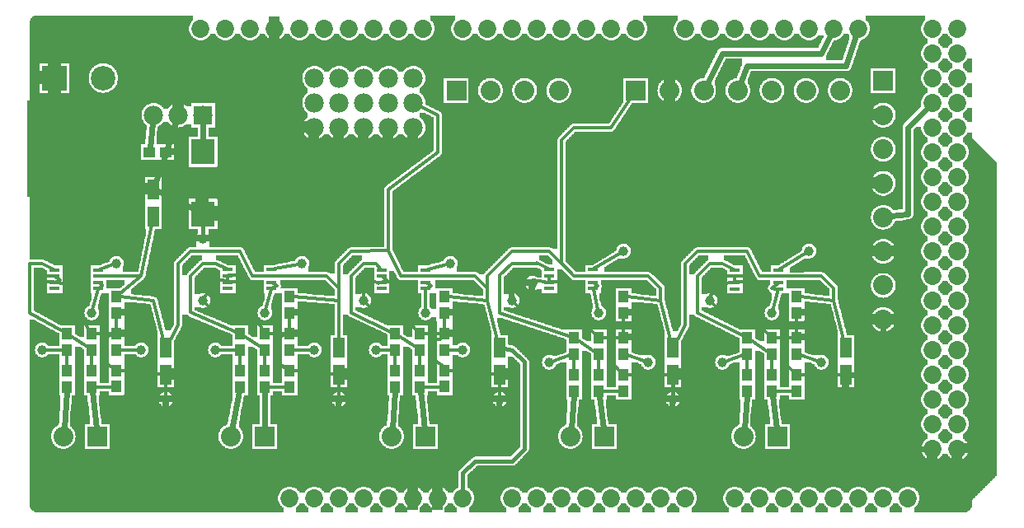
<source format=gtl>
G04 MADE WITH FRITZING*
G04 WWW.FRITZING.ORG*
G04 DOUBLE SIDED*
G04 HOLES PLATED*
G04 CONTOUR ON CENTER OF CONTOUR VECTOR*
%ASAXBY*%
%FSLAX23Y23*%
%MOIN*%
%OFA0B0*%
%SFA1.0B1.0*%
%ADD10C,0.075000*%
%ADD11C,0.078000*%
%ADD12C,0.080000*%
%ADD13C,0.099055*%
%ADD14C,0.039370*%
%ADD15C,0.072917*%
%ADD16R,0.043307X0.015748*%
%ADD17R,0.094488X0.102362*%
%ADD18R,0.047244X0.078740*%
%ADD19R,0.047244X0.043307*%
%ADD20R,0.043307X0.047244*%
%ADD21R,0.080000X0.080000*%
%ADD22R,0.078000X0.078000*%
%ADD23R,0.099055X0.099055*%
%ADD24C,0.012000*%
%ADD25C,0.024000*%
%ADD26C,0.016000*%
%LNCOPPER1*%
G90*
G70*
G54D10*
X770Y984D03*
X128Y2012D03*
X1194Y834D03*
G54D11*
X1500Y1807D03*
X1500Y1707D03*
X1500Y1607D03*
X1200Y1807D03*
X1200Y1707D03*
X1200Y1607D03*
X1300Y1807D03*
X1300Y1707D03*
X1300Y1607D03*
X1400Y1807D03*
X1400Y1707D03*
X1400Y1607D03*
X1600Y1807D03*
X1600Y1707D03*
X1600Y1607D03*
G54D12*
X3500Y1795D03*
X3500Y1657D03*
X3500Y1519D03*
X3500Y1381D03*
X3500Y1244D03*
X3500Y1106D03*
X3500Y968D03*
X3500Y830D03*
X1775Y1757D03*
X1912Y1757D03*
X2050Y1757D03*
X2188Y1757D03*
G54D11*
X750Y1657D03*
X650Y1657D03*
X550Y1657D03*
G54D12*
X2499Y1757D03*
X2637Y1757D03*
X2775Y1757D03*
X2912Y1757D03*
X3050Y1757D03*
X3188Y1757D03*
X3326Y1757D03*
G54D13*
X150Y1807D03*
X347Y1807D03*
G54D12*
X3073Y357D03*
X2935Y357D03*
X2373Y357D03*
X2235Y357D03*
X1650Y357D03*
X1512Y357D03*
X1000Y357D03*
X862Y357D03*
X323Y357D03*
X185Y357D03*
G54D14*
X500Y707D03*
X100Y707D03*
G54D15*
X3000Y107D03*
X1400Y107D03*
X3100Y107D03*
X3200Y107D03*
X3300Y107D03*
X3400Y107D03*
X3700Y1507D03*
X3500Y107D03*
X3600Y107D03*
X1440Y2007D03*
X2000Y107D03*
X2100Y107D03*
X2200Y107D03*
X2300Y107D03*
X3700Y707D03*
X2400Y107D03*
X2500Y107D03*
X2600Y107D03*
X2700Y107D03*
X2200Y2007D03*
X3700Y1907D03*
X3700Y1107D03*
X3700Y307D03*
X1040Y2007D03*
X1800Y107D03*
X1800Y2007D03*
X3700Y1707D03*
X3700Y1307D03*
X3700Y907D03*
X3400Y2007D03*
X3700Y507D03*
X3300Y2007D03*
X3200Y2007D03*
X3100Y2007D03*
X3000Y2007D03*
X2900Y2007D03*
X2800Y2007D03*
X2700Y2007D03*
X840Y2007D03*
X1240Y2007D03*
X1640Y2007D03*
X1200Y107D03*
X1600Y107D03*
X2400Y2007D03*
X2000Y2007D03*
X3700Y2007D03*
X3700Y1807D03*
X3700Y1607D03*
X3700Y1407D03*
X3700Y1207D03*
X3700Y1007D03*
X3700Y807D03*
X3700Y607D03*
X3700Y407D03*
X740Y2007D03*
X940Y2007D03*
X1140Y2007D03*
X1340Y2007D03*
X1540Y2007D03*
X1100Y107D03*
X1300Y107D03*
X1500Y107D03*
X1700Y107D03*
X2500Y2007D03*
X2300Y2007D03*
X2100Y2007D03*
X1900Y2007D03*
X3800Y2007D03*
X3800Y1907D03*
X3800Y1807D03*
X3800Y1707D03*
X3800Y1607D03*
X3800Y1507D03*
X3800Y1407D03*
X3800Y1307D03*
X3800Y1207D03*
X3800Y1107D03*
X3800Y1007D03*
X3800Y907D03*
X3800Y807D03*
X3800Y707D03*
X3800Y607D03*
X3800Y507D03*
X3800Y407D03*
X3800Y307D03*
X2900Y107D03*
G54D14*
X400Y1057D03*
X800Y707D03*
X1200Y707D03*
X1150Y1057D03*
X1450Y707D03*
X1800Y707D03*
X1750Y1057D03*
X2150Y657D03*
X2550Y657D03*
X2450Y1107D03*
X3250Y657D03*
X2850Y657D03*
X300Y857D03*
X1000Y857D03*
X1650Y857D03*
X2350Y857D03*
X3050Y857D03*
X3200Y1107D03*
X2800Y907D03*
X2650Y507D03*
X1950Y507D03*
X1300Y507D03*
X600Y507D03*
X2000Y907D03*
X1400Y907D03*
X750Y907D03*
X2082Y977D03*
X750Y1157D03*
G54D16*
X2900Y1031D03*
X2900Y1005D03*
X2900Y980D03*
X2900Y954D03*
X3077Y954D03*
X3077Y980D03*
X3077Y1005D03*
X3077Y1031D03*
X2150Y1032D03*
X2150Y1007D03*
X2150Y981D03*
X2150Y956D03*
X2327Y956D03*
X2327Y981D03*
X2327Y1007D03*
X2327Y1032D03*
X1473Y1031D03*
X1473Y1006D03*
X1473Y980D03*
X1473Y955D03*
X1650Y955D03*
X1650Y980D03*
X1650Y1006D03*
X1650Y1031D03*
X850Y1032D03*
X850Y1007D03*
X850Y981D03*
X850Y956D03*
X1027Y956D03*
X1027Y981D03*
X1027Y1007D03*
X1027Y1032D03*
X150Y1031D03*
X150Y1006D03*
X150Y980D03*
X150Y955D03*
X327Y955D03*
X327Y980D03*
X327Y1006D03*
X327Y1031D03*
G54D17*
X750Y1509D03*
X750Y1257D03*
G54D18*
X550Y1247D03*
X550Y1357D03*
G54D19*
X600Y1507D03*
X533Y1507D03*
G54D20*
X3050Y540D03*
X3050Y607D03*
X2350Y539D03*
X2350Y606D03*
X1627Y557D03*
X1627Y624D03*
X1000Y557D03*
X1000Y624D03*
X300Y557D03*
X300Y624D03*
X2950Y539D03*
X2950Y606D03*
X2250Y540D03*
X2250Y607D03*
X1527Y557D03*
X1527Y624D03*
X900Y557D03*
X900Y624D03*
X200Y557D03*
X200Y624D03*
X3150Y857D03*
X3150Y924D03*
X2450Y857D03*
X2450Y924D03*
X1727Y856D03*
X1727Y923D03*
X1100Y857D03*
X1100Y924D03*
X400Y857D03*
X400Y924D03*
X3050Y757D03*
X3050Y690D03*
X2350Y757D03*
X2350Y690D03*
X1627Y774D03*
X1627Y707D03*
X1000Y774D03*
X1000Y707D03*
X300Y774D03*
X300Y707D03*
G54D18*
X3350Y717D03*
X3350Y607D03*
X2650Y717D03*
X2650Y607D03*
X1950Y717D03*
X1950Y607D03*
X1300Y717D03*
X1300Y607D03*
X600Y717D03*
X600Y607D03*
G54D20*
X3150Y607D03*
X3150Y540D03*
X2450Y607D03*
X2450Y540D03*
X1727Y624D03*
X1727Y558D03*
X1100Y624D03*
X1100Y557D03*
X400Y624D03*
X400Y558D03*
X3150Y690D03*
X3150Y757D03*
X2450Y690D03*
X2450Y757D03*
X1727Y706D03*
X1727Y773D03*
X1100Y707D03*
X1100Y774D03*
X400Y707D03*
X400Y774D03*
X2950Y757D03*
X2950Y690D03*
X2250Y757D03*
X2250Y690D03*
X1527Y774D03*
X1527Y707D03*
X900Y774D03*
X900Y707D03*
X200Y774D03*
X200Y707D03*
G54D21*
X3500Y1795D03*
X1775Y1757D03*
G54D22*
X750Y1657D03*
G54D21*
X2499Y1757D03*
G54D23*
X150Y1807D03*
G54D21*
X3073Y357D03*
X2373Y357D03*
X1650Y357D03*
X1000Y357D03*
X323Y357D03*
G54D24*
X101Y1057D02*
X146Y1034D01*
D02*
X50Y1007D02*
X50Y1057D01*
D02*
X184Y783D02*
X50Y856D01*
D02*
X50Y856D02*
X50Y1007D01*
D02*
X50Y1057D02*
X101Y1057D01*
D02*
X800Y1057D02*
X845Y1035D01*
D02*
X750Y1057D02*
X800Y1057D01*
D02*
X700Y858D02*
X701Y1007D01*
D02*
X884Y780D02*
X700Y858D01*
D02*
X701Y1007D02*
X750Y1057D01*
D02*
X1450Y1057D02*
X1471Y1034D01*
D02*
X1511Y781D02*
X1350Y857D01*
D02*
X1400Y1057D02*
X1450Y1057D01*
D02*
X1350Y1007D02*
X1400Y1057D01*
D02*
X1350Y857D02*
X1350Y1007D01*
D02*
X2100Y1058D02*
X2146Y1035D01*
D02*
X2100Y1057D02*
X2100Y1058D01*
D02*
X2251Y757D02*
X1949Y856D01*
D02*
X2000Y1056D02*
X2100Y1057D01*
D02*
X1949Y856D02*
X1949Y1008D01*
D02*
X2250Y757D02*
X2251Y757D01*
D02*
X1949Y1008D02*
X2000Y1056D01*
D02*
X2800Y1057D02*
X2850Y1057D01*
D02*
X2750Y857D02*
X2750Y1007D01*
D02*
X2851Y807D02*
X2750Y857D01*
D02*
X2750Y1007D02*
X2800Y1057D01*
D02*
X2934Y765D02*
X2851Y807D01*
D02*
X2850Y1057D02*
X2896Y1033D01*
G54D25*
D02*
X188Y388D02*
X199Y539D01*
D02*
X302Y539D02*
X319Y388D01*
G54D24*
D02*
X316Y557D02*
X384Y557D01*
D02*
X582Y608D02*
X416Y623D01*
G54D25*
D02*
X867Y382D02*
X897Y539D01*
D02*
X1000Y539D02*
X1000Y382D01*
D02*
X1515Y388D02*
X1526Y539D01*
D02*
X1629Y539D02*
X1635Y488D01*
D02*
X2238Y388D02*
X2249Y522D01*
D02*
X2352Y521D02*
X2369Y388D01*
D02*
X2938Y388D02*
X2949Y521D01*
D02*
X3052Y522D02*
X3069Y388D01*
G54D24*
D02*
X3066Y540D02*
X3134Y540D01*
D02*
X2366Y539D02*
X2434Y540D01*
D02*
X1643Y557D02*
X1711Y557D01*
D02*
X1016Y557D02*
X1084Y557D01*
D02*
X200Y689D02*
X200Y642D01*
D02*
X900Y689D02*
X900Y642D01*
D02*
X1527Y689D02*
X1527Y642D01*
D02*
X1643Y773D02*
X1711Y773D01*
D02*
X2250Y672D02*
X2250Y625D01*
D02*
X3066Y757D02*
X3134Y757D01*
D02*
X2950Y672D02*
X2950Y624D01*
D02*
X3050Y672D02*
X3050Y625D01*
D02*
X2350Y672D02*
X2350Y624D01*
D02*
X1627Y689D02*
X1627Y642D01*
D02*
X1000Y689D02*
X1000Y642D01*
D02*
X300Y689D02*
X300Y642D01*
D02*
X1116Y622D02*
X1282Y608D01*
D02*
X1743Y623D02*
X1932Y608D01*
D02*
X2466Y607D02*
X2632Y607D01*
D02*
X3166Y607D02*
X3332Y607D01*
D02*
X284Y718D02*
X216Y764D01*
D02*
X984Y718D02*
X916Y763D01*
D02*
X1611Y718D02*
X1543Y763D01*
D02*
X400Y792D02*
X400Y807D01*
D02*
X400Y807D02*
X400Y839D01*
D02*
X550Y907D02*
X416Y922D01*
D02*
X591Y751D02*
X550Y907D01*
D02*
X1116Y923D02*
X1300Y907D01*
D02*
X1300Y907D02*
X1300Y751D01*
D02*
X401Y1007D02*
X343Y1006D01*
D02*
X499Y1006D02*
X401Y1007D01*
D02*
X416Y937D02*
X499Y1006D01*
D02*
X1100Y792D02*
X1100Y839D01*
D02*
X1727Y791D02*
X1727Y838D01*
D02*
X3101Y757D02*
X3134Y757D01*
D02*
X3134Y623D02*
X3100Y657D01*
D02*
X3100Y657D02*
X3101Y757D01*
D02*
X2334Y701D02*
X2266Y746D01*
D02*
X3034Y701D02*
X2966Y746D01*
D02*
X3150Y775D02*
X3150Y839D01*
D02*
X2450Y775D02*
X2450Y839D01*
D02*
X1941Y751D02*
X1900Y907D01*
D02*
X1900Y907D02*
X1743Y922D01*
D02*
X2601Y907D02*
X2641Y751D01*
D02*
X2466Y922D02*
X2601Y907D01*
D02*
X3301Y907D02*
X3341Y751D01*
D02*
X3166Y922D02*
X3301Y907D01*
G54D25*
D02*
X750Y1627D02*
X750Y1555D01*
D02*
X3250Y1907D02*
X2849Y1907D01*
D02*
X3287Y1980D02*
X3250Y1907D01*
D02*
X2849Y1907D02*
X2788Y1785D01*
D02*
X2950Y1857D02*
X2923Y1786D01*
D02*
X3351Y1857D02*
X2950Y1857D01*
D02*
X3391Y1978D02*
X3351Y1857D01*
D02*
X606Y1523D02*
X641Y1628D01*
D02*
X595Y1491D02*
X561Y1391D01*
D02*
X535Y1523D02*
X547Y1627D01*
D02*
X568Y1348D02*
X708Y1278D01*
G54D24*
D02*
X951Y1006D02*
X1011Y1007D01*
D02*
X701Y1107D02*
X900Y1107D01*
D02*
X650Y807D02*
X650Y1057D01*
D02*
X650Y1057D02*
X701Y1107D01*
D02*
X900Y1107D02*
X951Y1006D01*
D02*
X618Y750D02*
X650Y807D01*
D02*
X1300Y1057D02*
X1300Y751D01*
D02*
X1501Y1108D02*
X1350Y1107D01*
D02*
X1634Y1006D02*
X1550Y1007D01*
D02*
X1550Y1007D02*
X1501Y1108D01*
D02*
X1350Y1107D02*
X1300Y1057D01*
D02*
X3001Y1007D02*
X2950Y1107D01*
D02*
X2700Y1057D02*
X2700Y807D01*
D02*
X2700Y807D02*
X2668Y750D01*
D02*
X2900Y1107D02*
X2750Y1107D01*
D02*
X2750Y1107D02*
X2700Y1057D01*
D02*
X2950Y1107D02*
X2900Y1107D01*
D02*
X3061Y1005D02*
X3001Y1007D01*
D02*
X501Y1007D02*
X343Y1006D01*
D02*
X543Y1213D02*
X501Y1007D01*
D02*
X184Y707D02*
X119Y707D01*
D02*
X416Y707D02*
X481Y707D01*
G54D25*
D02*
X3350Y607D02*
X3350Y607D01*
D02*
X3676Y307D02*
X3599Y306D01*
D02*
X3368Y607D02*
X3451Y607D01*
G54D24*
D02*
X334Y1034D02*
X387Y1052D01*
D02*
X1116Y707D02*
X1181Y707D01*
D02*
X884Y707D02*
X819Y707D01*
D02*
X1039Y1035D02*
X1137Y1054D01*
D02*
X1743Y706D02*
X1781Y707D01*
D02*
X1511Y707D02*
X1469Y707D01*
D02*
X1659Y1034D02*
X1737Y1054D01*
D02*
X2234Y685D02*
X2168Y663D01*
D02*
X2532Y663D02*
X2466Y685D01*
D02*
X2331Y1035D02*
X2439Y1100D01*
D02*
X2934Y685D02*
X2868Y663D01*
D02*
X3232Y663D02*
X3166Y685D01*
D02*
X327Y952D02*
X304Y870D01*
D02*
X1027Y953D02*
X1004Y870D01*
D02*
X1650Y952D02*
X1650Y876D01*
D02*
X2328Y953D02*
X2347Y870D01*
D02*
X3077Y952D02*
X3055Y875D01*
D02*
X3184Y1097D02*
X3081Y1033D01*
D02*
X3301Y957D02*
X3250Y1007D01*
D02*
X3250Y1007D02*
X3093Y1005D01*
D02*
X3301Y907D02*
X3301Y957D01*
D02*
X3166Y922D02*
X3301Y907D01*
D02*
X2601Y907D02*
X2466Y922D01*
D02*
X2550Y1007D02*
X2601Y957D01*
D02*
X2343Y1007D02*
X2550Y1007D01*
D02*
X2601Y957D02*
X2601Y907D01*
D02*
X1900Y907D02*
X1743Y922D01*
D02*
X1851Y1007D02*
X1900Y957D01*
D02*
X1900Y957D02*
X1900Y907D01*
D02*
X1666Y1006D02*
X1851Y1007D01*
D02*
X1300Y907D02*
X1116Y923D01*
D02*
X1251Y1007D02*
X1300Y957D01*
D02*
X1300Y957D02*
X1300Y907D01*
D02*
X1043Y1007D02*
X1251Y1007D01*
D02*
X2434Y757D02*
X2366Y757D01*
D02*
X1084Y774D02*
X1016Y774D01*
D02*
X384Y774D02*
X316Y774D01*
D02*
X2400Y757D02*
X2434Y757D01*
D02*
X2434Y623D02*
X2400Y658D01*
D02*
X2400Y658D02*
X2400Y757D01*
D02*
X1049Y658D02*
X1084Y634D01*
D02*
X1049Y757D02*
X1049Y658D01*
D02*
X1084Y769D02*
X1049Y757D01*
D02*
X350Y757D02*
X350Y658D01*
D02*
X350Y658D02*
X384Y635D01*
D02*
X384Y769D02*
X350Y757D01*
G54D26*
D02*
X2050Y658D02*
X2001Y706D01*
D02*
X2001Y706D02*
X1968Y713D01*
D02*
X1851Y256D02*
X2001Y256D01*
D02*
X2001Y256D02*
X2050Y307D01*
D02*
X1800Y137D02*
X1801Y208D01*
D02*
X1801Y208D02*
X1851Y256D01*
D02*
X2050Y307D02*
X2050Y658D01*
D02*
X2650Y573D02*
X2650Y526D01*
G54D24*
D02*
X3000Y807D02*
X2950Y857D01*
D02*
X2950Y857D02*
X2850Y857D01*
D02*
X2850Y857D02*
X2810Y897D01*
D02*
X3034Y773D02*
X3000Y807D01*
D02*
X1950Y573D02*
X1950Y526D01*
D02*
X1300Y573D02*
X1300Y526D01*
D02*
X600Y573D02*
X600Y526D01*
D02*
X2250Y857D02*
X2200Y857D01*
D02*
X2200Y857D02*
X2050Y857D01*
D02*
X2300Y807D02*
X2250Y857D01*
D02*
X2050Y857D02*
X2010Y897D01*
D02*
X2334Y773D02*
X2300Y807D01*
D02*
X1550Y857D02*
X1450Y857D01*
D02*
X1450Y857D02*
X1413Y893D01*
D02*
X1611Y791D02*
X1550Y857D01*
D02*
X950Y857D02*
X799Y857D01*
D02*
X989Y792D02*
X950Y857D01*
D02*
X799Y857D02*
X763Y893D01*
D02*
X2330Y979D02*
X2346Y965D01*
X2346Y965D02*
X2332Y958D01*
D02*
X1654Y978D02*
X1674Y965D01*
X1674Y965D02*
X1655Y957D01*
D02*
X3075Y977D02*
X3051Y957D01*
D02*
X3051Y957D02*
X3061Y956D01*
D02*
X1031Y979D02*
X1050Y965D01*
X1050Y965D02*
X1033Y958D01*
D02*
X331Y978D02*
X342Y971D01*
X342Y971D02*
X342Y965D01*
X342Y965D02*
X331Y957D01*
D02*
X2900Y1003D02*
X2900Y982D01*
D02*
X2801Y920D02*
X2802Y929D01*
X2802Y929D02*
X2862Y977D01*
X2862Y977D02*
X2884Y978D01*
D02*
X1714Y755D02*
X1710Y749D01*
X1710Y749D02*
X1686Y749D01*
X1686Y749D02*
X1686Y665D01*
X1686Y665D02*
X1722Y641D01*
X1722Y641D02*
X1727Y624D01*
D02*
X1462Y978D02*
X1458Y977D01*
X1458Y977D02*
X1400Y1007D01*
D02*
X1400Y1007D02*
X1400Y956D01*
D02*
X1400Y956D02*
X1400Y920D01*
D02*
X1476Y1003D02*
X1494Y989D01*
X1494Y989D02*
X1479Y983D01*
D02*
X845Y984D02*
X834Y989D01*
X834Y989D02*
X810Y989D01*
X810Y989D02*
X762Y929D01*
X762Y929D02*
X757Y919D01*
D02*
X850Y1005D02*
X850Y984D01*
D02*
X2134Y983D02*
X2082Y989D01*
X2082Y989D02*
X2082Y990D01*
D02*
X2150Y1005D02*
X2150Y984D01*
D02*
X166Y978D02*
X174Y977D01*
X174Y977D02*
X198Y977D01*
X198Y977D02*
X282Y797D01*
X282Y797D02*
X286Y792D01*
D02*
X153Y1004D02*
X174Y989D01*
X174Y989D02*
X156Y983D01*
G54D26*
D02*
X750Y1211D02*
X750Y1170D01*
G54D24*
D02*
X1550Y1006D02*
X1634Y1006D01*
D02*
X1701Y1507D02*
X1500Y1357D01*
D02*
X1701Y1657D02*
X1701Y1606D01*
D02*
X1701Y1606D02*
X1701Y1507D01*
D02*
X1500Y1357D02*
X1500Y1107D01*
D02*
X1500Y1107D02*
X1550Y1006D01*
D02*
X1622Y1696D02*
X1701Y1657D01*
D02*
X2249Y1007D02*
X2311Y1007D01*
D02*
X2400Y1607D02*
X2249Y1607D01*
D02*
X2249Y1607D02*
X2200Y1556D01*
D02*
X2200Y1556D02*
X2200Y1058D01*
D02*
X2200Y1058D02*
X2249Y1007D01*
D02*
X2485Y1736D02*
X2400Y1607D01*
D02*
X2200Y1057D02*
X2250Y1007D01*
D02*
X2150Y1107D02*
X2200Y1057D01*
D02*
X2250Y1007D02*
X2311Y1007D01*
D02*
X1900Y907D02*
X1900Y1007D01*
D02*
X2000Y1107D02*
X2150Y1107D01*
D02*
X1900Y1007D02*
X2000Y1107D01*
D02*
X1941Y751D02*
X1900Y907D01*
G54D25*
D02*
X3500Y657D02*
X3500Y805D01*
D02*
X3451Y607D02*
X3500Y657D01*
D02*
X3451Y607D02*
X3350Y607D01*
D02*
X3599Y306D02*
X3451Y607D01*
D02*
X3600Y1607D02*
X3679Y1686D01*
D02*
X3600Y1257D02*
X3600Y1607D01*
D02*
X3531Y1248D02*
X3600Y1257D01*
D02*
X1635Y488D02*
X1647Y382D01*
G36*
X3340Y1985D02*
X3340Y1981D01*
X3338Y1981D01*
X3338Y1979D01*
X3336Y1979D01*
X3336Y1977D01*
X3334Y1977D01*
X3334Y1975D01*
X3332Y1975D01*
X3332Y1973D01*
X3330Y1973D01*
X3330Y1971D01*
X3328Y1971D01*
X3328Y1969D01*
X3326Y1969D01*
X3326Y1967D01*
X3322Y1967D01*
X3322Y1965D01*
X3318Y1965D01*
X3318Y1963D01*
X3312Y1963D01*
X3312Y1961D01*
X3302Y1961D01*
X3302Y1959D01*
X3300Y1959D01*
X3300Y1955D01*
X3298Y1955D01*
X3298Y1953D01*
X3296Y1953D01*
X3296Y1949D01*
X3294Y1949D01*
X3294Y1945D01*
X3292Y1945D01*
X3292Y1941D01*
X3290Y1941D01*
X3290Y1937D01*
X3288Y1937D01*
X3288Y1933D01*
X3286Y1933D01*
X3286Y1929D01*
X3284Y1929D01*
X3284Y1925D01*
X3282Y1925D01*
X3282Y1921D01*
X3280Y1921D01*
X3280Y1917D01*
X3278Y1917D01*
X3278Y1913D01*
X3276Y1913D01*
X3276Y1909D01*
X3274Y1909D01*
X3274Y1905D01*
X3272Y1905D01*
X3272Y1901D01*
X3270Y1901D01*
X3270Y1879D01*
X3336Y1879D01*
X3336Y1885D01*
X3338Y1885D01*
X3338Y1891D01*
X3340Y1891D01*
X3340Y1899D01*
X3342Y1899D01*
X3342Y1905D01*
X3344Y1905D01*
X3344Y1911D01*
X3346Y1911D01*
X3346Y1917D01*
X3348Y1917D01*
X3348Y1923D01*
X3350Y1923D01*
X3350Y1929D01*
X3352Y1929D01*
X3352Y1935D01*
X3354Y1935D01*
X3354Y1941D01*
X3356Y1941D01*
X3356Y1947D01*
X3358Y1947D01*
X3358Y1953D01*
X3360Y1953D01*
X3360Y1959D01*
X3362Y1959D01*
X3362Y1983D01*
X3360Y1983D01*
X3360Y1985D01*
X3340Y1985D01*
G37*
D02*
G36*
X3740Y1985D02*
X3740Y1981D01*
X3738Y1981D01*
X3738Y1979D01*
X3736Y1979D01*
X3736Y1977D01*
X3734Y1977D01*
X3734Y1975D01*
X3732Y1975D01*
X3732Y1973D01*
X3730Y1973D01*
X3730Y1971D01*
X3728Y1971D01*
X3728Y1969D01*
X3726Y1969D01*
X3726Y1967D01*
X3722Y1967D01*
X3722Y1947D01*
X3724Y1947D01*
X3724Y1945D01*
X3728Y1945D01*
X3728Y1943D01*
X3730Y1943D01*
X3730Y1941D01*
X3732Y1941D01*
X3732Y1939D01*
X3734Y1939D01*
X3734Y1937D01*
X3736Y1937D01*
X3736Y1935D01*
X3738Y1935D01*
X3738Y1933D01*
X3740Y1933D01*
X3740Y1929D01*
X3760Y1929D01*
X3760Y1931D01*
X3762Y1931D01*
X3762Y1935D01*
X3764Y1935D01*
X3764Y1937D01*
X3766Y1937D01*
X3766Y1939D01*
X3768Y1939D01*
X3768Y1941D01*
X3770Y1941D01*
X3770Y1943D01*
X3772Y1943D01*
X3772Y1945D01*
X3776Y1945D01*
X3776Y1947D01*
X3778Y1947D01*
X3778Y1967D01*
X3776Y1967D01*
X3776Y1969D01*
X3772Y1969D01*
X3772Y1971D01*
X3770Y1971D01*
X3770Y1973D01*
X3768Y1973D01*
X3768Y1975D01*
X3766Y1975D01*
X3766Y1977D01*
X3764Y1977D01*
X3764Y1979D01*
X3762Y1979D01*
X3762Y1983D01*
X3760Y1983D01*
X3760Y1985D01*
X3740Y1985D01*
G37*
D02*
G36*
X3740Y1885D02*
X3740Y1881D01*
X3738Y1881D01*
X3738Y1879D01*
X3736Y1879D01*
X3736Y1877D01*
X3734Y1877D01*
X3734Y1875D01*
X3732Y1875D01*
X3732Y1873D01*
X3730Y1873D01*
X3730Y1871D01*
X3728Y1871D01*
X3728Y1869D01*
X3726Y1869D01*
X3726Y1867D01*
X3722Y1867D01*
X3722Y1847D01*
X3724Y1847D01*
X3724Y1845D01*
X3728Y1845D01*
X3728Y1843D01*
X3730Y1843D01*
X3730Y1841D01*
X3732Y1841D01*
X3732Y1839D01*
X3734Y1839D01*
X3734Y1837D01*
X3736Y1837D01*
X3736Y1835D01*
X3738Y1835D01*
X3738Y1833D01*
X3740Y1833D01*
X3740Y1829D01*
X3760Y1829D01*
X3760Y1831D01*
X3762Y1831D01*
X3762Y1835D01*
X3764Y1835D01*
X3764Y1837D01*
X3766Y1837D01*
X3766Y1839D01*
X3768Y1839D01*
X3768Y1841D01*
X3770Y1841D01*
X3770Y1843D01*
X3772Y1843D01*
X3772Y1845D01*
X3776Y1845D01*
X3776Y1847D01*
X3778Y1847D01*
X3778Y1867D01*
X3776Y1867D01*
X3776Y1869D01*
X3772Y1869D01*
X3772Y1871D01*
X3770Y1871D01*
X3770Y1873D01*
X3768Y1873D01*
X3768Y1875D01*
X3766Y1875D01*
X3766Y1877D01*
X3764Y1877D01*
X3764Y1879D01*
X3762Y1879D01*
X3762Y1883D01*
X3760Y1883D01*
X3760Y1885D01*
X3740Y1885D01*
G37*
D02*
G36*
X3840Y1885D02*
X3840Y1881D01*
X3838Y1881D01*
X3838Y1879D01*
X3836Y1879D01*
X3836Y1877D01*
X3834Y1877D01*
X3834Y1875D01*
X3832Y1875D01*
X3832Y1873D01*
X3830Y1873D01*
X3830Y1871D01*
X3828Y1871D01*
X3828Y1869D01*
X3826Y1869D01*
X3826Y1867D01*
X3822Y1867D01*
X3822Y1847D01*
X3824Y1847D01*
X3824Y1845D01*
X3828Y1845D01*
X3828Y1843D01*
X3830Y1843D01*
X3830Y1841D01*
X3832Y1841D01*
X3832Y1839D01*
X3834Y1839D01*
X3834Y1837D01*
X3836Y1837D01*
X3836Y1835D01*
X3838Y1835D01*
X3838Y1833D01*
X3840Y1833D01*
X3840Y1829D01*
X3860Y1829D01*
X3860Y1885D01*
X3840Y1885D01*
G37*
D02*
G36*
X3740Y1785D02*
X3740Y1781D01*
X3738Y1781D01*
X3738Y1779D01*
X3736Y1779D01*
X3736Y1777D01*
X3734Y1777D01*
X3734Y1775D01*
X3732Y1775D01*
X3732Y1773D01*
X3730Y1773D01*
X3730Y1771D01*
X3728Y1771D01*
X3728Y1769D01*
X3726Y1769D01*
X3726Y1767D01*
X3722Y1767D01*
X3722Y1747D01*
X3724Y1747D01*
X3724Y1745D01*
X3728Y1745D01*
X3728Y1743D01*
X3730Y1743D01*
X3730Y1741D01*
X3732Y1741D01*
X3732Y1739D01*
X3734Y1739D01*
X3734Y1737D01*
X3736Y1737D01*
X3736Y1735D01*
X3738Y1735D01*
X3738Y1733D01*
X3740Y1733D01*
X3740Y1729D01*
X3760Y1729D01*
X3760Y1731D01*
X3762Y1731D01*
X3762Y1735D01*
X3764Y1735D01*
X3764Y1737D01*
X3766Y1737D01*
X3766Y1739D01*
X3768Y1739D01*
X3768Y1741D01*
X3770Y1741D01*
X3770Y1743D01*
X3772Y1743D01*
X3772Y1745D01*
X3776Y1745D01*
X3776Y1747D01*
X3778Y1747D01*
X3778Y1767D01*
X3776Y1767D01*
X3776Y1769D01*
X3772Y1769D01*
X3772Y1771D01*
X3770Y1771D01*
X3770Y1773D01*
X3768Y1773D01*
X3768Y1775D01*
X3766Y1775D01*
X3766Y1777D01*
X3764Y1777D01*
X3764Y1779D01*
X3762Y1779D01*
X3762Y1783D01*
X3760Y1783D01*
X3760Y1785D01*
X3740Y1785D01*
G37*
D02*
G36*
X3840Y1785D02*
X3840Y1781D01*
X3838Y1781D01*
X3838Y1779D01*
X3836Y1779D01*
X3836Y1777D01*
X3834Y1777D01*
X3834Y1775D01*
X3832Y1775D01*
X3832Y1773D01*
X3830Y1773D01*
X3830Y1771D01*
X3828Y1771D01*
X3828Y1769D01*
X3826Y1769D01*
X3826Y1767D01*
X3822Y1767D01*
X3822Y1747D01*
X3824Y1747D01*
X3824Y1745D01*
X3828Y1745D01*
X3828Y1743D01*
X3830Y1743D01*
X3830Y1741D01*
X3832Y1741D01*
X3832Y1739D01*
X3834Y1739D01*
X3834Y1737D01*
X3836Y1737D01*
X3836Y1735D01*
X3838Y1735D01*
X3838Y1733D01*
X3840Y1733D01*
X3840Y1729D01*
X3860Y1729D01*
X3860Y1785D01*
X3840Y1785D01*
G37*
D02*
G36*
X3740Y1685D02*
X3740Y1681D01*
X3738Y1681D01*
X3738Y1679D01*
X3736Y1679D01*
X3736Y1677D01*
X3734Y1677D01*
X3734Y1675D01*
X3732Y1675D01*
X3732Y1673D01*
X3730Y1673D01*
X3730Y1671D01*
X3728Y1671D01*
X3728Y1669D01*
X3726Y1669D01*
X3726Y1667D01*
X3722Y1667D01*
X3722Y1647D01*
X3724Y1647D01*
X3724Y1645D01*
X3728Y1645D01*
X3728Y1643D01*
X3730Y1643D01*
X3730Y1641D01*
X3732Y1641D01*
X3732Y1639D01*
X3734Y1639D01*
X3734Y1637D01*
X3736Y1637D01*
X3736Y1635D01*
X3738Y1635D01*
X3738Y1633D01*
X3740Y1633D01*
X3740Y1629D01*
X3760Y1629D01*
X3760Y1631D01*
X3762Y1631D01*
X3762Y1635D01*
X3764Y1635D01*
X3764Y1637D01*
X3766Y1637D01*
X3766Y1639D01*
X3768Y1639D01*
X3768Y1641D01*
X3770Y1641D01*
X3770Y1643D01*
X3772Y1643D01*
X3772Y1645D01*
X3776Y1645D01*
X3776Y1647D01*
X3778Y1647D01*
X3778Y1667D01*
X3776Y1667D01*
X3776Y1669D01*
X3772Y1669D01*
X3772Y1671D01*
X3770Y1671D01*
X3770Y1673D01*
X3768Y1673D01*
X3768Y1675D01*
X3766Y1675D01*
X3766Y1677D01*
X3764Y1677D01*
X3764Y1679D01*
X3762Y1679D01*
X3762Y1683D01*
X3760Y1683D01*
X3760Y1685D01*
X3740Y1685D01*
G37*
D02*
G36*
X3840Y1685D02*
X3840Y1681D01*
X3838Y1681D01*
X3838Y1679D01*
X3836Y1679D01*
X3836Y1677D01*
X3834Y1677D01*
X3834Y1675D01*
X3832Y1675D01*
X3832Y1673D01*
X3830Y1673D01*
X3830Y1671D01*
X3828Y1671D01*
X3828Y1669D01*
X3826Y1669D01*
X3826Y1667D01*
X3822Y1667D01*
X3822Y1647D01*
X3824Y1647D01*
X3824Y1645D01*
X3828Y1645D01*
X3828Y1643D01*
X3830Y1643D01*
X3830Y1641D01*
X3832Y1641D01*
X3832Y1639D01*
X3834Y1639D01*
X3834Y1637D01*
X3836Y1637D01*
X3836Y1635D01*
X3838Y1635D01*
X3838Y1633D01*
X3840Y1633D01*
X3840Y1629D01*
X3860Y1629D01*
X3860Y1685D01*
X3840Y1685D01*
G37*
D02*
G36*
X3740Y1585D02*
X3740Y1581D01*
X3738Y1581D01*
X3738Y1579D01*
X3736Y1579D01*
X3736Y1577D01*
X3734Y1577D01*
X3734Y1575D01*
X3732Y1575D01*
X3732Y1573D01*
X3730Y1573D01*
X3730Y1571D01*
X3728Y1571D01*
X3728Y1569D01*
X3726Y1569D01*
X3726Y1567D01*
X3722Y1567D01*
X3722Y1547D01*
X3724Y1547D01*
X3724Y1545D01*
X3728Y1545D01*
X3728Y1543D01*
X3730Y1543D01*
X3730Y1541D01*
X3732Y1541D01*
X3732Y1539D01*
X3734Y1539D01*
X3734Y1537D01*
X3736Y1537D01*
X3736Y1535D01*
X3738Y1535D01*
X3738Y1533D01*
X3740Y1533D01*
X3740Y1529D01*
X3760Y1529D01*
X3760Y1531D01*
X3762Y1531D01*
X3762Y1535D01*
X3764Y1535D01*
X3764Y1537D01*
X3766Y1537D01*
X3766Y1539D01*
X3768Y1539D01*
X3768Y1541D01*
X3770Y1541D01*
X3770Y1543D01*
X3772Y1543D01*
X3772Y1545D01*
X3776Y1545D01*
X3776Y1547D01*
X3778Y1547D01*
X3778Y1567D01*
X3776Y1567D01*
X3776Y1569D01*
X3772Y1569D01*
X3772Y1571D01*
X3770Y1571D01*
X3770Y1573D01*
X3768Y1573D01*
X3768Y1575D01*
X3766Y1575D01*
X3766Y1577D01*
X3764Y1577D01*
X3764Y1579D01*
X3762Y1579D01*
X3762Y1583D01*
X3760Y1583D01*
X3760Y1585D01*
X3740Y1585D01*
G37*
D02*
G36*
X3740Y1485D02*
X3740Y1481D01*
X3738Y1481D01*
X3738Y1479D01*
X3736Y1479D01*
X3736Y1477D01*
X3734Y1477D01*
X3734Y1475D01*
X3732Y1475D01*
X3732Y1473D01*
X3730Y1473D01*
X3730Y1471D01*
X3728Y1471D01*
X3728Y1469D01*
X3726Y1469D01*
X3726Y1467D01*
X3722Y1467D01*
X3722Y1447D01*
X3724Y1447D01*
X3724Y1445D01*
X3728Y1445D01*
X3728Y1443D01*
X3730Y1443D01*
X3730Y1441D01*
X3732Y1441D01*
X3732Y1439D01*
X3734Y1439D01*
X3734Y1437D01*
X3736Y1437D01*
X3736Y1435D01*
X3738Y1435D01*
X3738Y1433D01*
X3740Y1433D01*
X3740Y1429D01*
X3760Y1429D01*
X3760Y1431D01*
X3762Y1431D01*
X3762Y1435D01*
X3764Y1435D01*
X3764Y1437D01*
X3766Y1437D01*
X3766Y1439D01*
X3768Y1439D01*
X3768Y1441D01*
X3770Y1441D01*
X3770Y1443D01*
X3772Y1443D01*
X3772Y1445D01*
X3776Y1445D01*
X3776Y1447D01*
X3778Y1447D01*
X3778Y1467D01*
X3776Y1467D01*
X3776Y1469D01*
X3772Y1469D01*
X3772Y1471D01*
X3770Y1471D01*
X3770Y1473D01*
X3768Y1473D01*
X3768Y1475D01*
X3766Y1475D01*
X3766Y1477D01*
X3764Y1477D01*
X3764Y1479D01*
X3762Y1479D01*
X3762Y1483D01*
X3760Y1483D01*
X3760Y1485D01*
X3740Y1485D01*
G37*
D02*
G36*
X3740Y1385D02*
X3740Y1381D01*
X3738Y1381D01*
X3738Y1379D01*
X3736Y1379D01*
X3736Y1377D01*
X3734Y1377D01*
X3734Y1375D01*
X3732Y1375D01*
X3732Y1373D01*
X3730Y1373D01*
X3730Y1371D01*
X3728Y1371D01*
X3728Y1369D01*
X3726Y1369D01*
X3726Y1367D01*
X3722Y1367D01*
X3722Y1347D01*
X3724Y1347D01*
X3724Y1345D01*
X3728Y1345D01*
X3728Y1343D01*
X3730Y1343D01*
X3730Y1341D01*
X3732Y1341D01*
X3732Y1339D01*
X3734Y1339D01*
X3734Y1337D01*
X3736Y1337D01*
X3736Y1335D01*
X3738Y1335D01*
X3738Y1333D01*
X3740Y1333D01*
X3740Y1329D01*
X3760Y1329D01*
X3760Y1331D01*
X3762Y1331D01*
X3762Y1335D01*
X3764Y1335D01*
X3764Y1337D01*
X3766Y1337D01*
X3766Y1339D01*
X3768Y1339D01*
X3768Y1341D01*
X3770Y1341D01*
X3770Y1343D01*
X3772Y1343D01*
X3772Y1345D01*
X3776Y1345D01*
X3776Y1347D01*
X3778Y1347D01*
X3778Y1367D01*
X3776Y1367D01*
X3776Y1369D01*
X3772Y1369D01*
X3772Y1371D01*
X3770Y1371D01*
X3770Y1373D01*
X3768Y1373D01*
X3768Y1375D01*
X3766Y1375D01*
X3766Y1377D01*
X3764Y1377D01*
X3764Y1379D01*
X3762Y1379D01*
X3762Y1383D01*
X3760Y1383D01*
X3760Y1385D01*
X3740Y1385D01*
G37*
D02*
G36*
X3740Y1285D02*
X3740Y1281D01*
X3738Y1281D01*
X3738Y1279D01*
X3736Y1279D01*
X3736Y1277D01*
X3734Y1277D01*
X3734Y1275D01*
X3732Y1275D01*
X3732Y1273D01*
X3730Y1273D01*
X3730Y1271D01*
X3728Y1271D01*
X3728Y1269D01*
X3726Y1269D01*
X3726Y1267D01*
X3722Y1267D01*
X3722Y1247D01*
X3724Y1247D01*
X3724Y1245D01*
X3728Y1245D01*
X3728Y1243D01*
X3730Y1243D01*
X3730Y1241D01*
X3732Y1241D01*
X3732Y1239D01*
X3734Y1239D01*
X3734Y1237D01*
X3736Y1237D01*
X3736Y1235D01*
X3738Y1235D01*
X3738Y1233D01*
X3740Y1233D01*
X3740Y1229D01*
X3760Y1229D01*
X3760Y1231D01*
X3762Y1231D01*
X3762Y1235D01*
X3764Y1235D01*
X3764Y1237D01*
X3766Y1237D01*
X3766Y1239D01*
X3768Y1239D01*
X3768Y1241D01*
X3770Y1241D01*
X3770Y1243D01*
X3772Y1243D01*
X3772Y1245D01*
X3776Y1245D01*
X3776Y1247D01*
X3778Y1247D01*
X3778Y1267D01*
X3776Y1267D01*
X3776Y1269D01*
X3772Y1269D01*
X3772Y1271D01*
X3770Y1271D01*
X3770Y1273D01*
X3768Y1273D01*
X3768Y1275D01*
X3766Y1275D01*
X3766Y1277D01*
X3764Y1277D01*
X3764Y1279D01*
X3762Y1279D01*
X3762Y1283D01*
X3760Y1283D01*
X3760Y1285D01*
X3740Y1285D01*
G37*
D02*
G36*
X3740Y1185D02*
X3740Y1181D01*
X3738Y1181D01*
X3738Y1179D01*
X3736Y1179D01*
X3736Y1177D01*
X3734Y1177D01*
X3734Y1175D01*
X3732Y1175D01*
X3732Y1173D01*
X3730Y1173D01*
X3730Y1171D01*
X3728Y1171D01*
X3728Y1169D01*
X3726Y1169D01*
X3726Y1167D01*
X3722Y1167D01*
X3722Y1147D01*
X3724Y1147D01*
X3724Y1145D01*
X3728Y1145D01*
X3728Y1143D01*
X3730Y1143D01*
X3730Y1141D01*
X3732Y1141D01*
X3732Y1139D01*
X3734Y1139D01*
X3734Y1137D01*
X3736Y1137D01*
X3736Y1135D01*
X3738Y1135D01*
X3738Y1133D01*
X3740Y1133D01*
X3740Y1129D01*
X3760Y1129D01*
X3760Y1131D01*
X3762Y1131D01*
X3762Y1135D01*
X3764Y1135D01*
X3764Y1137D01*
X3766Y1137D01*
X3766Y1139D01*
X3768Y1139D01*
X3768Y1141D01*
X3770Y1141D01*
X3770Y1143D01*
X3772Y1143D01*
X3772Y1145D01*
X3776Y1145D01*
X3776Y1147D01*
X3778Y1147D01*
X3778Y1167D01*
X3776Y1167D01*
X3776Y1169D01*
X3772Y1169D01*
X3772Y1171D01*
X3770Y1171D01*
X3770Y1173D01*
X3768Y1173D01*
X3768Y1175D01*
X3766Y1175D01*
X3766Y1177D01*
X3764Y1177D01*
X3764Y1179D01*
X3762Y1179D01*
X3762Y1183D01*
X3760Y1183D01*
X3760Y1185D01*
X3740Y1185D01*
G37*
D02*
G36*
X706Y1091D02*
X706Y1089D01*
X704Y1089D01*
X704Y1087D01*
X702Y1087D01*
X702Y1085D01*
X700Y1085D01*
X700Y1083D01*
X698Y1083D01*
X698Y1081D01*
X696Y1081D01*
X696Y1079D01*
X694Y1079D01*
X694Y1077D01*
X692Y1077D01*
X692Y1075D01*
X690Y1075D01*
X690Y1073D01*
X688Y1073D01*
X688Y1071D01*
X686Y1071D01*
X686Y1069D01*
X684Y1069D01*
X684Y1067D01*
X682Y1067D01*
X682Y1065D01*
X680Y1065D01*
X680Y1063D01*
X678Y1063D01*
X678Y1061D01*
X676Y1061D01*
X676Y1059D01*
X674Y1059D01*
X674Y1057D01*
X672Y1057D01*
X672Y1055D01*
X670Y1055D01*
X670Y1053D01*
X668Y1053D01*
X668Y1051D01*
X666Y1051D01*
X666Y1011D01*
X686Y1011D01*
X686Y1015D01*
X688Y1015D01*
X688Y1019D01*
X690Y1019D01*
X690Y1021D01*
X692Y1021D01*
X692Y1023D01*
X694Y1023D01*
X694Y1025D01*
X696Y1025D01*
X696Y1027D01*
X698Y1027D01*
X698Y1029D01*
X700Y1029D01*
X700Y1031D01*
X702Y1031D01*
X702Y1033D01*
X704Y1033D01*
X704Y1035D01*
X706Y1035D01*
X706Y1037D01*
X708Y1037D01*
X708Y1039D01*
X710Y1039D01*
X710Y1041D01*
X712Y1041D01*
X712Y1043D01*
X714Y1043D01*
X714Y1045D01*
X716Y1045D01*
X716Y1047D01*
X718Y1047D01*
X718Y1049D01*
X720Y1049D01*
X720Y1051D01*
X722Y1051D01*
X722Y1053D01*
X724Y1053D01*
X724Y1055D01*
X726Y1055D01*
X726Y1057D01*
X728Y1057D01*
X728Y1059D01*
X730Y1059D01*
X730Y1061D01*
X732Y1061D01*
X732Y1063D01*
X734Y1063D01*
X734Y1065D01*
X736Y1065D01*
X736Y1067D01*
X738Y1067D01*
X738Y1069D01*
X742Y1069D01*
X742Y1071D01*
X746Y1071D01*
X746Y1091D01*
X706Y1091D01*
G37*
D02*
G36*
X1356Y1091D02*
X1356Y1089D01*
X1354Y1089D01*
X1354Y1087D01*
X1352Y1087D01*
X1352Y1085D01*
X1350Y1085D01*
X1350Y1083D01*
X1348Y1083D01*
X1348Y1081D01*
X1346Y1081D01*
X1346Y1079D01*
X1344Y1079D01*
X1344Y1077D01*
X1342Y1077D01*
X1342Y1075D01*
X1340Y1075D01*
X1340Y1073D01*
X1338Y1073D01*
X1338Y1071D01*
X1336Y1071D01*
X1336Y1069D01*
X1334Y1069D01*
X1334Y1067D01*
X1332Y1067D01*
X1332Y1065D01*
X1330Y1065D01*
X1330Y1063D01*
X1328Y1063D01*
X1328Y1061D01*
X1326Y1061D01*
X1326Y1059D01*
X1324Y1059D01*
X1324Y1057D01*
X1322Y1057D01*
X1322Y1055D01*
X1320Y1055D01*
X1320Y1053D01*
X1318Y1053D01*
X1318Y1051D01*
X1316Y1051D01*
X1316Y1013D01*
X1336Y1013D01*
X1336Y1017D01*
X1338Y1017D01*
X1338Y1019D01*
X1340Y1019D01*
X1340Y1021D01*
X1342Y1021D01*
X1342Y1023D01*
X1344Y1023D01*
X1344Y1025D01*
X1346Y1025D01*
X1346Y1027D01*
X1348Y1027D01*
X1348Y1029D01*
X1350Y1029D01*
X1350Y1031D01*
X1352Y1031D01*
X1352Y1033D01*
X1354Y1033D01*
X1354Y1035D01*
X1356Y1035D01*
X1356Y1037D01*
X1358Y1037D01*
X1358Y1039D01*
X1360Y1039D01*
X1360Y1041D01*
X1362Y1041D01*
X1362Y1043D01*
X1364Y1043D01*
X1364Y1045D01*
X1366Y1045D01*
X1366Y1047D01*
X1368Y1047D01*
X1368Y1049D01*
X1370Y1049D01*
X1370Y1051D01*
X1372Y1051D01*
X1372Y1053D01*
X1374Y1053D01*
X1374Y1055D01*
X1376Y1055D01*
X1376Y1057D01*
X1378Y1057D01*
X1378Y1059D01*
X1380Y1059D01*
X1380Y1061D01*
X1382Y1061D01*
X1382Y1063D01*
X1384Y1063D01*
X1384Y1065D01*
X1386Y1065D01*
X1386Y1067D01*
X1388Y1067D01*
X1388Y1069D01*
X1392Y1069D01*
X1392Y1071D01*
X1394Y1071D01*
X1394Y1091D01*
X1356Y1091D01*
G37*
D02*
G36*
X2108Y1091D02*
X2108Y1071D01*
X2112Y1071D01*
X2112Y1069D01*
X2116Y1069D01*
X2116Y1067D01*
X2120Y1067D01*
X2120Y1065D01*
X2124Y1065D01*
X2124Y1063D01*
X2128Y1063D01*
X2128Y1061D01*
X2130Y1061D01*
X2130Y1059D01*
X2134Y1059D01*
X2134Y1057D01*
X2138Y1057D01*
X2138Y1055D01*
X2142Y1055D01*
X2142Y1053D01*
X2164Y1053D01*
X2164Y1071D01*
X2162Y1071D01*
X2162Y1073D01*
X2160Y1073D01*
X2160Y1075D01*
X2158Y1075D01*
X2158Y1077D01*
X2156Y1077D01*
X2156Y1079D01*
X2154Y1079D01*
X2154Y1081D01*
X2152Y1081D01*
X2152Y1083D01*
X2150Y1083D01*
X2150Y1085D01*
X2148Y1085D01*
X2148Y1087D01*
X2146Y1087D01*
X2146Y1089D01*
X2144Y1089D01*
X2144Y1091D01*
X2108Y1091D01*
G37*
D02*
G36*
X2756Y1091D02*
X2756Y1089D01*
X2754Y1089D01*
X2754Y1087D01*
X2752Y1087D01*
X2752Y1085D01*
X2750Y1085D01*
X2750Y1083D01*
X2748Y1083D01*
X2748Y1081D01*
X2746Y1081D01*
X2746Y1079D01*
X2744Y1079D01*
X2744Y1077D01*
X2742Y1077D01*
X2742Y1075D01*
X2740Y1075D01*
X2740Y1073D01*
X2738Y1073D01*
X2738Y1071D01*
X2736Y1071D01*
X2736Y1069D01*
X2734Y1069D01*
X2734Y1067D01*
X2732Y1067D01*
X2732Y1065D01*
X2730Y1065D01*
X2730Y1063D01*
X2728Y1063D01*
X2728Y1061D01*
X2726Y1061D01*
X2726Y1059D01*
X2724Y1059D01*
X2724Y1057D01*
X2722Y1057D01*
X2722Y1055D01*
X2720Y1055D01*
X2720Y1053D01*
X2718Y1053D01*
X2718Y1051D01*
X2716Y1051D01*
X2716Y1013D01*
X2736Y1013D01*
X2736Y1017D01*
X2738Y1017D01*
X2738Y1019D01*
X2740Y1019D01*
X2740Y1021D01*
X2742Y1021D01*
X2742Y1023D01*
X2744Y1023D01*
X2744Y1025D01*
X2746Y1025D01*
X2746Y1027D01*
X2748Y1027D01*
X2748Y1029D01*
X2750Y1029D01*
X2750Y1031D01*
X2752Y1031D01*
X2752Y1033D01*
X2754Y1033D01*
X2754Y1035D01*
X2756Y1035D01*
X2756Y1037D01*
X2758Y1037D01*
X2758Y1039D01*
X2760Y1039D01*
X2760Y1041D01*
X2762Y1041D01*
X2762Y1043D01*
X2764Y1043D01*
X2764Y1045D01*
X2766Y1045D01*
X2766Y1047D01*
X2768Y1047D01*
X2768Y1049D01*
X2770Y1049D01*
X2770Y1051D01*
X2772Y1051D01*
X2772Y1053D01*
X2774Y1053D01*
X2774Y1055D01*
X2776Y1055D01*
X2776Y1057D01*
X2778Y1057D01*
X2778Y1059D01*
X2780Y1059D01*
X2780Y1061D01*
X2782Y1061D01*
X2782Y1063D01*
X2784Y1063D01*
X2784Y1065D01*
X2786Y1065D01*
X2786Y1067D01*
X2788Y1067D01*
X2788Y1069D01*
X2792Y1069D01*
X2792Y1071D01*
X2794Y1071D01*
X2794Y1091D01*
X2756Y1091D01*
G37*
D02*
G36*
X3740Y1085D02*
X3740Y1081D01*
X3738Y1081D01*
X3738Y1079D01*
X3736Y1079D01*
X3736Y1077D01*
X3734Y1077D01*
X3734Y1075D01*
X3732Y1075D01*
X3732Y1073D01*
X3730Y1073D01*
X3730Y1071D01*
X3728Y1071D01*
X3728Y1069D01*
X3726Y1069D01*
X3726Y1067D01*
X3722Y1067D01*
X3722Y1047D01*
X3724Y1047D01*
X3724Y1045D01*
X3728Y1045D01*
X3728Y1043D01*
X3730Y1043D01*
X3730Y1041D01*
X3732Y1041D01*
X3732Y1039D01*
X3734Y1039D01*
X3734Y1037D01*
X3736Y1037D01*
X3736Y1035D01*
X3738Y1035D01*
X3738Y1033D01*
X3740Y1033D01*
X3740Y1029D01*
X3760Y1029D01*
X3760Y1031D01*
X3762Y1031D01*
X3762Y1035D01*
X3764Y1035D01*
X3764Y1037D01*
X3766Y1037D01*
X3766Y1039D01*
X3768Y1039D01*
X3768Y1041D01*
X3770Y1041D01*
X3770Y1043D01*
X3772Y1043D01*
X3772Y1045D01*
X3776Y1045D01*
X3776Y1047D01*
X3778Y1047D01*
X3778Y1067D01*
X3776Y1067D01*
X3776Y1069D01*
X3772Y1069D01*
X3772Y1071D01*
X3770Y1071D01*
X3770Y1073D01*
X3768Y1073D01*
X3768Y1075D01*
X3766Y1075D01*
X3766Y1077D01*
X3764Y1077D01*
X3764Y1079D01*
X3762Y1079D01*
X3762Y1083D01*
X3760Y1083D01*
X3760Y1085D01*
X3740Y1085D01*
G37*
D02*
G36*
X360Y991D02*
X360Y989D01*
X358Y989D01*
X358Y957D01*
X416Y957D01*
X416Y959D01*
X418Y959D01*
X418Y961D01*
X422Y961D01*
X422Y963D01*
X424Y963D01*
X424Y965D01*
X426Y965D01*
X426Y967D01*
X428Y967D01*
X428Y969D01*
X430Y969D01*
X430Y971D01*
X434Y971D01*
X434Y991D01*
X360Y991D01*
G37*
D02*
G36*
X1064Y991D02*
X1064Y971D01*
X1066Y971D01*
X1066Y959D01*
X1064Y959D01*
X1064Y957D01*
X1132Y957D01*
X1132Y937D01*
X1146Y937D01*
X1146Y935D01*
X1168Y935D01*
X1168Y933D01*
X1192Y933D01*
X1192Y931D01*
X1214Y931D01*
X1214Y929D01*
X1238Y929D01*
X1238Y927D01*
X1260Y927D01*
X1260Y925D01*
X1284Y925D01*
X1284Y951D01*
X1282Y951D01*
X1282Y953D01*
X1280Y953D01*
X1280Y955D01*
X1278Y955D01*
X1278Y957D01*
X1276Y957D01*
X1276Y959D01*
X1274Y959D01*
X1274Y961D01*
X1272Y961D01*
X1272Y963D01*
X1270Y963D01*
X1270Y965D01*
X1268Y965D01*
X1268Y967D01*
X1266Y967D01*
X1266Y969D01*
X1264Y969D01*
X1264Y971D01*
X1262Y971D01*
X1262Y973D01*
X1260Y973D01*
X1260Y975D01*
X1258Y975D01*
X1258Y977D01*
X1256Y977D01*
X1256Y979D01*
X1254Y979D01*
X1254Y981D01*
X1252Y981D01*
X1252Y983D01*
X1250Y983D01*
X1250Y985D01*
X1248Y985D01*
X1248Y987D01*
X1246Y987D01*
X1246Y989D01*
X1244Y989D01*
X1244Y991D01*
X1064Y991D01*
G37*
D02*
G36*
X1706Y991D02*
X1706Y989D01*
X1690Y989D01*
X1690Y959D01*
X1688Y959D01*
X1688Y957D01*
X1758Y957D01*
X1758Y937D01*
X1762Y937D01*
X1762Y935D01*
X1782Y935D01*
X1782Y933D01*
X1804Y933D01*
X1804Y931D01*
X1824Y931D01*
X1824Y929D01*
X1844Y929D01*
X1844Y927D01*
X1884Y927D01*
X1884Y951D01*
X1882Y951D01*
X1882Y953D01*
X1880Y953D01*
X1880Y955D01*
X1878Y955D01*
X1878Y957D01*
X1876Y957D01*
X1876Y959D01*
X1874Y959D01*
X1874Y961D01*
X1872Y961D01*
X1872Y963D01*
X1870Y963D01*
X1870Y965D01*
X1868Y965D01*
X1868Y967D01*
X1866Y967D01*
X1866Y969D01*
X1864Y969D01*
X1864Y971D01*
X1862Y971D01*
X1862Y973D01*
X1860Y973D01*
X1860Y975D01*
X1858Y975D01*
X1858Y977D01*
X1856Y977D01*
X1856Y979D01*
X1854Y979D01*
X1854Y981D01*
X1852Y981D01*
X1852Y983D01*
X1850Y983D01*
X1850Y985D01*
X1848Y985D01*
X1848Y987D01*
X1846Y987D01*
X1846Y989D01*
X1844Y989D01*
X1844Y991D01*
X1706Y991D01*
G37*
D02*
G36*
X3182Y991D02*
X3182Y989D01*
X3108Y989D01*
X3108Y957D01*
X3182Y957D01*
X3182Y937D01*
X3188Y937D01*
X3188Y935D01*
X3204Y935D01*
X3204Y933D01*
X3222Y933D01*
X3222Y931D01*
X3238Y931D01*
X3238Y929D01*
X3256Y929D01*
X3256Y927D01*
X3284Y927D01*
X3284Y953D01*
X3282Y953D01*
X3282Y955D01*
X3280Y955D01*
X3280Y957D01*
X3278Y957D01*
X3278Y959D01*
X3276Y959D01*
X3276Y961D01*
X3274Y961D01*
X3274Y963D01*
X3272Y963D01*
X3272Y965D01*
X3270Y965D01*
X3270Y967D01*
X3266Y967D01*
X3266Y969D01*
X3264Y969D01*
X3264Y971D01*
X3262Y971D01*
X3262Y973D01*
X3260Y973D01*
X3260Y975D01*
X3258Y975D01*
X3258Y977D01*
X3256Y977D01*
X3256Y979D01*
X3254Y979D01*
X3254Y981D01*
X3252Y981D01*
X3252Y983D01*
X3250Y983D01*
X3250Y985D01*
X3248Y985D01*
X3248Y987D01*
X3246Y987D01*
X3246Y989D01*
X3244Y989D01*
X3244Y991D01*
X3182Y991D01*
G37*
D02*
G36*
X3740Y985D02*
X3740Y981D01*
X3738Y981D01*
X3738Y979D01*
X3736Y979D01*
X3736Y977D01*
X3734Y977D01*
X3734Y975D01*
X3732Y975D01*
X3732Y973D01*
X3730Y973D01*
X3730Y971D01*
X3728Y971D01*
X3728Y969D01*
X3726Y969D01*
X3726Y967D01*
X3722Y967D01*
X3722Y947D01*
X3724Y947D01*
X3724Y945D01*
X3728Y945D01*
X3728Y943D01*
X3730Y943D01*
X3730Y941D01*
X3732Y941D01*
X3732Y939D01*
X3734Y939D01*
X3734Y937D01*
X3736Y937D01*
X3736Y935D01*
X3738Y935D01*
X3738Y933D01*
X3740Y933D01*
X3740Y929D01*
X3760Y929D01*
X3760Y931D01*
X3762Y931D01*
X3762Y935D01*
X3764Y935D01*
X3764Y937D01*
X3766Y937D01*
X3766Y939D01*
X3768Y939D01*
X3768Y941D01*
X3770Y941D01*
X3770Y943D01*
X3772Y943D01*
X3772Y945D01*
X3776Y945D01*
X3776Y947D01*
X3778Y947D01*
X3778Y967D01*
X3776Y967D01*
X3776Y969D01*
X3772Y969D01*
X3772Y971D01*
X3770Y971D01*
X3770Y973D01*
X3768Y973D01*
X3768Y975D01*
X3766Y975D01*
X3766Y977D01*
X3764Y977D01*
X3764Y979D01*
X3762Y979D01*
X3762Y983D01*
X3760Y983D01*
X3760Y985D01*
X3740Y985D01*
G37*
D02*
G36*
X1666Y937D02*
X1666Y881D01*
X1668Y881D01*
X1668Y879D01*
X1670Y879D01*
X1670Y877D01*
X1672Y877D01*
X1672Y875D01*
X1674Y875D01*
X1674Y873D01*
X1694Y873D01*
X1694Y937D01*
X1666Y937D01*
G37*
D02*
G36*
X3740Y885D02*
X3740Y881D01*
X3738Y881D01*
X3738Y879D01*
X3736Y879D01*
X3736Y877D01*
X3734Y877D01*
X3734Y875D01*
X3732Y875D01*
X3732Y873D01*
X3730Y873D01*
X3730Y871D01*
X3728Y871D01*
X3728Y869D01*
X3726Y869D01*
X3726Y867D01*
X3722Y867D01*
X3722Y847D01*
X3724Y847D01*
X3724Y845D01*
X3728Y845D01*
X3728Y843D01*
X3730Y843D01*
X3730Y841D01*
X3732Y841D01*
X3732Y839D01*
X3734Y839D01*
X3734Y837D01*
X3736Y837D01*
X3736Y835D01*
X3738Y835D01*
X3738Y833D01*
X3740Y833D01*
X3740Y829D01*
X3760Y829D01*
X3760Y831D01*
X3762Y831D01*
X3762Y835D01*
X3764Y835D01*
X3764Y837D01*
X3766Y837D01*
X3766Y839D01*
X3768Y839D01*
X3768Y841D01*
X3770Y841D01*
X3770Y843D01*
X3772Y843D01*
X3772Y845D01*
X3776Y845D01*
X3776Y847D01*
X3778Y847D01*
X3778Y867D01*
X3776Y867D01*
X3776Y869D01*
X3772Y869D01*
X3772Y871D01*
X3770Y871D01*
X3770Y873D01*
X3768Y873D01*
X3768Y875D01*
X3766Y875D01*
X3766Y877D01*
X3764Y877D01*
X3764Y879D01*
X3762Y879D01*
X3762Y883D01*
X3760Y883D01*
X3760Y885D01*
X3740Y885D01*
G37*
D02*
G36*
X804Y1091D02*
X804Y1071D01*
X808Y1071D01*
X808Y1069D01*
X814Y1069D01*
X814Y1067D01*
X818Y1067D01*
X818Y1065D01*
X822Y1065D01*
X822Y1063D01*
X826Y1063D01*
X826Y1061D01*
X830Y1061D01*
X830Y1059D01*
X834Y1059D01*
X834Y1057D01*
X838Y1057D01*
X838Y1055D01*
X842Y1055D01*
X842Y1053D01*
X846Y1053D01*
X846Y1051D01*
X882Y1051D01*
X882Y937D01*
X996Y937D01*
X996Y991D01*
X944Y991D01*
X944Y993D01*
X940Y993D01*
X940Y995D01*
X938Y995D01*
X938Y999D01*
X936Y999D01*
X936Y1003D01*
X934Y1003D01*
X934Y1007D01*
X932Y1007D01*
X932Y1011D01*
X930Y1011D01*
X930Y1015D01*
X928Y1015D01*
X928Y1019D01*
X926Y1019D01*
X926Y1023D01*
X924Y1023D01*
X924Y1025D01*
X922Y1025D01*
X922Y1029D01*
X920Y1029D01*
X920Y1033D01*
X918Y1033D01*
X918Y1037D01*
X916Y1037D01*
X916Y1041D01*
X914Y1041D01*
X914Y1045D01*
X912Y1045D01*
X912Y1049D01*
X910Y1049D01*
X910Y1053D01*
X908Y1053D01*
X908Y1057D01*
X906Y1057D01*
X906Y1061D01*
X904Y1061D01*
X904Y1065D01*
X902Y1065D01*
X902Y1069D01*
X900Y1069D01*
X900Y1073D01*
X898Y1073D01*
X898Y1077D01*
X896Y1077D01*
X896Y1081D01*
X894Y1081D01*
X894Y1085D01*
X892Y1085D01*
X892Y1089D01*
X890Y1089D01*
X890Y1091D01*
X804Y1091D01*
G37*
D02*
G36*
X756Y1041D02*
X756Y1039D01*
X754Y1039D01*
X754Y1037D01*
X752Y1037D01*
X752Y1035D01*
X750Y1035D01*
X750Y1033D01*
X748Y1033D01*
X748Y1031D01*
X746Y1031D01*
X746Y1029D01*
X744Y1029D01*
X744Y1027D01*
X742Y1027D01*
X742Y1025D01*
X740Y1025D01*
X740Y1023D01*
X738Y1023D01*
X738Y1021D01*
X736Y1021D01*
X736Y1019D01*
X734Y1019D01*
X734Y1017D01*
X732Y1017D01*
X732Y1015D01*
X730Y1015D01*
X730Y1013D01*
X728Y1013D01*
X728Y1011D01*
X726Y1011D01*
X726Y1009D01*
X724Y1009D01*
X724Y1007D01*
X722Y1007D01*
X722Y1005D01*
X720Y1005D01*
X720Y1003D01*
X718Y1003D01*
X718Y1001D01*
X716Y1001D01*
X716Y933D01*
X738Y933D01*
X738Y935D01*
X744Y935D01*
X744Y937D01*
X820Y937D01*
X820Y939D01*
X818Y939D01*
X818Y1031D01*
X814Y1031D01*
X814Y1033D01*
X810Y1033D01*
X810Y1035D01*
X806Y1035D01*
X806Y1037D01*
X802Y1037D01*
X802Y1039D01*
X798Y1039D01*
X798Y1041D01*
X756Y1041D01*
G37*
D02*
G36*
X756Y937D02*
X756Y935D01*
X1000Y935D01*
X1000Y937D01*
X756Y937D01*
G37*
D02*
G36*
X756Y937D02*
X756Y935D01*
X1000Y935D01*
X1000Y937D01*
X756Y937D01*
G37*
D02*
G36*
X1038Y937D02*
X1038Y931D01*
X1036Y931D01*
X1036Y923D01*
X1034Y923D01*
X1034Y915D01*
X1032Y915D01*
X1032Y909D01*
X1030Y909D01*
X1030Y901D01*
X1028Y901D01*
X1028Y895D01*
X1026Y895D01*
X1026Y869D01*
X1028Y869D01*
X1028Y863D01*
X1030Y863D01*
X1030Y851D01*
X1028Y851D01*
X1028Y845D01*
X1026Y845D01*
X1026Y841D01*
X1024Y841D01*
X1024Y839D01*
X1022Y839D01*
X1022Y835D01*
X1018Y835D01*
X1018Y833D01*
X1016Y833D01*
X1016Y831D01*
X1012Y831D01*
X1012Y829D01*
X1006Y829D01*
X1006Y827D01*
X1068Y827D01*
X1068Y937D01*
X1038Y937D01*
G37*
D02*
G36*
X762Y935D02*
X762Y933D01*
X766Y933D01*
X766Y931D01*
X768Y931D01*
X768Y929D01*
X770Y929D01*
X770Y927D01*
X772Y927D01*
X772Y925D01*
X774Y925D01*
X774Y923D01*
X776Y923D01*
X776Y919D01*
X778Y919D01*
X778Y913D01*
X780Y913D01*
X780Y901D01*
X778Y901D01*
X778Y895D01*
X776Y895D01*
X776Y891D01*
X774Y891D01*
X774Y889D01*
X772Y889D01*
X772Y885D01*
X768Y885D01*
X768Y883D01*
X766Y883D01*
X766Y881D01*
X762Y881D01*
X762Y879D01*
X756Y879D01*
X756Y877D01*
X980Y877D01*
X980Y879D01*
X982Y879D01*
X982Y881D01*
X984Y881D01*
X984Y883D01*
X988Y883D01*
X988Y885D01*
X992Y885D01*
X992Y891D01*
X994Y891D01*
X994Y899D01*
X996Y899D01*
X996Y905D01*
X998Y905D01*
X998Y913D01*
X1000Y913D01*
X1000Y935D01*
X762Y935D01*
G37*
D02*
G36*
X716Y881D02*
X716Y877D01*
X744Y877D01*
X744Y879D01*
X738Y879D01*
X738Y881D01*
X716Y881D01*
G37*
D02*
G36*
X716Y877D02*
X716Y875D01*
X978Y875D01*
X978Y877D01*
X716Y877D01*
G37*
D02*
G36*
X716Y877D02*
X716Y875D01*
X978Y875D01*
X978Y877D01*
X716Y877D01*
G37*
D02*
G36*
X716Y875D02*
X716Y867D01*
X722Y867D01*
X722Y865D01*
X726Y865D01*
X726Y863D01*
X730Y863D01*
X730Y861D01*
X736Y861D01*
X736Y859D01*
X740Y859D01*
X740Y857D01*
X744Y857D01*
X744Y855D01*
X750Y855D01*
X750Y853D01*
X754Y853D01*
X754Y851D01*
X760Y851D01*
X760Y849D01*
X764Y849D01*
X764Y847D01*
X768Y847D01*
X768Y845D01*
X774Y845D01*
X774Y843D01*
X778Y843D01*
X778Y841D01*
X784Y841D01*
X784Y839D01*
X788Y839D01*
X788Y837D01*
X792Y837D01*
X792Y835D01*
X798Y835D01*
X798Y833D01*
X802Y833D01*
X802Y831D01*
X808Y831D01*
X808Y829D01*
X812Y829D01*
X812Y827D01*
X994Y827D01*
X994Y829D01*
X988Y829D01*
X988Y831D01*
X984Y831D01*
X984Y833D01*
X982Y833D01*
X982Y835D01*
X980Y835D01*
X980Y837D01*
X978Y837D01*
X978Y839D01*
X976Y839D01*
X976Y841D01*
X974Y841D01*
X974Y845D01*
X972Y845D01*
X972Y853D01*
X970Y853D01*
X970Y861D01*
X972Y861D01*
X972Y869D01*
X974Y869D01*
X974Y873D01*
X976Y873D01*
X976Y875D01*
X716Y875D01*
G37*
D02*
G36*
X816Y827D02*
X816Y825D01*
X1068Y825D01*
X1068Y827D01*
X816Y827D01*
G37*
D02*
G36*
X816Y827D02*
X816Y825D01*
X1068Y825D01*
X1068Y827D01*
X816Y827D01*
G37*
D02*
G36*
X822Y825D02*
X822Y823D01*
X826Y823D01*
X826Y821D01*
X830Y821D01*
X830Y819D01*
X836Y819D01*
X836Y817D01*
X840Y817D01*
X840Y815D01*
X846Y815D01*
X846Y813D01*
X850Y813D01*
X850Y811D01*
X854Y811D01*
X854Y809D01*
X860Y809D01*
X860Y807D01*
X1032Y807D01*
X1032Y573D01*
X1068Y573D01*
X1068Y825D01*
X822Y825D01*
G37*
D02*
G36*
X932Y807D02*
X932Y771D01*
X934Y771D01*
X934Y769D01*
X938Y769D01*
X938Y767D01*
X940Y767D01*
X940Y765D01*
X944Y765D01*
X944Y763D01*
X946Y763D01*
X946Y761D01*
X968Y761D01*
X968Y807D01*
X932Y807D01*
G37*
D02*
G36*
X1406Y1041D02*
X1406Y1039D01*
X1404Y1039D01*
X1404Y1037D01*
X1402Y1037D01*
X1402Y1035D01*
X1400Y1035D01*
X1400Y1033D01*
X1398Y1033D01*
X1398Y1031D01*
X1396Y1031D01*
X1396Y1029D01*
X1394Y1029D01*
X1394Y1027D01*
X1392Y1027D01*
X1392Y1025D01*
X1390Y1025D01*
X1390Y1023D01*
X1388Y1023D01*
X1388Y1021D01*
X1386Y1021D01*
X1386Y1019D01*
X1384Y1019D01*
X1384Y1017D01*
X1382Y1017D01*
X1382Y1015D01*
X1380Y1015D01*
X1380Y1013D01*
X1378Y1013D01*
X1378Y1011D01*
X1376Y1011D01*
X1376Y1009D01*
X1374Y1009D01*
X1374Y1007D01*
X1372Y1007D01*
X1372Y1005D01*
X1370Y1005D01*
X1370Y1003D01*
X1368Y1003D01*
X1368Y1001D01*
X1366Y1001D01*
X1366Y933D01*
X1388Y933D01*
X1388Y935D01*
X1394Y935D01*
X1394Y937D01*
X1442Y937D01*
X1442Y1041D01*
X1406Y1041D01*
G37*
D02*
G36*
X1504Y1025D02*
X1504Y937D01*
X1618Y937D01*
X1618Y989D01*
X1608Y989D01*
X1608Y991D01*
X1544Y991D01*
X1544Y993D01*
X1540Y993D01*
X1540Y995D01*
X1538Y995D01*
X1538Y997D01*
X1536Y997D01*
X1536Y1001D01*
X1534Y1001D01*
X1534Y1005D01*
X1532Y1005D01*
X1532Y1009D01*
X1530Y1009D01*
X1530Y1013D01*
X1528Y1013D01*
X1528Y1017D01*
X1526Y1017D01*
X1526Y1021D01*
X1524Y1021D01*
X1524Y1025D01*
X1504Y1025D01*
G37*
D02*
G36*
X1406Y937D02*
X1406Y935D01*
X1634Y935D01*
X1634Y937D01*
X1406Y937D01*
G37*
D02*
G36*
X1406Y937D02*
X1406Y935D01*
X1634Y935D01*
X1634Y937D01*
X1406Y937D01*
G37*
D02*
G36*
X1412Y935D02*
X1412Y933D01*
X1416Y933D01*
X1416Y931D01*
X1418Y931D01*
X1418Y929D01*
X1420Y929D01*
X1420Y927D01*
X1422Y927D01*
X1422Y925D01*
X1424Y925D01*
X1424Y923D01*
X1426Y923D01*
X1426Y919D01*
X1428Y919D01*
X1428Y913D01*
X1430Y913D01*
X1430Y901D01*
X1428Y901D01*
X1428Y895D01*
X1426Y895D01*
X1426Y891D01*
X1424Y891D01*
X1424Y889D01*
X1422Y889D01*
X1422Y885D01*
X1418Y885D01*
X1418Y883D01*
X1416Y883D01*
X1416Y881D01*
X1412Y881D01*
X1412Y879D01*
X1406Y879D01*
X1406Y877D01*
X1630Y877D01*
X1630Y879D01*
X1632Y879D01*
X1632Y881D01*
X1634Y881D01*
X1634Y935D01*
X1412Y935D01*
G37*
D02*
G36*
X1366Y881D02*
X1366Y877D01*
X1394Y877D01*
X1394Y879D01*
X1388Y879D01*
X1388Y881D01*
X1366Y881D01*
G37*
D02*
G36*
X1366Y877D02*
X1366Y875D01*
X1628Y875D01*
X1628Y877D01*
X1366Y877D01*
G37*
D02*
G36*
X1366Y877D02*
X1366Y875D01*
X1628Y875D01*
X1628Y877D01*
X1366Y877D01*
G37*
D02*
G36*
X1366Y875D02*
X1366Y867D01*
X1368Y867D01*
X1368Y865D01*
X1372Y865D01*
X1372Y863D01*
X1376Y863D01*
X1376Y861D01*
X1380Y861D01*
X1380Y859D01*
X1386Y859D01*
X1386Y857D01*
X1390Y857D01*
X1390Y855D01*
X1394Y855D01*
X1394Y853D01*
X1398Y853D01*
X1398Y851D01*
X1402Y851D01*
X1402Y849D01*
X1406Y849D01*
X1406Y847D01*
X1410Y847D01*
X1410Y845D01*
X1416Y845D01*
X1416Y843D01*
X1420Y843D01*
X1420Y841D01*
X1424Y841D01*
X1424Y839D01*
X1428Y839D01*
X1428Y837D01*
X1432Y837D01*
X1432Y835D01*
X1436Y835D01*
X1436Y833D01*
X1440Y833D01*
X1440Y831D01*
X1444Y831D01*
X1444Y829D01*
X1450Y829D01*
X1450Y827D01*
X1644Y827D01*
X1644Y829D01*
X1638Y829D01*
X1638Y831D01*
X1634Y831D01*
X1634Y833D01*
X1632Y833D01*
X1632Y835D01*
X1630Y835D01*
X1630Y837D01*
X1628Y837D01*
X1628Y839D01*
X1626Y839D01*
X1626Y841D01*
X1624Y841D01*
X1624Y845D01*
X1622Y845D01*
X1622Y853D01*
X1620Y853D01*
X1620Y861D01*
X1622Y861D01*
X1622Y869D01*
X1624Y869D01*
X1624Y873D01*
X1626Y873D01*
X1626Y875D01*
X1366Y875D01*
G37*
D02*
G36*
X1674Y841D02*
X1674Y839D01*
X1672Y839D01*
X1672Y835D01*
X1668Y835D01*
X1668Y833D01*
X1666Y833D01*
X1666Y831D01*
X1662Y831D01*
X1662Y829D01*
X1656Y829D01*
X1656Y827D01*
X1694Y827D01*
X1694Y841D01*
X1674Y841D01*
G37*
D02*
G36*
X1454Y827D02*
X1454Y825D01*
X1694Y825D01*
X1694Y827D01*
X1454Y827D01*
G37*
D02*
G36*
X1454Y827D02*
X1454Y825D01*
X1694Y825D01*
X1694Y827D01*
X1454Y827D01*
G37*
D02*
G36*
X1458Y825D02*
X1458Y823D01*
X1462Y823D01*
X1462Y821D01*
X1466Y821D01*
X1466Y819D01*
X1470Y819D01*
X1470Y817D01*
X1474Y817D01*
X1474Y815D01*
X1480Y815D01*
X1480Y813D01*
X1484Y813D01*
X1484Y811D01*
X1488Y811D01*
X1488Y809D01*
X1492Y809D01*
X1492Y807D01*
X1658Y807D01*
X1658Y573D01*
X1696Y573D01*
X1696Y823D01*
X1694Y823D01*
X1694Y825D01*
X1458Y825D01*
G37*
D02*
G36*
X1558Y807D02*
X1558Y771D01*
X1562Y771D01*
X1562Y769D01*
X1564Y769D01*
X1564Y767D01*
X1568Y767D01*
X1568Y765D01*
X1570Y765D01*
X1570Y763D01*
X1574Y763D01*
X1574Y761D01*
X1576Y761D01*
X1576Y759D01*
X1596Y759D01*
X1596Y807D01*
X1558Y807D01*
G37*
D02*
G36*
X70Y2061D02*
X70Y2059D01*
X66Y2059D01*
X66Y2057D01*
X64Y2057D01*
X64Y2055D01*
X60Y2055D01*
X60Y2053D01*
X58Y2053D01*
X58Y2051D01*
X56Y2051D01*
X56Y2049D01*
X54Y2049D01*
X54Y2045D01*
X52Y2045D01*
X52Y2041D01*
X50Y2041D01*
X50Y2037D01*
X48Y2037D01*
X48Y1961D01*
X730Y1961D01*
X730Y1963D01*
X722Y1963D01*
X722Y1965D01*
X718Y1965D01*
X718Y1967D01*
X716Y1967D01*
X716Y1969D01*
X712Y1969D01*
X712Y1971D01*
X710Y1971D01*
X710Y1973D01*
X708Y1973D01*
X708Y1975D01*
X706Y1975D01*
X706Y1977D01*
X704Y1977D01*
X704Y1979D01*
X702Y1979D01*
X702Y1983D01*
X700Y1983D01*
X700Y1985D01*
X698Y1985D01*
X698Y1989D01*
X696Y1989D01*
X696Y1997D01*
X694Y1997D01*
X694Y2017D01*
X696Y2017D01*
X696Y2023D01*
X698Y2023D01*
X698Y2027D01*
X700Y2027D01*
X700Y2031D01*
X702Y2031D01*
X702Y2035D01*
X704Y2035D01*
X704Y2037D01*
X706Y2037D01*
X706Y2039D01*
X708Y2039D01*
X708Y2041D01*
X710Y2041D01*
X710Y2061D01*
X70Y2061D01*
G37*
D02*
G36*
X1670Y2061D02*
X1670Y2041D01*
X1672Y2041D01*
X1672Y2039D01*
X1674Y2039D01*
X1674Y2037D01*
X1676Y2037D01*
X1676Y2035D01*
X1678Y2035D01*
X1678Y2033D01*
X1680Y2033D01*
X1680Y2029D01*
X1682Y2029D01*
X1682Y2025D01*
X1684Y2025D01*
X1684Y2019D01*
X1686Y2019D01*
X1686Y1995D01*
X1684Y1995D01*
X1684Y1989D01*
X1682Y1989D01*
X1682Y1985D01*
X1680Y1985D01*
X1680Y1981D01*
X1678Y1981D01*
X1678Y1979D01*
X1676Y1979D01*
X1676Y1977D01*
X1674Y1977D01*
X1674Y1975D01*
X1672Y1975D01*
X1672Y1973D01*
X1670Y1973D01*
X1670Y1971D01*
X1668Y1971D01*
X1668Y1969D01*
X1666Y1969D01*
X1666Y1967D01*
X1662Y1967D01*
X1662Y1965D01*
X1658Y1965D01*
X1658Y1963D01*
X1652Y1963D01*
X1652Y1961D01*
X1790Y1961D01*
X1790Y1963D01*
X1782Y1963D01*
X1782Y1965D01*
X1778Y1965D01*
X1778Y1967D01*
X1776Y1967D01*
X1776Y1969D01*
X1772Y1969D01*
X1772Y1971D01*
X1770Y1971D01*
X1770Y1973D01*
X1768Y1973D01*
X1768Y1975D01*
X1766Y1975D01*
X1766Y1977D01*
X1764Y1977D01*
X1764Y1979D01*
X1762Y1979D01*
X1762Y1983D01*
X1760Y1983D01*
X1760Y1985D01*
X1758Y1985D01*
X1758Y1991D01*
X1756Y1991D01*
X1756Y1997D01*
X1754Y1997D01*
X1754Y2017D01*
X1756Y2017D01*
X1756Y2023D01*
X1758Y2023D01*
X1758Y2027D01*
X1760Y2027D01*
X1760Y2031D01*
X1762Y2031D01*
X1762Y2035D01*
X1764Y2035D01*
X1764Y2037D01*
X1766Y2037D01*
X1766Y2039D01*
X1768Y2039D01*
X1768Y2041D01*
X1770Y2041D01*
X1770Y2061D01*
X1670Y2061D01*
G37*
D02*
G36*
X2530Y2061D02*
X2530Y2041D01*
X2532Y2041D01*
X2532Y2039D01*
X2534Y2039D01*
X2534Y2037D01*
X2536Y2037D01*
X2536Y2035D01*
X2538Y2035D01*
X2538Y2033D01*
X2540Y2033D01*
X2540Y2029D01*
X2542Y2029D01*
X2542Y2025D01*
X2544Y2025D01*
X2544Y2019D01*
X2546Y2019D01*
X2546Y1995D01*
X2544Y1995D01*
X2544Y1989D01*
X2542Y1989D01*
X2542Y1985D01*
X2540Y1985D01*
X2540Y1981D01*
X2538Y1981D01*
X2538Y1979D01*
X2536Y1979D01*
X2536Y1977D01*
X2534Y1977D01*
X2534Y1975D01*
X2532Y1975D01*
X2532Y1973D01*
X2530Y1973D01*
X2530Y1971D01*
X2528Y1971D01*
X2528Y1969D01*
X2526Y1969D01*
X2526Y1967D01*
X2522Y1967D01*
X2522Y1965D01*
X2518Y1965D01*
X2518Y1963D01*
X2512Y1963D01*
X2512Y1961D01*
X2690Y1961D01*
X2690Y1963D01*
X2682Y1963D01*
X2682Y1965D01*
X2678Y1965D01*
X2678Y1967D01*
X2676Y1967D01*
X2676Y1969D01*
X2672Y1969D01*
X2672Y1971D01*
X2670Y1971D01*
X2670Y1973D01*
X2668Y1973D01*
X2668Y1975D01*
X2666Y1975D01*
X2666Y1977D01*
X2664Y1977D01*
X2664Y1979D01*
X2662Y1979D01*
X2662Y1983D01*
X2660Y1983D01*
X2660Y1985D01*
X2658Y1985D01*
X2658Y1991D01*
X2656Y1991D01*
X2656Y1997D01*
X2654Y1997D01*
X2654Y2017D01*
X2656Y2017D01*
X2656Y2023D01*
X2658Y2023D01*
X2658Y2027D01*
X2660Y2027D01*
X2660Y2031D01*
X2662Y2031D01*
X2662Y2035D01*
X2664Y2035D01*
X2664Y2037D01*
X2666Y2037D01*
X2666Y2039D01*
X2668Y2039D01*
X2668Y2041D01*
X2670Y2041D01*
X2670Y2061D01*
X2530Y2061D01*
G37*
D02*
G36*
X3430Y2061D02*
X3430Y2041D01*
X3432Y2041D01*
X3432Y2039D01*
X3434Y2039D01*
X3434Y2037D01*
X3436Y2037D01*
X3436Y2035D01*
X3438Y2035D01*
X3438Y2033D01*
X3440Y2033D01*
X3440Y2029D01*
X3442Y2029D01*
X3442Y2025D01*
X3444Y2025D01*
X3444Y2019D01*
X3446Y2019D01*
X3446Y1995D01*
X3444Y1995D01*
X3444Y1989D01*
X3442Y1989D01*
X3442Y1985D01*
X3440Y1985D01*
X3440Y1981D01*
X3438Y1981D01*
X3438Y1979D01*
X3436Y1979D01*
X3436Y1977D01*
X3434Y1977D01*
X3434Y1975D01*
X3432Y1975D01*
X3432Y1973D01*
X3430Y1973D01*
X3430Y1971D01*
X3428Y1971D01*
X3428Y1969D01*
X3426Y1969D01*
X3426Y1967D01*
X3422Y1967D01*
X3422Y1965D01*
X3418Y1965D01*
X3418Y1963D01*
X3412Y1963D01*
X3412Y1961D01*
X3408Y1961D01*
X3408Y1957D01*
X3406Y1957D01*
X3406Y1951D01*
X3404Y1951D01*
X3404Y1945D01*
X3402Y1945D01*
X3402Y1939D01*
X3400Y1939D01*
X3400Y1933D01*
X3398Y1933D01*
X3398Y1927D01*
X3396Y1927D01*
X3396Y1921D01*
X3394Y1921D01*
X3394Y1915D01*
X3392Y1915D01*
X3392Y1909D01*
X3390Y1909D01*
X3390Y1903D01*
X3388Y1903D01*
X3388Y1897D01*
X3386Y1897D01*
X3386Y1891D01*
X3384Y1891D01*
X3384Y1885D01*
X3382Y1885D01*
X3382Y1879D01*
X3380Y1879D01*
X3380Y1873D01*
X3378Y1873D01*
X3378Y1867D01*
X3376Y1867D01*
X3376Y1861D01*
X3374Y1861D01*
X3374Y1855D01*
X3372Y1855D01*
X3372Y1849D01*
X3370Y1849D01*
X3370Y1845D01*
X3550Y1845D01*
X3550Y1745D01*
X3676Y1745D01*
X3676Y1747D01*
X3678Y1747D01*
X3678Y1767D01*
X3676Y1767D01*
X3676Y1769D01*
X3672Y1769D01*
X3672Y1771D01*
X3670Y1771D01*
X3670Y1773D01*
X3668Y1773D01*
X3668Y1775D01*
X3666Y1775D01*
X3666Y1777D01*
X3664Y1777D01*
X3664Y1779D01*
X3662Y1779D01*
X3662Y1783D01*
X3660Y1783D01*
X3660Y1785D01*
X3658Y1785D01*
X3658Y1791D01*
X3656Y1791D01*
X3656Y1797D01*
X3654Y1797D01*
X3654Y1817D01*
X3656Y1817D01*
X3656Y1823D01*
X3658Y1823D01*
X3658Y1827D01*
X3660Y1827D01*
X3660Y1831D01*
X3662Y1831D01*
X3662Y1835D01*
X3664Y1835D01*
X3664Y1837D01*
X3666Y1837D01*
X3666Y1839D01*
X3668Y1839D01*
X3668Y1841D01*
X3670Y1841D01*
X3670Y1843D01*
X3672Y1843D01*
X3672Y1845D01*
X3676Y1845D01*
X3676Y1847D01*
X3678Y1847D01*
X3678Y1867D01*
X3676Y1867D01*
X3676Y1869D01*
X3672Y1869D01*
X3672Y1871D01*
X3670Y1871D01*
X3670Y1873D01*
X3668Y1873D01*
X3668Y1875D01*
X3666Y1875D01*
X3666Y1877D01*
X3664Y1877D01*
X3664Y1879D01*
X3662Y1879D01*
X3662Y1883D01*
X3660Y1883D01*
X3660Y1885D01*
X3658Y1885D01*
X3658Y1891D01*
X3656Y1891D01*
X3656Y1897D01*
X3654Y1897D01*
X3654Y1917D01*
X3656Y1917D01*
X3656Y1923D01*
X3658Y1923D01*
X3658Y1927D01*
X3660Y1927D01*
X3660Y1931D01*
X3662Y1931D01*
X3662Y1935D01*
X3664Y1935D01*
X3664Y1937D01*
X3666Y1937D01*
X3666Y1939D01*
X3668Y1939D01*
X3668Y1941D01*
X3670Y1941D01*
X3670Y1943D01*
X3672Y1943D01*
X3672Y1945D01*
X3676Y1945D01*
X3676Y1947D01*
X3678Y1947D01*
X3678Y1967D01*
X3676Y1967D01*
X3676Y1969D01*
X3672Y1969D01*
X3672Y1971D01*
X3670Y1971D01*
X3670Y1973D01*
X3668Y1973D01*
X3668Y1975D01*
X3666Y1975D01*
X3666Y1977D01*
X3664Y1977D01*
X3664Y1979D01*
X3662Y1979D01*
X3662Y1983D01*
X3660Y1983D01*
X3660Y1985D01*
X3658Y1985D01*
X3658Y1991D01*
X3656Y1991D01*
X3656Y1997D01*
X3654Y1997D01*
X3654Y2017D01*
X3656Y2017D01*
X3656Y2023D01*
X3658Y2023D01*
X3658Y2027D01*
X3660Y2027D01*
X3660Y2031D01*
X3662Y2031D01*
X3662Y2035D01*
X3664Y2035D01*
X3664Y2037D01*
X3666Y2037D01*
X3666Y2039D01*
X3668Y2039D01*
X3668Y2041D01*
X3670Y2041D01*
X3670Y2061D01*
X3430Y2061D01*
G37*
D02*
G36*
X780Y1985D02*
X780Y1981D01*
X778Y1981D01*
X778Y1979D01*
X776Y1979D01*
X776Y1977D01*
X774Y1977D01*
X774Y1975D01*
X772Y1975D01*
X772Y1973D01*
X770Y1973D01*
X770Y1971D01*
X768Y1971D01*
X768Y1969D01*
X766Y1969D01*
X766Y1967D01*
X762Y1967D01*
X762Y1965D01*
X758Y1965D01*
X758Y1963D01*
X752Y1963D01*
X752Y1961D01*
X830Y1961D01*
X830Y1963D01*
X822Y1963D01*
X822Y1965D01*
X818Y1965D01*
X818Y1967D01*
X816Y1967D01*
X816Y1969D01*
X812Y1969D01*
X812Y1971D01*
X810Y1971D01*
X810Y1973D01*
X808Y1973D01*
X808Y1975D01*
X806Y1975D01*
X806Y1977D01*
X804Y1977D01*
X804Y1979D01*
X802Y1979D01*
X802Y1983D01*
X800Y1983D01*
X800Y1985D01*
X780Y1985D01*
G37*
D02*
G36*
X880Y1985D02*
X880Y1981D01*
X878Y1981D01*
X878Y1979D01*
X876Y1979D01*
X876Y1977D01*
X874Y1977D01*
X874Y1975D01*
X872Y1975D01*
X872Y1973D01*
X870Y1973D01*
X870Y1971D01*
X868Y1971D01*
X868Y1969D01*
X866Y1969D01*
X866Y1967D01*
X862Y1967D01*
X862Y1965D01*
X858Y1965D01*
X858Y1963D01*
X852Y1963D01*
X852Y1961D01*
X930Y1961D01*
X930Y1963D01*
X922Y1963D01*
X922Y1965D01*
X918Y1965D01*
X918Y1967D01*
X916Y1967D01*
X916Y1969D01*
X912Y1969D01*
X912Y1971D01*
X910Y1971D01*
X910Y1973D01*
X908Y1973D01*
X908Y1975D01*
X906Y1975D01*
X906Y1977D01*
X904Y1977D01*
X904Y1979D01*
X902Y1979D01*
X902Y1983D01*
X900Y1983D01*
X900Y1985D01*
X880Y1985D01*
G37*
D02*
G36*
X980Y1985D02*
X980Y1981D01*
X978Y1981D01*
X978Y1979D01*
X976Y1979D01*
X976Y1977D01*
X974Y1977D01*
X974Y1975D01*
X972Y1975D01*
X972Y1973D01*
X970Y1973D01*
X970Y1971D01*
X968Y1971D01*
X968Y1969D01*
X966Y1969D01*
X966Y1967D01*
X962Y1967D01*
X962Y1965D01*
X958Y1965D01*
X958Y1963D01*
X952Y1963D01*
X952Y1961D01*
X1030Y1961D01*
X1030Y1963D01*
X1022Y1963D01*
X1022Y1965D01*
X1018Y1965D01*
X1018Y1967D01*
X1016Y1967D01*
X1016Y1969D01*
X1012Y1969D01*
X1012Y1971D01*
X1010Y1971D01*
X1010Y1973D01*
X1008Y1973D01*
X1008Y1975D01*
X1006Y1975D01*
X1006Y1977D01*
X1004Y1977D01*
X1004Y1979D01*
X1002Y1979D01*
X1002Y1983D01*
X1000Y1983D01*
X1000Y1985D01*
X980Y1985D01*
G37*
D02*
G36*
X1080Y1985D02*
X1080Y1981D01*
X1078Y1981D01*
X1078Y1979D01*
X1076Y1979D01*
X1076Y1977D01*
X1074Y1977D01*
X1074Y1975D01*
X1072Y1975D01*
X1072Y1973D01*
X1070Y1973D01*
X1070Y1971D01*
X1068Y1971D01*
X1068Y1969D01*
X1066Y1969D01*
X1066Y1967D01*
X1062Y1967D01*
X1062Y1965D01*
X1058Y1965D01*
X1058Y1963D01*
X1052Y1963D01*
X1052Y1961D01*
X1130Y1961D01*
X1130Y1963D01*
X1122Y1963D01*
X1122Y1965D01*
X1118Y1965D01*
X1118Y1967D01*
X1116Y1967D01*
X1116Y1969D01*
X1112Y1969D01*
X1112Y1971D01*
X1110Y1971D01*
X1110Y1973D01*
X1108Y1973D01*
X1108Y1975D01*
X1106Y1975D01*
X1106Y1977D01*
X1104Y1977D01*
X1104Y1979D01*
X1102Y1979D01*
X1102Y1983D01*
X1100Y1983D01*
X1100Y1985D01*
X1080Y1985D01*
G37*
D02*
G36*
X1180Y1985D02*
X1180Y1981D01*
X1178Y1981D01*
X1178Y1979D01*
X1176Y1979D01*
X1176Y1977D01*
X1174Y1977D01*
X1174Y1975D01*
X1172Y1975D01*
X1172Y1973D01*
X1170Y1973D01*
X1170Y1971D01*
X1168Y1971D01*
X1168Y1969D01*
X1166Y1969D01*
X1166Y1967D01*
X1162Y1967D01*
X1162Y1965D01*
X1158Y1965D01*
X1158Y1963D01*
X1152Y1963D01*
X1152Y1961D01*
X1230Y1961D01*
X1230Y1963D01*
X1222Y1963D01*
X1222Y1965D01*
X1218Y1965D01*
X1218Y1967D01*
X1216Y1967D01*
X1216Y1969D01*
X1212Y1969D01*
X1212Y1971D01*
X1210Y1971D01*
X1210Y1973D01*
X1208Y1973D01*
X1208Y1975D01*
X1206Y1975D01*
X1206Y1977D01*
X1204Y1977D01*
X1204Y1979D01*
X1202Y1979D01*
X1202Y1983D01*
X1200Y1983D01*
X1200Y1985D01*
X1180Y1985D01*
G37*
D02*
G36*
X1280Y1985D02*
X1280Y1981D01*
X1278Y1981D01*
X1278Y1979D01*
X1276Y1979D01*
X1276Y1977D01*
X1274Y1977D01*
X1274Y1975D01*
X1272Y1975D01*
X1272Y1973D01*
X1270Y1973D01*
X1270Y1971D01*
X1268Y1971D01*
X1268Y1969D01*
X1266Y1969D01*
X1266Y1967D01*
X1262Y1967D01*
X1262Y1965D01*
X1258Y1965D01*
X1258Y1963D01*
X1252Y1963D01*
X1252Y1961D01*
X1330Y1961D01*
X1330Y1963D01*
X1322Y1963D01*
X1322Y1965D01*
X1318Y1965D01*
X1318Y1967D01*
X1316Y1967D01*
X1316Y1969D01*
X1312Y1969D01*
X1312Y1971D01*
X1310Y1971D01*
X1310Y1973D01*
X1308Y1973D01*
X1308Y1975D01*
X1306Y1975D01*
X1306Y1977D01*
X1304Y1977D01*
X1304Y1979D01*
X1302Y1979D01*
X1302Y1983D01*
X1300Y1983D01*
X1300Y1985D01*
X1280Y1985D01*
G37*
D02*
G36*
X1380Y1985D02*
X1380Y1981D01*
X1378Y1981D01*
X1378Y1979D01*
X1376Y1979D01*
X1376Y1977D01*
X1374Y1977D01*
X1374Y1975D01*
X1372Y1975D01*
X1372Y1973D01*
X1370Y1973D01*
X1370Y1971D01*
X1368Y1971D01*
X1368Y1969D01*
X1366Y1969D01*
X1366Y1967D01*
X1362Y1967D01*
X1362Y1965D01*
X1358Y1965D01*
X1358Y1963D01*
X1352Y1963D01*
X1352Y1961D01*
X1430Y1961D01*
X1430Y1963D01*
X1422Y1963D01*
X1422Y1965D01*
X1418Y1965D01*
X1418Y1967D01*
X1416Y1967D01*
X1416Y1969D01*
X1412Y1969D01*
X1412Y1971D01*
X1410Y1971D01*
X1410Y1973D01*
X1408Y1973D01*
X1408Y1975D01*
X1406Y1975D01*
X1406Y1977D01*
X1404Y1977D01*
X1404Y1979D01*
X1402Y1979D01*
X1402Y1983D01*
X1400Y1983D01*
X1400Y1985D01*
X1380Y1985D01*
G37*
D02*
G36*
X1480Y1985D02*
X1480Y1981D01*
X1478Y1981D01*
X1478Y1979D01*
X1476Y1979D01*
X1476Y1977D01*
X1474Y1977D01*
X1474Y1975D01*
X1472Y1975D01*
X1472Y1973D01*
X1470Y1973D01*
X1470Y1971D01*
X1468Y1971D01*
X1468Y1969D01*
X1466Y1969D01*
X1466Y1967D01*
X1462Y1967D01*
X1462Y1965D01*
X1458Y1965D01*
X1458Y1963D01*
X1452Y1963D01*
X1452Y1961D01*
X1530Y1961D01*
X1530Y1963D01*
X1522Y1963D01*
X1522Y1965D01*
X1518Y1965D01*
X1518Y1967D01*
X1516Y1967D01*
X1516Y1969D01*
X1512Y1969D01*
X1512Y1971D01*
X1510Y1971D01*
X1510Y1973D01*
X1508Y1973D01*
X1508Y1975D01*
X1506Y1975D01*
X1506Y1977D01*
X1504Y1977D01*
X1504Y1979D01*
X1502Y1979D01*
X1502Y1983D01*
X1500Y1983D01*
X1500Y1985D01*
X1480Y1985D01*
G37*
D02*
G36*
X1580Y1985D02*
X1580Y1981D01*
X1578Y1981D01*
X1578Y1979D01*
X1576Y1979D01*
X1576Y1977D01*
X1574Y1977D01*
X1574Y1975D01*
X1572Y1975D01*
X1572Y1973D01*
X1570Y1973D01*
X1570Y1971D01*
X1568Y1971D01*
X1568Y1969D01*
X1566Y1969D01*
X1566Y1967D01*
X1562Y1967D01*
X1562Y1965D01*
X1558Y1965D01*
X1558Y1963D01*
X1552Y1963D01*
X1552Y1961D01*
X1630Y1961D01*
X1630Y1963D01*
X1622Y1963D01*
X1622Y1965D01*
X1618Y1965D01*
X1618Y1967D01*
X1616Y1967D01*
X1616Y1969D01*
X1612Y1969D01*
X1612Y1971D01*
X1610Y1971D01*
X1610Y1973D01*
X1608Y1973D01*
X1608Y1975D01*
X1606Y1975D01*
X1606Y1977D01*
X1604Y1977D01*
X1604Y1979D01*
X1602Y1979D01*
X1602Y1983D01*
X1600Y1983D01*
X1600Y1985D01*
X1580Y1985D01*
G37*
D02*
G36*
X1840Y1985D02*
X1840Y1981D01*
X1838Y1981D01*
X1838Y1979D01*
X1836Y1979D01*
X1836Y1977D01*
X1834Y1977D01*
X1834Y1975D01*
X1832Y1975D01*
X1832Y1973D01*
X1830Y1973D01*
X1830Y1971D01*
X1828Y1971D01*
X1828Y1969D01*
X1826Y1969D01*
X1826Y1967D01*
X1822Y1967D01*
X1822Y1965D01*
X1818Y1965D01*
X1818Y1963D01*
X1812Y1963D01*
X1812Y1961D01*
X1890Y1961D01*
X1890Y1963D01*
X1882Y1963D01*
X1882Y1965D01*
X1878Y1965D01*
X1878Y1967D01*
X1876Y1967D01*
X1876Y1969D01*
X1872Y1969D01*
X1872Y1971D01*
X1870Y1971D01*
X1870Y1973D01*
X1868Y1973D01*
X1868Y1975D01*
X1866Y1975D01*
X1866Y1977D01*
X1864Y1977D01*
X1864Y1979D01*
X1862Y1979D01*
X1862Y1983D01*
X1860Y1983D01*
X1860Y1985D01*
X1840Y1985D01*
G37*
D02*
G36*
X1940Y1985D02*
X1940Y1981D01*
X1938Y1981D01*
X1938Y1979D01*
X1936Y1979D01*
X1936Y1977D01*
X1934Y1977D01*
X1934Y1975D01*
X1932Y1975D01*
X1932Y1973D01*
X1930Y1973D01*
X1930Y1971D01*
X1928Y1971D01*
X1928Y1969D01*
X1926Y1969D01*
X1926Y1967D01*
X1922Y1967D01*
X1922Y1965D01*
X1918Y1965D01*
X1918Y1963D01*
X1912Y1963D01*
X1912Y1961D01*
X1990Y1961D01*
X1990Y1963D01*
X1982Y1963D01*
X1982Y1965D01*
X1978Y1965D01*
X1978Y1967D01*
X1976Y1967D01*
X1976Y1969D01*
X1972Y1969D01*
X1972Y1971D01*
X1970Y1971D01*
X1970Y1973D01*
X1968Y1973D01*
X1968Y1975D01*
X1966Y1975D01*
X1966Y1977D01*
X1964Y1977D01*
X1964Y1979D01*
X1962Y1979D01*
X1962Y1983D01*
X1960Y1983D01*
X1960Y1985D01*
X1940Y1985D01*
G37*
D02*
G36*
X2040Y1985D02*
X2040Y1981D01*
X2038Y1981D01*
X2038Y1979D01*
X2036Y1979D01*
X2036Y1977D01*
X2034Y1977D01*
X2034Y1975D01*
X2032Y1975D01*
X2032Y1973D01*
X2030Y1973D01*
X2030Y1971D01*
X2028Y1971D01*
X2028Y1969D01*
X2026Y1969D01*
X2026Y1967D01*
X2022Y1967D01*
X2022Y1965D01*
X2018Y1965D01*
X2018Y1963D01*
X2012Y1963D01*
X2012Y1961D01*
X2090Y1961D01*
X2090Y1963D01*
X2082Y1963D01*
X2082Y1965D01*
X2078Y1965D01*
X2078Y1967D01*
X2076Y1967D01*
X2076Y1969D01*
X2072Y1969D01*
X2072Y1971D01*
X2070Y1971D01*
X2070Y1973D01*
X2068Y1973D01*
X2068Y1975D01*
X2066Y1975D01*
X2066Y1977D01*
X2064Y1977D01*
X2064Y1979D01*
X2062Y1979D01*
X2062Y1983D01*
X2060Y1983D01*
X2060Y1985D01*
X2040Y1985D01*
G37*
D02*
G36*
X2140Y1985D02*
X2140Y1981D01*
X2138Y1981D01*
X2138Y1979D01*
X2136Y1979D01*
X2136Y1977D01*
X2134Y1977D01*
X2134Y1975D01*
X2132Y1975D01*
X2132Y1973D01*
X2130Y1973D01*
X2130Y1971D01*
X2128Y1971D01*
X2128Y1969D01*
X2126Y1969D01*
X2126Y1967D01*
X2122Y1967D01*
X2122Y1965D01*
X2118Y1965D01*
X2118Y1963D01*
X2112Y1963D01*
X2112Y1961D01*
X2190Y1961D01*
X2190Y1963D01*
X2182Y1963D01*
X2182Y1965D01*
X2178Y1965D01*
X2178Y1967D01*
X2176Y1967D01*
X2176Y1969D01*
X2172Y1969D01*
X2172Y1971D01*
X2170Y1971D01*
X2170Y1973D01*
X2168Y1973D01*
X2168Y1975D01*
X2166Y1975D01*
X2166Y1977D01*
X2164Y1977D01*
X2164Y1979D01*
X2162Y1979D01*
X2162Y1983D01*
X2160Y1983D01*
X2160Y1985D01*
X2140Y1985D01*
G37*
D02*
G36*
X2240Y1985D02*
X2240Y1981D01*
X2238Y1981D01*
X2238Y1979D01*
X2236Y1979D01*
X2236Y1977D01*
X2234Y1977D01*
X2234Y1975D01*
X2232Y1975D01*
X2232Y1973D01*
X2230Y1973D01*
X2230Y1971D01*
X2228Y1971D01*
X2228Y1969D01*
X2226Y1969D01*
X2226Y1967D01*
X2222Y1967D01*
X2222Y1965D01*
X2218Y1965D01*
X2218Y1963D01*
X2212Y1963D01*
X2212Y1961D01*
X2290Y1961D01*
X2290Y1963D01*
X2282Y1963D01*
X2282Y1965D01*
X2278Y1965D01*
X2278Y1967D01*
X2276Y1967D01*
X2276Y1969D01*
X2272Y1969D01*
X2272Y1971D01*
X2270Y1971D01*
X2270Y1973D01*
X2268Y1973D01*
X2268Y1975D01*
X2266Y1975D01*
X2266Y1977D01*
X2264Y1977D01*
X2264Y1979D01*
X2262Y1979D01*
X2262Y1983D01*
X2260Y1983D01*
X2260Y1985D01*
X2240Y1985D01*
G37*
D02*
G36*
X2340Y1985D02*
X2340Y1981D01*
X2338Y1981D01*
X2338Y1979D01*
X2336Y1979D01*
X2336Y1977D01*
X2334Y1977D01*
X2334Y1975D01*
X2332Y1975D01*
X2332Y1973D01*
X2330Y1973D01*
X2330Y1971D01*
X2328Y1971D01*
X2328Y1969D01*
X2326Y1969D01*
X2326Y1967D01*
X2322Y1967D01*
X2322Y1965D01*
X2318Y1965D01*
X2318Y1963D01*
X2312Y1963D01*
X2312Y1961D01*
X2390Y1961D01*
X2390Y1963D01*
X2382Y1963D01*
X2382Y1965D01*
X2378Y1965D01*
X2378Y1967D01*
X2376Y1967D01*
X2376Y1969D01*
X2372Y1969D01*
X2372Y1971D01*
X2370Y1971D01*
X2370Y1973D01*
X2368Y1973D01*
X2368Y1975D01*
X2366Y1975D01*
X2366Y1977D01*
X2364Y1977D01*
X2364Y1979D01*
X2362Y1979D01*
X2362Y1983D01*
X2360Y1983D01*
X2360Y1985D01*
X2340Y1985D01*
G37*
D02*
G36*
X2440Y1985D02*
X2440Y1981D01*
X2438Y1981D01*
X2438Y1979D01*
X2436Y1979D01*
X2436Y1977D01*
X2434Y1977D01*
X2434Y1975D01*
X2432Y1975D01*
X2432Y1973D01*
X2430Y1973D01*
X2430Y1971D01*
X2428Y1971D01*
X2428Y1969D01*
X2426Y1969D01*
X2426Y1967D01*
X2422Y1967D01*
X2422Y1965D01*
X2418Y1965D01*
X2418Y1963D01*
X2412Y1963D01*
X2412Y1961D01*
X2490Y1961D01*
X2490Y1963D01*
X2482Y1963D01*
X2482Y1965D01*
X2478Y1965D01*
X2478Y1967D01*
X2476Y1967D01*
X2476Y1969D01*
X2472Y1969D01*
X2472Y1971D01*
X2470Y1971D01*
X2470Y1973D01*
X2468Y1973D01*
X2468Y1975D01*
X2466Y1975D01*
X2466Y1977D01*
X2464Y1977D01*
X2464Y1979D01*
X2462Y1979D01*
X2462Y1983D01*
X2460Y1983D01*
X2460Y1985D01*
X2440Y1985D01*
G37*
D02*
G36*
X2740Y1985D02*
X2740Y1981D01*
X2738Y1981D01*
X2738Y1979D01*
X2736Y1979D01*
X2736Y1977D01*
X2734Y1977D01*
X2734Y1975D01*
X2732Y1975D01*
X2732Y1973D01*
X2730Y1973D01*
X2730Y1971D01*
X2728Y1971D01*
X2728Y1969D01*
X2726Y1969D01*
X2726Y1967D01*
X2722Y1967D01*
X2722Y1965D01*
X2718Y1965D01*
X2718Y1963D01*
X2712Y1963D01*
X2712Y1961D01*
X2790Y1961D01*
X2790Y1963D01*
X2782Y1963D01*
X2782Y1965D01*
X2778Y1965D01*
X2778Y1967D01*
X2776Y1967D01*
X2776Y1969D01*
X2772Y1969D01*
X2772Y1971D01*
X2770Y1971D01*
X2770Y1973D01*
X2768Y1973D01*
X2768Y1975D01*
X2766Y1975D01*
X2766Y1977D01*
X2764Y1977D01*
X2764Y1979D01*
X2762Y1979D01*
X2762Y1983D01*
X2760Y1983D01*
X2760Y1985D01*
X2740Y1985D01*
G37*
D02*
G36*
X2840Y1985D02*
X2840Y1981D01*
X2838Y1981D01*
X2838Y1979D01*
X2836Y1979D01*
X2836Y1977D01*
X2834Y1977D01*
X2834Y1975D01*
X2832Y1975D01*
X2832Y1973D01*
X2830Y1973D01*
X2830Y1971D01*
X2828Y1971D01*
X2828Y1969D01*
X2826Y1969D01*
X2826Y1967D01*
X2822Y1967D01*
X2822Y1965D01*
X2818Y1965D01*
X2818Y1963D01*
X2812Y1963D01*
X2812Y1961D01*
X2890Y1961D01*
X2890Y1963D01*
X2882Y1963D01*
X2882Y1965D01*
X2878Y1965D01*
X2878Y1967D01*
X2876Y1967D01*
X2876Y1969D01*
X2872Y1969D01*
X2872Y1971D01*
X2870Y1971D01*
X2870Y1973D01*
X2868Y1973D01*
X2868Y1975D01*
X2866Y1975D01*
X2866Y1977D01*
X2864Y1977D01*
X2864Y1979D01*
X2862Y1979D01*
X2862Y1983D01*
X2860Y1983D01*
X2860Y1985D01*
X2840Y1985D01*
G37*
D02*
G36*
X2940Y1985D02*
X2940Y1981D01*
X2938Y1981D01*
X2938Y1979D01*
X2936Y1979D01*
X2936Y1977D01*
X2934Y1977D01*
X2934Y1975D01*
X2932Y1975D01*
X2932Y1973D01*
X2930Y1973D01*
X2930Y1971D01*
X2928Y1971D01*
X2928Y1969D01*
X2926Y1969D01*
X2926Y1967D01*
X2922Y1967D01*
X2922Y1965D01*
X2918Y1965D01*
X2918Y1963D01*
X2912Y1963D01*
X2912Y1961D01*
X2990Y1961D01*
X2990Y1963D01*
X2982Y1963D01*
X2982Y1965D01*
X2978Y1965D01*
X2978Y1967D01*
X2976Y1967D01*
X2976Y1969D01*
X2972Y1969D01*
X2972Y1971D01*
X2970Y1971D01*
X2970Y1973D01*
X2968Y1973D01*
X2968Y1975D01*
X2966Y1975D01*
X2966Y1977D01*
X2964Y1977D01*
X2964Y1979D01*
X2962Y1979D01*
X2962Y1983D01*
X2960Y1983D01*
X2960Y1985D01*
X2940Y1985D01*
G37*
D02*
G36*
X3040Y1985D02*
X3040Y1981D01*
X3038Y1981D01*
X3038Y1979D01*
X3036Y1979D01*
X3036Y1977D01*
X3034Y1977D01*
X3034Y1975D01*
X3032Y1975D01*
X3032Y1973D01*
X3030Y1973D01*
X3030Y1971D01*
X3028Y1971D01*
X3028Y1969D01*
X3026Y1969D01*
X3026Y1967D01*
X3022Y1967D01*
X3022Y1965D01*
X3018Y1965D01*
X3018Y1963D01*
X3012Y1963D01*
X3012Y1961D01*
X3090Y1961D01*
X3090Y1963D01*
X3082Y1963D01*
X3082Y1965D01*
X3078Y1965D01*
X3078Y1967D01*
X3076Y1967D01*
X3076Y1969D01*
X3072Y1969D01*
X3072Y1971D01*
X3070Y1971D01*
X3070Y1973D01*
X3068Y1973D01*
X3068Y1975D01*
X3066Y1975D01*
X3066Y1977D01*
X3064Y1977D01*
X3064Y1979D01*
X3062Y1979D01*
X3062Y1983D01*
X3060Y1983D01*
X3060Y1985D01*
X3040Y1985D01*
G37*
D02*
G36*
X3140Y1985D02*
X3140Y1981D01*
X3138Y1981D01*
X3138Y1979D01*
X3136Y1979D01*
X3136Y1977D01*
X3134Y1977D01*
X3134Y1975D01*
X3132Y1975D01*
X3132Y1973D01*
X3130Y1973D01*
X3130Y1971D01*
X3128Y1971D01*
X3128Y1969D01*
X3126Y1969D01*
X3126Y1967D01*
X3122Y1967D01*
X3122Y1965D01*
X3118Y1965D01*
X3118Y1963D01*
X3112Y1963D01*
X3112Y1961D01*
X3190Y1961D01*
X3190Y1963D01*
X3182Y1963D01*
X3182Y1965D01*
X3178Y1965D01*
X3178Y1967D01*
X3176Y1967D01*
X3176Y1969D01*
X3172Y1969D01*
X3172Y1971D01*
X3170Y1971D01*
X3170Y1973D01*
X3168Y1973D01*
X3168Y1975D01*
X3166Y1975D01*
X3166Y1977D01*
X3164Y1977D01*
X3164Y1979D01*
X3162Y1979D01*
X3162Y1983D01*
X3160Y1983D01*
X3160Y1985D01*
X3140Y1985D01*
G37*
D02*
G36*
X3238Y1981D02*
X3238Y1979D01*
X3236Y1979D01*
X3236Y1977D01*
X3234Y1977D01*
X3234Y1975D01*
X3232Y1975D01*
X3232Y1973D01*
X3230Y1973D01*
X3230Y1971D01*
X3228Y1971D01*
X3228Y1969D01*
X3226Y1969D01*
X3226Y1967D01*
X3222Y1967D01*
X3222Y1965D01*
X3218Y1965D01*
X3218Y1963D01*
X3212Y1963D01*
X3212Y1961D01*
X3252Y1961D01*
X3252Y1963D01*
X3254Y1963D01*
X3254Y1967D01*
X3256Y1967D01*
X3256Y1971D01*
X3258Y1971D01*
X3258Y1981D01*
X3238Y1981D01*
G37*
D02*
G36*
X48Y1961D02*
X48Y1959D01*
X3252Y1959D01*
X3252Y1961D01*
X48Y1961D01*
G37*
D02*
G36*
X48Y1961D02*
X48Y1959D01*
X3252Y1959D01*
X3252Y1961D01*
X48Y1961D01*
G37*
D02*
G36*
X48Y1961D02*
X48Y1959D01*
X3252Y1959D01*
X3252Y1961D01*
X48Y1961D01*
G37*
D02*
G36*
X48Y1961D02*
X48Y1959D01*
X3252Y1959D01*
X3252Y1961D01*
X48Y1961D01*
G37*
D02*
G36*
X48Y1961D02*
X48Y1959D01*
X3252Y1959D01*
X3252Y1961D01*
X48Y1961D01*
G37*
D02*
G36*
X48Y1961D02*
X48Y1959D01*
X3252Y1959D01*
X3252Y1961D01*
X48Y1961D01*
G37*
D02*
G36*
X48Y1961D02*
X48Y1959D01*
X3252Y1959D01*
X3252Y1961D01*
X48Y1961D01*
G37*
D02*
G36*
X48Y1961D02*
X48Y1959D01*
X3252Y1959D01*
X3252Y1961D01*
X48Y1961D01*
G37*
D02*
G36*
X48Y1961D02*
X48Y1959D01*
X3252Y1959D01*
X3252Y1961D01*
X48Y1961D01*
G37*
D02*
G36*
X48Y1961D02*
X48Y1959D01*
X3252Y1959D01*
X3252Y1961D01*
X48Y1961D01*
G37*
D02*
G36*
X48Y1961D02*
X48Y1959D01*
X3252Y1959D01*
X3252Y1961D01*
X48Y1961D01*
G37*
D02*
G36*
X48Y1961D02*
X48Y1959D01*
X3252Y1959D01*
X3252Y1961D01*
X48Y1961D01*
G37*
D02*
G36*
X48Y1961D02*
X48Y1959D01*
X3252Y1959D01*
X3252Y1961D01*
X48Y1961D01*
G37*
D02*
G36*
X48Y1961D02*
X48Y1959D01*
X3252Y1959D01*
X3252Y1961D01*
X48Y1961D01*
G37*
D02*
G36*
X48Y1961D02*
X48Y1959D01*
X3252Y1959D01*
X3252Y1961D01*
X48Y1961D01*
G37*
D02*
G36*
X48Y1961D02*
X48Y1959D01*
X3252Y1959D01*
X3252Y1961D01*
X48Y1961D01*
G37*
D02*
G36*
X48Y1961D02*
X48Y1959D01*
X3252Y1959D01*
X3252Y1961D01*
X48Y1961D01*
G37*
D02*
G36*
X48Y1961D02*
X48Y1959D01*
X3252Y1959D01*
X3252Y1961D01*
X48Y1961D01*
G37*
D02*
G36*
X48Y1961D02*
X48Y1959D01*
X3252Y1959D01*
X3252Y1961D01*
X48Y1961D01*
G37*
D02*
G36*
X48Y1961D02*
X48Y1959D01*
X3252Y1959D01*
X3252Y1961D01*
X48Y1961D01*
G37*
D02*
G36*
X48Y1961D02*
X48Y1959D01*
X3252Y1959D01*
X3252Y1961D01*
X48Y1961D01*
G37*
D02*
G36*
X48Y1961D02*
X48Y1959D01*
X3252Y1959D01*
X3252Y1961D01*
X48Y1961D01*
G37*
D02*
G36*
X48Y1961D02*
X48Y1959D01*
X3252Y1959D01*
X3252Y1961D01*
X48Y1961D01*
G37*
D02*
G36*
X48Y1961D02*
X48Y1959D01*
X3252Y1959D01*
X3252Y1961D01*
X48Y1961D01*
G37*
D02*
G36*
X48Y1961D02*
X48Y1959D01*
X3252Y1959D01*
X3252Y1961D01*
X48Y1961D01*
G37*
D02*
G36*
X48Y1959D02*
X48Y1867D01*
X354Y1867D01*
X354Y1865D01*
X364Y1865D01*
X364Y1863D01*
X370Y1863D01*
X370Y1861D01*
X374Y1861D01*
X374Y1859D01*
X378Y1859D01*
X378Y1857D01*
X380Y1857D01*
X380Y1855D01*
X1612Y1855D01*
X1612Y1853D01*
X1620Y1853D01*
X1620Y1851D01*
X1622Y1851D01*
X1622Y1849D01*
X1626Y1849D01*
X1626Y1847D01*
X1630Y1847D01*
X1630Y1845D01*
X1632Y1845D01*
X1632Y1843D01*
X1634Y1843D01*
X1634Y1841D01*
X1636Y1841D01*
X1636Y1839D01*
X1638Y1839D01*
X1638Y1837D01*
X1640Y1837D01*
X1640Y1833D01*
X1642Y1833D01*
X1642Y1831D01*
X1644Y1831D01*
X1644Y1827D01*
X1646Y1827D01*
X1646Y1821D01*
X1648Y1821D01*
X1648Y1809D01*
X1650Y1809D01*
X1650Y1807D01*
X2646Y1807D01*
X2646Y1805D01*
X2654Y1805D01*
X2654Y1803D01*
X2658Y1803D01*
X2658Y1801D01*
X2662Y1801D01*
X2662Y1799D01*
X2666Y1799D01*
X2666Y1797D01*
X2668Y1797D01*
X2668Y1795D01*
X2670Y1795D01*
X2670Y1793D01*
X2672Y1793D01*
X2672Y1791D01*
X2674Y1791D01*
X2674Y1789D01*
X2676Y1789D01*
X2676Y1787D01*
X2678Y1787D01*
X2678Y1783D01*
X2680Y1783D01*
X2680Y1779D01*
X2682Y1779D01*
X2682Y1775D01*
X2684Y1775D01*
X2684Y1769D01*
X2686Y1769D01*
X2686Y1745D01*
X2684Y1745D01*
X2684Y1737D01*
X2682Y1737D01*
X2682Y1735D01*
X2680Y1735D01*
X2680Y1731D01*
X2678Y1731D01*
X2678Y1727D01*
X2676Y1727D01*
X2676Y1725D01*
X2674Y1725D01*
X2674Y1723D01*
X2672Y1723D01*
X2672Y1721D01*
X2670Y1721D01*
X2670Y1719D01*
X2668Y1719D01*
X2668Y1717D01*
X2666Y1717D01*
X2666Y1715D01*
X2662Y1715D01*
X2662Y1713D01*
X2658Y1713D01*
X2658Y1711D01*
X2654Y1711D01*
X2654Y1709D01*
X2646Y1709D01*
X2646Y1707D01*
X2764Y1707D01*
X2764Y1709D01*
X2758Y1709D01*
X2758Y1711D01*
X2754Y1711D01*
X2754Y1713D01*
X2750Y1713D01*
X2750Y1715D01*
X2746Y1715D01*
X2746Y1717D01*
X2744Y1717D01*
X2744Y1719D01*
X2742Y1719D01*
X2742Y1721D01*
X2738Y1721D01*
X2738Y1725D01*
X2736Y1725D01*
X2736Y1727D01*
X2734Y1727D01*
X2734Y1729D01*
X2732Y1729D01*
X2732Y1733D01*
X2730Y1733D01*
X2730Y1737D01*
X2728Y1737D01*
X2728Y1741D01*
X2726Y1741D01*
X2726Y1751D01*
X2724Y1751D01*
X2724Y1763D01*
X2726Y1763D01*
X2726Y1773D01*
X2728Y1773D01*
X2728Y1777D01*
X2730Y1777D01*
X2730Y1781D01*
X2732Y1781D01*
X2732Y1785D01*
X2734Y1785D01*
X2734Y1787D01*
X2736Y1787D01*
X2736Y1789D01*
X2738Y1789D01*
X2738Y1791D01*
X2740Y1791D01*
X2740Y1793D01*
X2742Y1793D01*
X2742Y1795D01*
X2744Y1795D01*
X2744Y1797D01*
X2746Y1797D01*
X2746Y1799D01*
X2750Y1799D01*
X2750Y1801D01*
X2754Y1801D01*
X2754Y1803D01*
X2758Y1803D01*
X2758Y1805D01*
X2766Y1805D01*
X2766Y1807D01*
X2776Y1807D01*
X2776Y1811D01*
X2778Y1811D01*
X2778Y1815D01*
X2780Y1815D01*
X2780Y1819D01*
X2782Y1819D01*
X2782Y1823D01*
X2784Y1823D01*
X2784Y1827D01*
X2786Y1827D01*
X2786Y1831D01*
X2788Y1831D01*
X2788Y1835D01*
X2790Y1835D01*
X2790Y1839D01*
X2792Y1839D01*
X2792Y1843D01*
X2794Y1843D01*
X2794Y1847D01*
X2796Y1847D01*
X2796Y1851D01*
X2798Y1851D01*
X2798Y1855D01*
X2800Y1855D01*
X2800Y1859D01*
X2802Y1859D01*
X2802Y1863D01*
X2804Y1863D01*
X2804Y1867D01*
X2806Y1867D01*
X2806Y1871D01*
X2808Y1871D01*
X2808Y1875D01*
X2810Y1875D01*
X2810Y1879D01*
X2812Y1879D01*
X2812Y1883D01*
X2814Y1883D01*
X2814Y1887D01*
X2816Y1887D01*
X2816Y1891D01*
X2818Y1891D01*
X2818Y1895D01*
X2820Y1895D01*
X2820Y1899D01*
X2822Y1899D01*
X2822Y1903D01*
X2824Y1903D01*
X2824Y1907D01*
X2826Y1907D01*
X2826Y1911D01*
X2828Y1911D01*
X2828Y1915D01*
X2830Y1915D01*
X2830Y1919D01*
X2832Y1919D01*
X2832Y1921D01*
X2834Y1921D01*
X2834Y1923D01*
X2836Y1923D01*
X2836Y1925D01*
X2838Y1925D01*
X2838Y1927D01*
X2842Y1927D01*
X2842Y1929D01*
X3236Y1929D01*
X3236Y1931D01*
X3238Y1931D01*
X3238Y1935D01*
X3240Y1935D01*
X3240Y1939D01*
X3242Y1939D01*
X3242Y1943D01*
X3244Y1943D01*
X3244Y1947D01*
X3246Y1947D01*
X3246Y1951D01*
X3248Y1951D01*
X3248Y1955D01*
X3250Y1955D01*
X3250Y1959D01*
X48Y1959D01*
G37*
D02*
G36*
X2862Y1885D02*
X2862Y1881D01*
X2860Y1881D01*
X2860Y1877D01*
X2858Y1877D01*
X2858Y1873D01*
X2856Y1873D01*
X2856Y1869D01*
X2854Y1869D01*
X2854Y1865D01*
X2852Y1865D01*
X2852Y1861D01*
X2850Y1861D01*
X2850Y1857D01*
X2848Y1857D01*
X2848Y1853D01*
X2846Y1853D01*
X2846Y1849D01*
X2844Y1849D01*
X2844Y1845D01*
X2842Y1845D01*
X2842Y1841D01*
X2840Y1841D01*
X2840Y1837D01*
X2838Y1837D01*
X2838Y1833D01*
X2836Y1833D01*
X2836Y1829D01*
X2834Y1829D01*
X2834Y1825D01*
X2832Y1825D01*
X2832Y1821D01*
X2830Y1821D01*
X2830Y1817D01*
X2828Y1817D01*
X2828Y1813D01*
X2826Y1813D01*
X2826Y1809D01*
X2824Y1809D01*
X2824Y1805D01*
X2822Y1805D01*
X2822Y1801D01*
X2820Y1801D01*
X2820Y1775D01*
X2822Y1775D01*
X2822Y1769D01*
X2824Y1769D01*
X2824Y1745D01*
X2822Y1745D01*
X2822Y1739D01*
X2820Y1739D01*
X2820Y1735D01*
X2818Y1735D01*
X2818Y1731D01*
X2816Y1731D01*
X2816Y1727D01*
X2814Y1727D01*
X2814Y1725D01*
X2812Y1725D01*
X2812Y1723D01*
X2810Y1723D01*
X2810Y1721D01*
X2808Y1721D01*
X2808Y1719D01*
X2806Y1719D01*
X2806Y1717D01*
X2804Y1717D01*
X2804Y1715D01*
X2800Y1715D01*
X2800Y1713D01*
X2796Y1713D01*
X2796Y1711D01*
X2792Y1711D01*
X2792Y1709D01*
X2784Y1709D01*
X2784Y1707D01*
X2902Y1707D01*
X2902Y1709D01*
X2896Y1709D01*
X2896Y1711D01*
X2890Y1711D01*
X2890Y1713D01*
X2888Y1713D01*
X2888Y1715D01*
X2884Y1715D01*
X2884Y1717D01*
X2882Y1717D01*
X2882Y1719D01*
X2878Y1719D01*
X2878Y1721D01*
X2876Y1721D01*
X2876Y1725D01*
X2874Y1725D01*
X2874Y1727D01*
X2872Y1727D01*
X2872Y1729D01*
X2870Y1729D01*
X2870Y1733D01*
X2868Y1733D01*
X2868Y1737D01*
X2866Y1737D01*
X2866Y1741D01*
X2864Y1741D01*
X2864Y1749D01*
X2862Y1749D01*
X2862Y1763D01*
X2864Y1763D01*
X2864Y1773D01*
X2866Y1773D01*
X2866Y1777D01*
X2868Y1777D01*
X2868Y1781D01*
X2870Y1781D01*
X2870Y1785D01*
X2872Y1785D01*
X2872Y1787D01*
X2874Y1787D01*
X2874Y1789D01*
X2876Y1789D01*
X2876Y1793D01*
X2880Y1793D01*
X2880Y1795D01*
X2882Y1795D01*
X2882Y1797D01*
X2884Y1797D01*
X2884Y1799D01*
X2888Y1799D01*
X2888Y1801D01*
X2892Y1801D01*
X2892Y1803D01*
X2896Y1803D01*
X2896Y1805D01*
X2904Y1805D01*
X2904Y1807D01*
X2908Y1807D01*
X2908Y1811D01*
X2910Y1811D01*
X2910Y1815D01*
X2912Y1815D01*
X2912Y1821D01*
X2914Y1821D01*
X2914Y1825D01*
X2916Y1825D01*
X2916Y1831D01*
X2918Y1831D01*
X2918Y1837D01*
X2920Y1837D01*
X2920Y1841D01*
X2922Y1841D01*
X2922Y1847D01*
X2924Y1847D01*
X2924Y1853D01*
X2926Y1853D01*
X2926Y1857D01*
X2928Y1857D01*
X2928Y1863D01*
X2930Y1863D01*
X2930Y1885D01*
X2862Y1885D01*
G37*
D02*
G36*
X48Y1867D02*
X48Y1747D01*
X90Y1747D01*
X90Y1865D01*
X92Y1865D01*
X92Y1867D01*
X48Y1867D01*
G37*
D02*
G36*
X210Y1867D02*
X210Y1747D01*
X340Y1747D01*
X340Y1749D01*
X330Y1749D01*
X330Y1751D01*
X324Y1751D01*
X324Y1753D01*
X320Y1753D01*
X320Y1755D01*
X316Y1755D01*
X316Y1757D01*
X314Y1757D01*
X314Y1759D01*
X310Y1759D01*
X310Y1761D01*
X308Y1761D01*
X308Y1763D01*
X306Y1763D01*
X306Y1765D01*
X304Y1765D01*
X304Y1767D01*
X302Y1767D01*
X302Y1769D01*
X300Y1769D01*
X300Y1771D01*
X298Y1771D01*
X298Y1775D01*
X296Y1775D01*
X296Y1779D01*
X294Y1779D01*
X294Y1781D01*
X292Y1781D01*
X292Y1787D01*
X290Y1787D01*
X290Y1795D01*
X288Y1795D01*
X288Y1819D01*
X290Y1819D01*
X290Y1827D01*
X292Y1827D01*
X292Y1831D01*
X294Y1831D01*
X294Y1835D01*
X296Y1835D01*
X296Y1839D01*
X298Y1839D01*
X298Y1841D01*
X300Y1841D01*
X300Y1845D01*
X302Y1845D01*
X302Y1847D01*
X304Y1847D01*
X304Y1849D01*
X306Y1849D01*
X306Y1851D01*
X308Y1851D01*
X308Y1853D01*
X310Y1853D01*
X310Y1855D01*
X314Y1855D01*
X314Y1857D01*
X316Y1857D01*
X316Y1859D01*
X320Y1859D01*
X320Y1861D01*
X324Y1861D01*
X324Y1863D01*
X330Y1863D01*
X330Y1865D01*
X340Y1865D01*
X340Y1867D01*
X210Y1867D01*
G37*
D02*
G36*
X384Y1855D02*
X384Y1853D01*
X386Y1853D01*
X386Y1851D01*
X388Y1851D01*
X388Y1849D01*
X390Y1849D01*
X390Y1847D01*
X392Y1847D01*
X392Y1845D01*
X394Y1845D01*
X394Y1841D01*
X396Y1841D01*
X396Y1839D01*
X398Y1839D01*
X398Y1835D01*
X400Y1835D01*
X400Y1831D01*
X402Y1831D01*
X402Y1827D01*
X404Y1827D01*
X404Y1819D01*
X406Y1819D01*
X406Y1795D01*
X404Y1795D01*
X404Y1787D01*
X402Y1787D01*
X402Y1781D01*
X400Y1781D01*
X400Y1779D01*
X398Y1779D01*
X398Y1775D01*
X396Y1775D01*
X396Y1771D01*
X394Y1771D01*
X394Y1769D01*
X392Y1769D01*
X392Y1767D01*
X390Y1767D01*
X390Y1765D01*
X388Y1765D01*
X388Y1763D01*
X386Y1763D01*
X386Y1761D01*
X384Y1761D01*
X384Y1759D01*
X380Y1759D01*
X380Y1757D01*
X378Y1757D01*
X378Y1755D01*
X374Y1755D01*
X374Y1753D01*
X370Y1753D01*
X370Y1751D01*
X364Y1751D01*
X364Y1749D01*
X354Y1749D01*
X354Y1747D01*
X1174Y1747D01*
X1174Y1767D01*
X1170Y1767D01*
X1170Y1769D01*
X1168Y1769D01*
X1168Y1771D01*
X1166Y1771D01*
X1166Y1773D01*
X1164Y1773D01*
X1164Y1775D01*
X1162Y1775D01*
X1162Y1777D01*
X1160Y1777D01*
X1160Y1781D01*
X1158Y1781D01*
X1158Y1785D01*
X1156Y1785D01*
X1156Y1789D01*
X1154Y1789D01*
X1154Y1795D01*
X1152Y1795D01*
X1152Y1819D01*
X1154Y1819D01*
X1154Y1825D01*
X1156Y1825D01*
X1156Y1829D01*
X1158Y1829D01*
X1158Y1833D01*
X1160Y1833D01*
X1160Y1835D01*
X1162Y1835D01*
X1162Y1839D01*
X1164Y1839D01*
X1164Y1841D01*
X1166Y1841D01*
X1166Y1843D01*
X1168Y1843D01*
X1168Y1845D01*
X1172Y1845D01*
X1172Y1847D01*
X1174Y1847D01*
X1174Y1849D01*
X1178Y1849D01*
X1178Y1851D01*
X1182Y1851D01*
X1182Y1853D01*
X1188Y1853D01*
X1188Y1855D01*
X384Y1855D01*
G37*
D02*
G36*
X1212Y1855D02*
X1212Y1853D01*
X1220Y1853D01*
X1220Y1851D01*
X1222Y1851D01*
X1222Y1849D01*
X1226Y1849D01*
X1226Y1847D01*
X1230Y1847D01*
X1230Y1845D01*
X1232Y1845D01*
X1232Y1843D01*
X1234Y1843D01*
X1234Y1841D01*
X1236Y1841D01*
X1236Y1839D01*
X1238Y1839D01*
X1238Y1837D01*
X1240Y1837D01*
X1240Y1833D01*
X1260Y1833D01*
X1260Y1835D01*
X1262Y1835D01*
X1262Y1839D01*
X1264Y1839D01*
X1264Y1841D01*
X1266Y1841D01*
X1266Y1843D01*
X1268Y1843D01*
X1268Y1845D01*
X1272Y1845D01*
X1272Y1847D01*
X1274Y1847D01*
X1274Y1849D01*
X1278Y1849D01*
X1278Y1851D01*
X1282Y1851D01*
X1282Y1853D01*
X1288Y1853D01*
X1288Y1855D01*
X1212Y1855D01*
G37*
D02*
G36*
X1312Y1855D02*
X1312Y1853D01*
X1320Y1853D01*
X1320Y1851D01*
X1322Y1851D01*
X1322Y1849D01*
X1326Y1849D01*
X1326Y1847D01*
X1330Y1847D01*
X1330Y1845D01*
X1332Y1845D01*
X1332Y1843D01*
X1334Y1843D01*
X1334Y1841D01*
X1336Y1841D01*
X1336Y1839D01*
X1338Y1839D01*
X1338Y1837D01*
X1340Y1837D01*
X1340Y1833D01*
X1360Y1833D01*
X1360Y1835D01*
X1362Y1835D01*
X1362Y1839D01*
X1364Y1839D01*
X1364Y1841D01*
X1366Y1841D01*
X1366Y1843D01*
X1368Y1843D01*
X1368Y1845D01*
X1372Y1845D01*
X1372Y1847D01*
X1374Y1847D01*
X1374Y1849D01*
X1378Y1849D01*
X1378Y1851D01*
X1382Y1851D01*
X1382Y1853D01*
X1388Y1853D01*
X1388Y1855D01*
X1312Y1855D01*
G37*
D02*
G36*
X1412Y1855D02*
X1412Y1853D01*
X1420Y1853D01*
X1420Y1851D01*
X1422Y1851D01*
X1422Y1849D01*
X1426Y1849D01*
X1426Y1847D01*
X1430Y1847D01*
X1430Y1845D01*
X1432Y1845D01*
X1432Y1843D01*
X1434Y1843D01*
X1434Y1841D01*
X1436Y1841D01*
X1436Y1839D01*
X1438Y1839D01*
X1438Y1837D01*
X1440Y1837D01*
X1440Y1833D01*
X1460Y1833D01*
X1460Y1835D01*
X1462Y1835D01*
X1462Y1839D01*
X1464Y1839D01*
X1464Y1841D01*
X1466Y1841D01*
X1466Y1843D01*
X1468Y1843D01*
X1468Y1845D01*
X1472Y1845D01*
X1472Y1847D01*
X1474Y1847D01*
X1474Y1849D01*
X1478Y1849D01*
X1478Y1851D01*
X1482Y1851D01*
X1482Y1853D01*
X1488Y1853D01*
X1488Y1855D01*
X1412Y1855D01*
G37*
D02*
G36*
X1512Y1855D02*
X1512Y1853D01*
X1520Y1853D01*
X1520Y1851D01*
X1522Y1851D01*
X1522Y1849D01*
X1526Y1849D01*
X1526Y1847D01*
X1530Y1847D01*
X1530Y1845D01*
X1532Y1845D01*
X1532Y1843D01*
X1534Y1843D01*
X1534Y1841D01*
X1536Y1841D01*
X1536Y1839D01*
X1538Y1839D01*
X1538Y1837D01*
X1540Y1837D01*
X1540Y1833D01*
X1560Y1833D01*
X1560Y1835D01*
X1562Y1835D01*
X1562Y1839D01*
X1564Y1839D01*
X1564Y1841D01*
X1566Y1841D01*
X1566Y1843D01*
X1568Y1843D01*
X1568Y1845D01*
X1572Y1845D01*
X1572Y1847D01*
X1574Y1847D01*
X1574Y1849D01*
X1578Y1849D01*
X1578Y1851D01*
X1582Y1851D01*
X1582Y1853D01*
X1588Y1853D01*
X1588Y1855D01*
X1512Y1855D01*
G37*
D02*
G36*
X3368Y1845D02*
X3368Y1843D01*
X3366Y1843D01*
X3366Y1841D01*
X3364Y1841D01*
X3364Y1839D01*
X3362Y1839D01*
X3362Y1837D01*
X3358Y1837D01*
X3358Y1835D01*
X2966Y1835D01*
X2966Y1833D01*
X2964Y1833D01*
X2964Y1829D01*
X2962Y1829D01*
X2962Y1823D01*
X2960Y1823D01*
X2960Y1817D01*
X2958Y1817D01*
X2958Y1813D01*
X2956Y1813D01*
X2956Y1807D01*
X3334Y1807D01*
X3334Y1805D01*
X3342Y1805D01*
X3342Y1803D01*
X3346Y1803D01*
X3346Y1801D01*
X3350Y1801D01*
X3350Y1799D01*
X3354Y1799D01*
X3354Y1797D01*
X3356Y1797D01*
X3356Y1795D01*
X3358Y1795D01*
X3358Y1793D01*
X3362Y1793D01*
X3362Y1789D01*
X3364Y1789D01*
X3364Y1787D01*
X3366Y1787D01*
X3366Y1785D01*
X3368Y1785D01*
X3368Y1781D01*
X3370Y1781D01*
X3370Y1777D01*
X3372Y1777D01*
X3372Y1773D01*
X3374Y1773D01*
X3374Y1765D01*
X3376Y1765D01*
X3376Y1749D01*
X3374Y1749D01*
X3374Y1745D01*
X3450Y1745D01*
X3450Y1845D01*
X3368Y1845D01*
G37*
D02*
G36*
X1650Y1807D02*
X1650Y1805D01*
X1648Y1805D01*
X1648Y1793D01*
X1646Y1793D01*
X1646Y1787D01*
X1644Y1787D01*
X1644Y1783D01*
X1642Y1783D01*
X1642Y1781D01*
X1640Y1781D01*
X1640Y1777D01*
X1638Y1777D01*
X1638Y1775D01*
X1636Y1775D01*
X1636Y1773D01*
X1634Y1773D01*
X1634Y1771D01*
X1632Y1771D01*
X1632Y1769D01*
X1630Y1769D01*
X1630Y1767D01*
X1626Y1767D01*
X1626Y1747D01*
X1630Y1747D01*
X1630Y1745D01*
X1632Y1745D01*
X1632Y1743D01*
X1634Y1743D01*
X1634Y1741D01*
X1636Y1741D01*
X1636Y1739D01*
X1638Y1739D01*
X1638Y1737D01*
X1640Y1737D01*
X1640Y1733D01*
X1642Y1733D01*
X1642Y1731D01*
X1644Y1731D01*
X1644Y1727D01*
X1646Y1727D01*
X1646Y1721D01*
X1648Y1721D01*
X1648Y1709D01*
X1650Y1709D01*
X1650Y1707D01*
X1724Y1707D01*
X1724Y1807D01*
X1650Y1807D01*
G37*
D02*
G36*
X1824Y1807D02*
X1824Y1707D01*
X1902Y1707D01*
X1902Y1709D01*
X1896Y1709D01*
X1896Y1711D01*
X1890Y1711D01*
X1890Y1713D01*
X1888Y1713D01*
X1888Y1715D01*
X1884Y1715D01*
X1884Y1717D01*
X1882Y1717D01*
X1882Y1719D01*
X1878Y1719D01*
X1878Y1721D01*
X1876Y1721D01*
X1876Y1725D01*
X1874Y1725D01*
X1874Y1727D01*
X1872Y1727D01*
X1872Y1729D01*
X1870Y1729D01*
X1870Y1733D01*
X1868Y1733D01*
X1868Y1737D01*
X1866Y1737D01*
X1866Y1741D01*
X1864Y1741D01*
X1864Y1749D01*
X1862Y1749D01*
X1862Y1765D01*
X1864Y1765D01*
X1864Y1773D01*
X1866Y1773D01*
X1866Y1777D01*
X1868Y1777D01*
X1868Y1781D01*
X1870Y1781D01*
X1870Y1785D01*
X1872Y1785D01*
X1872Y1787D01*
X1874Y1787D01*
X1874Y1789D01*
X1876Y1789D01*
X1876Y1793D01*
X1880Y1793D01*
X1880Y1795D01*
X1882Y1795D01*
X1882Y1797D01*
X1884Y1797D01*
X1884Y1799D01*
X1888Y1799D01*
X1888Y1801D01*
X1892Y1801D01*
X1892Y1803D01*
X1896Y1803D01*
X1896Y1805D01*
X1904Y1805D01*
X1904Y1807D01*
X1824Y1807D01*
G37*
D02*
G36*
X1922Y1807D02*
X1922Y1805D01*
X1928Y1805D01*
X1928Y1803D01*
X1934Y1803D01*
X1934Y1801D01*
X1938Y1801D01*
X1938Y1799D01*
X1940Y1799D01*
X1940Y1797D01*
X1944Y1797D01*
X1944Y1795D01*
X1946Y1795D01*
X1946Y1793D01*
X1948Y1793D01*
X1948Y1791D01*
X1950Y1791D01*
X1950Y1789D01*
X1952Y1789D01*
X1952Y1785D01*
X1954Y1785D01*
X1954Y1783D01*
X1956Y1783D01*
X1956Y1779D01*
X1958Y1779D01*
X1958Y1775D01*
X1960Y1775D01*
X1960Y1767D01*
X1962Y1767D01*
X1962Y1745D01*
X1960Y1745D01*
X1960Y1739D01*
X1958Y1739D01*
X1958Y1735D01*
X1956Y1735D01*
X1956Y1731D01*
X1954Y1731D01*
X1954Y1729D01*
X1952Y1729D01*
X1952Y1725D01*
X1950Y1725D01*
X1950Y1723D01*
X1948Y1723D01*
X1948Y1721D01*
X1946Y1721D01*
X1946Y1719D01*
X1944Y1719D01*
X1944Y1717D01*
X1940Y1717D01*
X1940Y1715D01*
X1938Y1715D01*
X1938Y1713D01*
X1934Y1713D01*
X1934Y1711D01*
X1930Y1711D01*
X1930Y1709D01*
X1922Y1709D01*
X1922Y1707D01*
X2040Y1707D01*
X2040Y1709D01*
X2034Y1709D01*
X2034Y1711D01*
X2028Y1711D01*
X2028Y1713D01*
X2026Y1713D01*
X2026Y1715D01*
X2022Y1715D01*
X2022Y1717D01*
X2020Y1717D01*
X2020Y1719D01*
X2016Y1719D01*
X2016Y1721D01*
X2014Y1721D01*
X2014Y1723D01*
X2012Y1723D01*
X2012Y1727D01*
X2010Y1727D01*
X2010Y1729D01*
X2008Y1729D01*
X2008Y1733D01*
X2006Y1733D01*
X2006Y1735D01*
X2004Y1735D01*
X2004Y1741D01*
X2002Y1741D01*
X2002Y1749D01*
X2000Y1749D01*
X2000Y1765D01*
X2002Y1765D01*
X2002Y1773D01*
X2004Y1773D01*
X2004Y1779D01*
X2006Y1779D01*
X2006Y1781D01*
X2008Y1781D01*
X2008Y1785D01*
X2010Y1785D01*
X2010Y1787D01*
X2012Y1787D01*
X2012Y1791D01*
X2014Y1791D01*
X2014Y1793D01*
X2016Y1793D01*
X2016Y1795D01*
X2020Y1795D01*
X2020Y1797D01*
X2022Y1797D01*
X2022Y1799D01*
X2026Y1799D01*
X2026Y1801D01*
X2028Y1801D01*
X2028Y1803D01*
X2034Y1803D01*
X2034Y1805D01*
X2042Y1805D01*
X2042Y1807D01*
X1922Y1807D01*
G37*
D02*
G36*
X2058Y1807D02*
X2058Y1805D01*
X2066Y1805D01*
X2066Y1803D01*
X2072Y1803D01*
X2072Y1801D01*
X2074Y1801D01*
X2074Y1799D01*
X2078Y1799D01*
X2078Y1797D01*
X2080Y1797D01*
X2080Y1795D01*
X2084Y1795D01*
X2084Y1793D01*
X2086Y1793D01*
X2086Y1791D01*
X2088Y1791D01*
X2088Y1787D01*
X2090Y1787D01*
X2090Y1785D01*
X2092Y1785D01*
X2092Y1783D01*
X2094Y1783D01*
X2094Y1779D01*
X2096Y1779D01*
X2096Y1775D01*
X2098Y1775D01*
X2098Y1767D01*
X2100Y1767D01*
X2100Y1747D01*
X2098Y1747D01*
X2098Y1739D01*
X2096Y1739D01*
X2096Y1735D01*
X2094Y1735D01*
X2094Y1731D01*
X2092Y1731D01*
X2092Y1729D01*
X2090Y1729D01*
X2090Y1725D01*
X2088Y1725D01*
X2088Y1723D01*
X2086Y1723D01*
X2086Y1721D01*
X2084Y1721D01*
X2084Y1719D01*
X2082Y1719D01*
X2082Y1717D01*
X2078Y1717D01*
X2078Y1715D01*
X2076Y1715D01*
X2076Y1713D01*
X2072Y1713D01*
X2072Y1711D01*
X2068Y1711D01*
X2068Y1709D01*
X2060Y1709D01*
X2060Y1707D01*
X2178Y1707D01*
X2178Y1709D01*
X2170Y1709D01*
X2170Y1711D01*
X2166Y1711D01*
X2166Y1713D01*
X2162Y1713D01*
X2162Y1715D01*
X2160Y1715D01*
X2160Y1717D01*
X2156Y1717D01*
X2156Y1719D01*
X2154Y1719D01*
X2154Y1721D01*
X2152Y1721D01*
X2152Y1723D01*
X2150Y1723D01*
X2150Y1727D01*
X2148Y1727D01*
X2148Y1729D01*
X2146Y1729D01*
X2146Y1731D01*
X2144Y1731D01*
X2144Y1735D01*
X2142Y1735D01*
X2142Y1739D01*
X2140Y1739D01*
X2140Y1747D01*
X2138Y1747D01*
X2138Y1767D01*
X2140Y1767D01*
X2140Y1773D01*
X2142Y1773D01*
X2142Y1779D01*
X2144Y1779D01*
X2144Y1781D01*
X2146Y1781D01*
X2146Y1785D01*
X2148Y1785D01*
X2148Y1787D01*
X2150Y1787D01*
X2150Y1791D01*
X2152Y1791D01*
X2152Y1793D01*
X2154Y1793D01*
X2154Y1795D01*
X2158Y1795D01*
X2158Y1797D01*
X2160Y1797D01*
X2160Y1799D01*
X2164Y1799D01*
X2164Y1801D01*
X2166Y1801D01*
X2166Y1803D01*
X2172Y1803D01*
X2172Y1805D01*
X2180Y1805D01*
X2180Y1807D01*
X2058Y1807D01*
G37*
D02*
G36*
X2196Y1807D02*
X2196Y1805D01*
X2204Y1805D01*
X2204Y1803D01*
X2210Y1803D01*
X2210Y1801D01*
X2212Y1801D01*
X2212Y1799D01*
X2216Y1799D01*
X2216Y1797D01*
X2218Y1797D01*
X2218Y1795D01*
X2222Y1795D01*
X2222Y1793D01*
X2224Y1793D01*
X2224Y1791D01*
X2226Y1791D01*
X2226Y1787D01*
X2228Y1787D01*
X2228Y1785D01*
X2230Y1785D01*
X2230Y1781D01*
X2232Y1781D01*
X2232Y1779D01*
X2234Y1779D01*
X2234Y1773D01*
X2236Y1773D01*
X2236Y1767D01*
X2238Y1767D01*
X2238Y1747D01*
X2236Y1747D01*
X2236Y1741D01*
X2234Y1741D01*
X2234Y1735D01*
X2232Y1735D01*
X2232Y1733D01*
X2230Y1733D01*
X2230Y1729D01*
X2228Y1729D01*
X2228Y1727D01*
X2226Y1727D01*
X2226Y1723D01*
X2224Y1723D01*
X2224Y1721D01*
X2222Y1721D01*
X2222Y1719D01*
X2218Y1719D01*
X2218Y1717D01*
X2216Y1717D01*
X2216Y1715D01*
X2214Y1715D01*
X2214Y1713D01*
X2210Y1713D01*
X2210Y1711D01*
X2206Y1711D01*
X2206Y1709D01*
X2198Y1709D01*
X2198Y1707D01*
X2448Y1707D01*
X2448Y1805D01*
X2450Y1805D01*
X2450Y1807D01*
X2196Y1807D01*
G37*
D02*
G36*
X2548Y1807D02*
X2548Y1805D01*
X2550Y1805D01*
X2550Y1707D01*
X2626Y1707D01*
X2626Y1709D01*
X2620Y1709D01*
X2620Y1711D01*
X2616Y1711D01*
X2616Y1713D01*
X2612Y1713D01*
X2612Y1715D01*
X2608Y1715D01*
X2608Y1717D01*
X2606Y1717D01*
X2606Y1719D01*
X2604Y1719D01*
X2604Y1721D01*
X2602Y1721D01*
X2602Y1723D01*
X2600Y1723D01*
X2600Y1725D01*
X2598Y1725D01*
X2598Y1727D01*
X2596Y1727D01*
X2596Y1729D01*
X2594Y1729D01*
X2594Y1733D01*
X2592Y1733D01*
X2592Y1737D01*
X2590Y1737D01*
X2590Y1743D01*
X2588Y1743D01*
X2588Y1753D01*
X2586Y1753D01*
X2586Y1761D01*
X2588Y1761D01*
X2588Y1771D01*
X2590Y1771D01*
X2590Y1777D01*
X2592Y1777D01*
X2592Y1781D01*
X2594Y1781D01*
X2594Y1785D01*
X2596Y1785D01*
X2596Y1787D01*
X2598Y1787D01*
X2598Y1789D01*
X2600Y1789D01*
X2600Y1791D01*
X2602Y1791D01*
X2602Y1793D01*
X2604Y1793D01*
X2604Y1795D01*
X2606Y1795D01*
X2606Y1797D01*
X2608Y1797D01*
X2608Y1799D01*
X2612Y1799D01*
X2612Y1801D01*
X2616Y1801D01*
X2616Y1803D01*
X2620Y1803D01*
X2620Y1805D01*
X2628Y1805D01*
X2628Y1807D01*
X2548Y1807D01*
G37*
D02*
G36*
X2954Y1807D02*
X2954Y1783D01*
X2956Y1783D01*
X2956Y1779D01*
X2958Y1779D01*
X2958Y1775D01*
X2960Y1775D01*
X2960Y1767D01*
X2962Y1767D01*
X2962Y1745D01*
X2960Y1745D01*
X2960Y1739D01*
X2958Y1739D01*
X2958Y1735D01*
X2956Y1735D01*
X2956Y1731D01*
X2954Y1731D01*
X2954Y1729D01*
X2952Y1729D01*
X2952Y1725D01*
X2950Y1725D01*
X2950Y1723D01*
X2948Y1723D01*
X2948Y1721D01*
X2946Y1721D01*
X2946Y1719D01*
X2944Y1719D01*
X2944Y1717D01*
X2940Y1717D01*
X2940Y1715D01*
X2938Y1715D01*
X2938Y1713D01*
X2934Y1713D01*
X2934Y1711D01*
X2930Y1711D01*
X2930Y1709D01*
X2922Y1709D01*
X2922Y1707D01*
X3040Y1707D01*
X3040Y1709D01*
X3034Y1709D01*
X3034Y1711D01*
X3028Y1711D01*
X3028Y1713D01*
X3026Y1713D01*
X3026Y1715D01*
X3022Y1715D01*
X3022Y1717D01*
X3020Y1717D01*
X3020Y1719D01*
X3016Y1719D01*
X3016Y1721D01*
X3014Y1721D01*
X3014Y1723D01*
X3012Y1723D01*
X3012Y1727D01*
X3010Y1727D01*
X3010Y1729D01*
X3008Y1729D01*
X3008Y1733D01*
X3006Y1733D01*
X3006Y1735D01*
X3004Y1735D01*
X3004Y1741D01*
X3002Y1741D01*
X3002Y1749D01*
X3000Y1749D01*
X3000Y1765D01*
X3002Y1765D01*
X3002Y1773D01*
X3004Y1773D01*
X3004Y1779D01*
X3006Y1779D01*
X3006Y1781D01*
X3008Y1781D01*
X3008Y1785D01*
X3010Y1785D01*
X3010Y1787D01*
X3012Y1787D01*
X3012Y1791D01*
X3014Y1791D01*
X3014Y1793D01*
X3016Y1793D01*
X3016Y1795D01*
X3020Y1795D01*
X3020Y1797D01*
X3022Y1797D01*
X3022Y1799D01*
X3026Y1799D01*
X3026Y1801D01*
X3028Y1801D01*
X3028Y1803D01*
X3034Y1803D01*
X3034Y1805D01*
X3042Y1805D01*
X3042Y1807D01*
X2954Y1807D01*
G37*
D02*
G36*
X3058Y1807D02*
X3058Y1805D01*
X3066Y1805D01*
X3066Y1803D01*
X3072Y1803D01*
X3072Y1801D01*
X3074Y1801D01*
X3074Y1799D01*
X3078Y1799D01*
X3078Y1797D01*
X3080Y1797D01*
X3080Y1795D01*
X3084Y1795D01*
X3084Y1793D01*
X3086Y1793D01*
X3086Y1791D01*
X3088Y1791D01*
X3088Y1787D01*
X3090Y1787D01*
X3090Y1785D01*
X3092Y1785D01*
X3092Y1783D01*
X3094Y1783D01*
X3094Y1779D01*
X3096Y1779D01*
X3096Y1775D01*
X3098Y1775D01*
X3098Y1767D01*
X3100Y1767D01*
X3100Y1747D01*
X3098Y1747D01*
X3098Y1739D01*
X3096Y1739D01*
X3096Y1735D01*
X3094Y1735D01*
X3094Y1731D01*
X3092Y1731D01*
X3092Y1729D01*
X3090Y1729D01*
X3090Y1725D01*
X3088Y1725D01*
X3088Y1723D01*
X3086Y1723D01*
X3086Y1721D01*
X3084Y1721D01*
X3084Y1719D01*
X3082Y1719D01*
X3082Y1717D01*
X3078Y1717D01*
X3078Y1715D01*
X3076Y1715D01*
X3076Y1713D01*
X3072Y1713D01*
X3072Y1711D01*
X3068Y1711D01*
X3068Y1709D01*
X3060Y1709D01*
X3060Y1707D01*
X3178Y1707D01*
X3178Y1709D01*
X3170Y1709D01*
X3170Y1711D01*
X3166Y1711D01*
X3166Y1713D01*
X3162Y1713D01*
X3162Y1715D01*
X3160Y1715D01*
X3160Y1717D01*
X3156Y1717D01*
X3156Y1719D01*
X3154Y1719D01*
X3154Y1721D01*
X3152Y1721D01*
X3152Y1723D01*
X3150Y1723D01*
X3150Y1725D01*
X3148Y1725D01*
X3148Y1729D01*
X3146Y1729D01*
X3146Y1731D01*
X3144Y1731D01*
X3144Y1735D01*
X3142Y1735D01*
X3142Y1739D01*
X3140Y1739D01*
X3140Y1747D01*
X3138Y1747D01*
X3138Y1767D01*
X3140Y1767D01*
X3140Y1773D01*
X3142Y1773D01*
X3142Y1779D01*
X3144Y1779D01*
X3144Y1781D01*
X3146Y1781D01*
X3146Y1785D01*
X3148Y1785D01*
X3148Y1787D01*
X3150Y1787D01*
X3150Y1791D01*
X3152Y1791D01*
X3152Y1793D01*
X3154Y1793D01*
X3154Y1795D01*
X3158Y1795D01*
X3158Y1797D01*
X3160Y1797D01*
X3160Y1799D01*
X3164Y1799D01*
X3164Y1801D01*
X3166Y1801D01*
X3166Y1803D01*
X3172Y1803D01*
X3172Y1805D01*
X3180Y1805D01*
X3180Y1807D01*
X3058Y1807D01*
G37*
D02*
G36*
X3196Y1807D02*
X3196Y1805D01*
X3204Y1805D01*
X3204Y1803D01*
X3210Y1803D01*
X3210Y1801D01*
X3212Y1801D01*
X3212Y1799D01*
X3216Y1799D01*
X3216Y1797D01*
X3218Y1797D01*
X3218Y1795D01*
X3222Y1795D01*
X3222Y1793D01*
X3224Y1793D01*
X3224Y1791D01*
X3226Y1791D01*
X3226Y1787D01*
X3228Y1787D01*
X3228Y1785D01*
X3230Y1785D01*
X3230Y1781D01*
X3232Y1781D01*
X3232Y1779D01*
X3234Y1779D01*
X3234Y1773D01*
X3236Y1773D01*
X3236Y1767D01*
X3238Y1767D01*
X3238Y1747D01*
X3236Y1747D01*
X3236Y1741D01*
X3234Y1741D01*
X3234Y1735D01*
X3232Y1735D01*
X3232Y1731D01*
X3230Y1731D01*
X3230Y1729D01*
X3228Y1729D01*
X3228Y1727D01*
X3226Y1727D01*
X3226Y1723D01*
X3224Y1723D01*
X3224Y1721D01*
X3222Y1721D01*
X3222Y1719D01*
X3218Y1719D01*
X3218Y1717D01*
X3216Y1717D01*
X3216Y1715D01*
X3214Y1715D01*
X3214Y1713D01*
X3210Y1713D01*
X3210Y1711D01*
X3206Y1711D01*
X3206Y1709D01*
X3198Y1709D01*
X3198Y1707D01*
X3316Y1707D01*
X3316Y1709D01*
X3308Y1709D01*
X3308Y1711D01*
X3304Y1711D01*
X3304Y1713D01*
X3300Y1713D01*
X3300Y1715D01*
X3298Y1715D01*
X3298Y1717D01*
X3294Y1717D01*
X3294Y1719D01*
X3292Y1719D01*
X3292Y1721D01*
X3290Y1721D01*
X3290Y1723D01*
X3288Y1723D01*
X3288Y1725D01*
X3286Y1725D01*
X3286Y1729D01*
X3284Y1729D01*
X3284Y1731D01*
X3282Y1731D01*
X3282Y1735D01*
X3280Y1735D01*
X3280Y1739D01*
X3278Y1739D01*
X3278Y1747D01*
X3276Y1747D01*
X3276Y1767D01*
X3278Y1767D01*
X3278Y1775D01*
X3280Y1775D01*
X3280Y1779D01*
X3282Y1779D01*
X3282Y1783D01*
X3284Y1783D01*
X3284Y1785D01*
X3286Y1785D01*
X3286Y1789D01*
X3288Y1789D01*
X3288Y1791D01*
X3290Y1791D01*
X3290Y1793D01*
X3292Y1793D01*
X3292Y1795D01*
X3296Y1795D01*
X3296Y1797D01*
X3298Y1797D01*
X3298Y1799D01*
X3300Y1799D01*
X3300Y1801D01*
X3304Y1801D01*
X3304Y1803D01*
X3310Y1803D01*
X3310Y1805D01*
X3318Y1805D01*
X3318Y1807D01*
X3196Y1807D01*
G37*
D02*
G36*
X48Y1747D02*
X48Y1745D01*
X1172Y1745D01*
X1172Y1747D01*
X48Y1747D01*
G37*
D02*
G36*
X48Y1747D02*
X48Y1745D01*
X1172Y1745D01*
X1172Y1747D01*
X48Y1747D01*
G37*
D02*
G36*
X48Y1747D02*
X48Y1745D01*
X1172Y1745D01*
X1172Y1747D01*
X48Y1747D01*
G37*
D02*
G36*
X48Y1745D02*
X48Y1717D01*
X40Y1717D01*
X40Y1705D01*
X800Y1705D01*
X800Y1609D01*
X798Y1609D01*
X798Y1607D01*
X772Y1607D01*
X772Y1571D01*
X806Y1571D01*
X806Y1569D01*
X808Y1569D01*
X808Y1557D01*
X1198Y1557D01*
X1198Y1559D01*
X1186Y1559D01*
X1186Y1561D01*
X1180Y1561D01*
X1180Y1563D01*
X1178Y1563D01*
X1178Y1565D01*
X1174Y1565D01*
X1174Y1567D01*
X1170Y1567D01*
X1170Y1569D01*
X1168Y1569D01*
X1168Y1571D01*
X1166Y1571D01*
X1166Y1573D01*
X1164Y1573D01*
X1164Y1575D01*
X1162Y1575D01*
X1162Y1577D01*
X1160Y1577D01*
X1160Y1581D01*
X1158Y1581D01*
X1158Y1585D01*
X1156Y1585D01*
X1156Y1589D01*
X1154Y1589D01*
X1154Y1595D01*
X1152Y1595D01*
X1152Y1619D01*
X1154Y1619D01*
X1154Y1625D01*
X1156Y1625D01*
X1156Y1629D01*
X1158Y1629D01*
X1158Y1633D01*
X1160Y1633D01*
X1160Y1635D01*
X1162Y1635D01*
X1162Y1639D01*
X1164Y1639D01*
X1164Y1641D01*
X1166Y1641D01*
X1166Y1643D01*
X1168Y1643D01*
X1168Y1645D01*
X1172Y1645D01*
X1172Y1647D01*
X1174Y1647D01*
X1174Y1667D01*
X1170Y1667D01*
X1170Y1669D01*
X1168Y1669D01*
X1168Y1671D01*
X1166Y1671D01*
X1166Y1673D01*
X1164Y1673D01*
X1164Y1675D01*
X1162Y1675D01*
X1162Y1677D01*
X1160Y1677D01*
X1160Y1681D01*
X1158Y1681D01*
X1158Y1685D01*
X1156Y1685D01*
X1156Y1689D01*
X1154Y1689D01*
X1154Y1695D01*
X1152Y1695D01*
X1152Y1719D01*
X1154Y1719D01*
X1154Y1725D01*
X1156Y1725D01*
X1156Y1729D01*
X1158Y1729D01*
X1158Y1733D01*
X1160Y1733D01*
X1160Y1735D01*
X1162Y1735D01*
X1162Y1739D01*
X1164Y1739D01*
X1164Y1741D01*
X1166Y1741D01*
X1166Y1743D01*
X1168Y1743D01*
X1168Y1745D01*
X48Y1745D01*
G37*
D02*
G36*
X3374Y1745D02*
X3374Y1743D01*
X3672Y1743D01*
X3672Y1745D01*
X3374Y1745D01*
G37*
D02*
G36*
X3374Y1745D02*
X3374Y1743D01*
X3672Y1743D01*
X3672Y1745D01*
X3374Y1745D01*
G37*
D02*
G36*
X3374Y1743D02*
X3374Y1741D01*
X3372Y1741D01*
X3372Y1735D01*
X3370Y1735D01*
X3370Y1733D01*
X3368Y1733D01*
X3368Y1729D01*
X3366Y1729D01*
X3366Y1727D01*
X3364Y1727D01*
X3364Y1723D01*
X3362Y1723D01*
X3362Y1721D01*
X3360Y1721D01*
X3360Y1719D01*
X3356Y1719D01*
X3356Y1717D01*
X3354Y1717D01*
X3354Y1715D01*
X3350Y1715D01*
X3350Y1713D01*
X3348Y1713D01*
X3348Y1711D01*
X3342Y1711D01*
X3342Y1709D01*
X3336Y1709D01*
X3336Y1707D01*
X3508Y1707D01*
X3508Y1705D01*
X3516Y1705D01*
X3516Y1703D01*
X3522Y1703D01*
X3522Y1701D01*
X3524Y1701D01*
X3524Y1699D01*
X3528Y1699D01*
X3528Y1697D01*
X3530Y1697D01*
X3530Y1695D01*
X3534Y1695D01*
X3534Y1693D01*
X3536Y1693D01*
X3536Y1691D01*
X3538Y1691D01*
X3538Y1687D01*
X3540Y1687D01*
X3540Y1685D01*
X3542Y1685D01*
X3542Y1683D01*
X3544Y1683D01*
X3544Y1679D01*
X3546Y1679D01*
X3546Y1675D01*
X3548Y1675D01*
X3548Y1667D01*
X3550Y1667D01*
X3550Y1647D01*
X3548Y1647D01*
X3548Y1639D01*
X3546Y1639D01*
X3546Y1635D01*
X3544Y1635D01*
X3544Y1631D01*
X3542Y1631D01*
X3542Y1629D01*
X3540Y1629D01*
X3540Y1625D01*
X3538Y1625D01*
X3538Y1623D01*
X3536Y1623D01*
X3536Y1621D01*
X3534Y1621D01*
X3534Y1619D01*
X3532Y1619D01*
X3532Y1617D01*
X3528Y1617D01*
X3528Y1615D01*
X3526Y1615D01*
X3526Y1613D01*
X3522Y1613D01*
X3522Y1611D01*
X3518Y1611D01*
X3518Y1609D01*
X3510Y1609D01*
X3510Y1607D01*
X3578Y1607D01*
X3578Y1613D01*
X3580Y1613D01*
X3580Y1617D01*
X3582Y1617D01*
X3582Y1621D01*
X3584Y1621D01*
X3584Y1623D01*
X3586Y1623D01*
X3586Y1625D01*
X3588Y1625D01*
X3588Y1627D01*
X3590Y1627D01*
X3590Y1629D01*
X3592Y1629D01*
X3592Y1631D01*
X3594Y1631D01*
X3594Y1633D01*
X3596Y1633D01*
X3596Y1635D01*
X3598Y1635D01*
X3598Y1637D01*
X3600Y1637D01*
X3600Y1639D01*
X3602Y1639D01*
X3602Y1641D01*
X3604Y1641D01*
X3604Y1643D01*
X3606Y1643D01*
X3606Y1645D01*
X3608Y1645D01*
X3608Y1647D01*
X3610Y1647D01*
X3610Y1649D01*
X3612Y1649D01*
X3612Y1651D01*
X3614Y1651D01*
X3614Y1653D01*
X3616Y1653D01*
X3616Y1655D01*
X3618Y1655D01*
X3618Y1657D01*
X3620Y1657D01*
X3620Y1659D01*
X3622Y1659D01*
X3622Y1661D01*
X3624Y1661D01*
X3624Y1663D01*
X3626Y1663D01*
X3626Y1665D01*
X3628Y1665D01*
X3628Y1667D01*
X3630Y1667D01*
X3630Y1669D01*
X3632Y1669D01*
X3632Y1671D01*
X3634Y1671D01*
X3634Y1673D01*
X3636Y1673D01*
X3636Y1675D01*
X3638Y1675D01*
X3638Y1677D01*
X3640Y1677D01*
X3640Y1679D01*
X3642Y1679D01*
X3642Y1681D01*
X3644Y1681D01*
X3644Y1683D01*
X3646Y1683D01*
X3646Y1685D01*
X3648Y1685D01*
X3648Y1687D01*
X3650Y1687D01*
X3650Y1689D01*
X3652Y1689D01*
X3652Y1691D01*
X3654Y1691D01*
X3654Y1717D01*
X3656Y1717D01*
X3656Y1723D01*
X3658Y1723D01*
X3658Y1727D01*
X3660Y1727D01*
X3660Y1731D01*
X3662Y1731D01*
X3662Y1735D01*
X3664Y1735D01*
X3664Y1737D01*
X3666Y1737D01*
X3666Y1739D01*
X3668Y1739D01*
X3668Y1741D01*
X3670Y1741D01*
X3670Y1743D01*
X3374Y1743D01*
G37*
D02*
G36*
X1650Y1707D02*
X1650Y1705D01*
X2446Y1705D01*
X2446Y1707D01*
X1650Y1707D01*
G37*
D02*
G36*
X1650Y1707D02*
X1650Y1705D01*
X2446Y1705D01*
X2446Y1707D01*
X1650Y1707D01*
G37*
D02*
G36*
X1650Y1707D02*
X1650Y1705D01*
X2446Y1705D01*
X2446Y1707D01*
X1650Y1707D01*
G37*
D02*
G36*
X1650Y1707D02*
X1650Y1705D01*
X2446Y1705D01*
X2446Y1707D01*
X1650Y1707D01*
G37*
D02*
G36*
X1650Y1707D02*
X1650Y1705D01*
X2446Y1705D01*
X2446Y1707D01*
X1650Y1707D01*
G37*
D02*
G36*
X2484Y1707D02*
X2484Y1705D01*
X3492Y1705D01*
X3492Y1707D01*
X2484Y1707D01*
G37*
D02*
G36*
X2484Y1707D02*
X2484Y1705D01*
X3492Y1705D01*
X3492Y1707D01*
X2484Y1707D01*
G37*
D02*
G36*
X2484Y1707D02*
X2484Y1705D01*
X3492Y1705D01*
X3492Y1707D01*
X2484Y1707D01*
G37*
D02*
G36*
X2484Y1707D02*
X2484Y1705D01*
X3492Y1705D01*
X3492Y1707D01*
X2484Y1707D01*
G37*
D02*
G36*
X2484Y1707D02*
X2484Y1705D01*
X3492Y1705D01*
X3492Y1707D01*
X2484Y1707D01*
G37*
D02*
G36*
X2484Y1707D02*
X2484Y1705D01*
X3492Y1705D01*
X3492Y1707D01*
X2484Y1707D01*
G37*
D02*
G36*
X2484Y1707D02*
X2484Y1705D01*
X3492Y1705D01*
X3492Y1707D01*
X2484Y1707D01*
G37*
D02*
G36*
X40Y1705D02*
X40Y1475D01*
X500Y1475D01*
X500Y1539D01*
X514Y1539D01*
X514Y1541D01*
X516Y1541D01*
X516Y1559D01*
X518Y1559D01*
X518Y1577D01*
X520Y1577D01*
X520Y1595D01*
X522Y1595D01*
X522Y1617D01*
X520Y1617D01*
X520Y1619D01*
X518Y1619D01*
X518Y1621D01*
X516Y1621D01*
X516Y1623D01*
X514Y1623D01*
X514Y1625D01*
X512Y1625D01*
X512Y1627D01*
X510Y1627D01*
X510Y1631D01*
X508Y1631D01*
X508Y1635D01*
X506Y1635D01*
X506Y1639D01*
X504Y1639D01*
X504Y1645D01*
X502Y1645D01*
X502Y1669D01*
X504Y1669D01*
X504Y1675D01*
X506Y1675D01*
X506Y1679D01*
X508Y1679D01*
X508Y1683D01*
X510Y1683D01*
X510Y1685D01*
X512Y1685D01*
X512Y1689D01*
X514Y1689D01*
X514Y1691D01*
X516Y1691D01*
X516Y1693D01*
X518Y1693D01*
X518Y1695D01*
X522Y1695D01*
X522Y1697D01*
X524Y1697D01*
X524Y1699D01*
X528Y1699D01*
X528Y1701D01*
X532Y1701D01*
X532Y1703D01*
X538Y1703D01*
X538Y1705D01*
X40Y1705D01*
G37*
D02*
G36*
X562Y1705D02*
X562Y1703D01*
X570Y1703D01*
X570Y1701D01*
X572Y1701D01*
X572Y1699D01*
X576Y1699D01*
X576Y1697D01*
X580Y1697D01*
X580Y1695D01*
X582Y1695D01*
X582Y1693D01*
X584Y1693D01*
X584Y1691D01*
X586Y1691D01*
X586Y1689D01*
X588Y1689D01*
X588Y1687D01*
X590Y1687D01*
X590Y1683D01*
X610Y1683D01*
X610Y1685D01*
X612Y1685D01*
X612Y1689D01*
X614Y1689D01*
X614Y1691D01*
X616Y1691D01*
X616Y1693D01*
X618Y1693D01*
X618Y1695D01*
X622Y1695D01*
X622Y1697D01*
X624Y1697D01*
X624Y1699D01*
X628Y1699D01*
X628Y1701D01*
X632Y1701D01*
X632Y1703D01*
X638Y1703D01*
X638Y1705D01*
X562Y1705D01*
G37*
D02*
G36*
X662Y1705D02*
X662Y1703D01*
X670Y1703D01*
X670Y1701D01*
X672Y1701D01*
X672Y1699D01*
X676Y1699D01*
X676Y1697D01*
X680Y1697D01*
X680Y1695D01*
X682Y1695D01*
X682Y1693D01*
X702Y1693D01*
X702Y1705D01*
X662Y1705D01*
G37*
D02*
G36*
X1650Y1705D02*
X1650Y1699D01*
X1654Y1699D01*
X1654Y1697D01*
X1658Y1697D01*
X1658Y1695D01*
X1662Y1695D01*
X1662Y1693D01*
X1666Y1693D01*
X1666Y1691D01*
X1670Y1691D01*
X1670Y1689D01*
X1674Y1689D01*
X1674Y1687D01*
X1678Y1687D01*
X1678Y1685D01*
X1682Y1685D01*
X1682Y1683D01*
X1686Y1683D01*
X1686Y1681D01*
X1690Y1681D01*
X1690Y1679D01*
X1694Y1679D01*
X1694Y1677D01*
X1698Y1677D01*
X1698Y1675D01*
X1702Y1675D01*
X1702Y1673D01*
X1706Y1673D01*
X1706Y1671D01*
X1710Y1671D01*
X1710Y1669D01*
X1712Y1669D01*
X1712Y1667D01*
X1714Y1667D01*
X1714Y1663D01*
X1716Y1663D01*
X1716Y1499D01*
X1714Y1499D01*
X1714Y1497D01*
X1712Y1497D01*
X1712Y1495D01*
X1710Y1495D01*
X1710Y1493D01*
X1708Y1493D01*
X1708Y1491D01*
X1704Y1491D01*
X1704Y1489D01*
X1702Y1489D01*
X1702Y1487D01*
X1700Y1487D01*
X1700Y1485D01*
X1696Y1485D01*
X1696Y1483D01*
X1694Y1483D01*
X1694Y1481D01*
X1692Y1481D01*
X1692Y1479D01*
X1688Y1479D01*
X1688Y1477D01*
X1686Y1477D01*
X1686Y1475D01*
X1684Y1475D01*
X1684Y1473D01*
X1680Y1473D01*
X1680Y1471D01*
X1678Y1471D01*
X1678Y1469D01*
X1676Y1469D01*
X1676Y1467D01*
X1672Y1467D01*
X1672Y1465D01*
X1670Y1465D01*
X1670Y1463D01*
X1668Y1463D01*
X1668Y1461D01*
X1664Y1461D01*
X1664Y1459D01*
X1662Y1459D01*
X1662Y1457D01*
X1660Y1457D01*
X1660Y1455D01*
X1656Y1455D01*
X1656Y1453D01*
X1654Y1453D01*
X1654Y1451D01*
X1652Y1451D01*
X1652Y1449D01*
X1648Y1449D01*
X1648Y1447D01*
X1646Y1447D01*
X1646Y1445D01*
X1644Y1445D01*
X1644Y1443D01*
X1640Y1443D01*
X1640Y1441D01*
X1638Y1441D01*
X1638Y1439D01*
X1636Y1439D01*
X1636Y1437D01*
X1632Y1437D01*
X1632Y1435D01*
X1630Y1435D01*
X1630Y1433D01*
X1628Y1433D01*
X1628Y1431D01*
X1624Y1431D01*
X1624Y1429D01*
X1622Y1429D01*
X1622Y1427D01*
X1618Y1427D01*
X1618Y1425D01*
X1616Y1425D01*
X1616Y1423D01*
X1614Y1423D01*
X1614Y1421D01*
X1610Y1421D01*
X1610Y1419D01*
X1608Y1419D01*
X1608Y1417D01*
X1606Y1417D01*
X1606Y1415D01*
X1602Y1415D01*
X1602Y1413D01*
X1600Y1413D01*
X1600Y1411D01*
X1598Y1411D01*
X1598Y1409D01*
X1594Y1409D01*
X1594Y1407D01*
X1592Y1407D01*
X1592Y1405D01*
X1590Y1405D01*
X1590Y1403D01*
X1586Y1403D01*
X1586Y1401D01*
X1584Y1401D01*
X1584Y1399D01*
X1582Y1399D01*
X1582Y1397D01*
X1578Y1397D01*
X1578Y1395D01*
X1576Y1395D01*
X1576Y1393D01*
X1574Y1393D01*
X1574Y1391D01*
X1570Y1391D01*
X1570Y1389D01*
X1568Y1389D01*
X1568Y1387D01*
X1566Y1387D01*
X1566Y1385D01*
X1562Y1385D01*
X1562Y1383D01*
X1560Y1383D01*
X1560Y1381D01*
X1558Y1381D01*
X1558Y1379D01*
X1554Y1379D01*
X1554Y1377D01*
X1552Y1377D01*
X1552Y1375D01*
X1550Y1375D01*
X1550Y1373D01*
X1546Y1373D01*
X1546Y1371D01*
X1544Y1371D01*
X1544Y1369D01*
X1542Y1369D01*
X1542Y1367D01*
X1538Y1367D01*
X1538Y1365D01*
X1536Y1365D01*
X1536Y1363D01*
X1532Y1363D01*
X1532Y1361D01*
X1530Y1361D01*
X1530Y1359D01*
X1528Y1359D01*
X1528Y1357D01*
X1524Y1357D01*
X1524Y1355D01*
X1522Y1355D01*
X1522Y1353D01*
X1520Y1353D01*
X1520Y1351D01*
X1516Y1351D01*
X1516Y1123D01*
X2154Y1123D01*
X2154Y1121D01*
X2160Y1121D01*
X2160Y1119D01*
X2162Y1119D01*
X2162Y1117D01*
X2164Y1117D01*
X2164Y1115D01*
X2184Y1115D01*
X2184Y1561D01*
X2186Y1561D01*
X2186Y1565D01*
X2188Y1565D01*
X2188Y1567D01*
X2190Y1567D01*
X2190Y1569D01*
X2192Y1569D01*
X2192Y1571D01*
X2194Y1571D01*
X2194Y1573D01*
X2196Y1573D01*
X2196Y1575D01*
X2198Y1575D01*
X2198Y1577D01*
X2200Y1577D01*
X2200Y1579D01*
X2202Y1579D01*
X2202Y1581D01*
X2204Y1581D01*
X2204Y1585D01*
X2206Y1585D01*
X2206Y1587D01*
X2208Y1587D01*
X2208Y1589D01*
X2210Y1589D01*
X2210Y1591D01*
X2212Y1591D01*
X2212Y1593D01*
X2214Y1593D01*
X2214Y1595D01*
X2216Y1595D01*
X2216Y1597D01*
X2218Y1597D01*
X2218Y1599D01*
X2220Y1599D01*
X2220Y1601D01*
X2222Y1601D01*
X2222Y1603D01*
X2224Y1603D01*
X2224Y1605D01*
X2226Y1605D01*
X2226Y1607D01*
X2228Y1607D01*
X2228Y1609D01*
X2230Y1609D01*
X2230Y1611D01*
X2232Y1611D01*
X2232Y1613D01*
X2234Y1613D01*
X2234Y1615D01*
X2236Y1615D01*
X2236Y1617D01*
X2238Y1617D01*
X2238Y1619D01*
X2240Y1619D01*
X2240Y1621D01*
X2244Y1621D01*
X2244Y1623D01*
X2392Y1623D01*
X2392Y1625D01*
X2394Y1625D01*
X2394Y1627D01*
X2396Y1627D01*
X2396Y1631D01*
X2398Y1631D01*
X2398Y1633D01*
X2400Y1633D01*
X2400Y1637D01*
X2402Y1637D01*
X2402Y1641D01*
X2404Y1641D01*
X2404Y1643D01*
X2406Y1643D01*
X2406Y1647D01*
X2408Y1647D01*
X2408Y1649D01*
X2410Y1649D01*
X2410Y1653D01*
X2412Y1653D01*
X2412Y1655D01*
X2414Y1655D01*
X2414Y1659D01*
X2416Y1659D01*
X2416Y1661D01*
X2418Y1661D01*
X2418Y1665D01*
X2420Y1665D01*
X2420Y1667D01*
X2422Y1667D01*
X2422Y1671D01*
X2424Y1671D01*
X2424Y1673D01*
X2426Y1673D01*
X2426Y1677D01*
X2428Y1677D01*
X2428Y1679D01*
X2430Y1679D01*
X2430Y1683D01*
X2432Y1683D01*
X2432Y1685D01*
X2434Y1685D01*
X2434Y1689D01*
X2436Y1689D01*
X2436Y1691D01*
X2438Y1691D01*
X2438Y1695D01*
X2440Y1695D01*
X2440Y1697D01*
X2442Y1697D01*
X2442Y1701D01*
X2444Y1701D01*
X2444Y1703D01*
X2446Y1703D01*
X2446Y1705D01*
X1650Y1705D01*
G37*
D02*
G36*
X2484Y1705D02*
X2484Y1703D01*
X2482Y1703D01*
X2482Y1701D01*
X2480Y1701D01*
X2480Y1697D01*
X2478Y1697D01*
X2478Y1695D01*
X2476Y1695D01*
X2476Y1691D01*
X2474Y1691D01*
X2474Y1689D01*
X2472Y1689D01*
X2472Y1685D01*
X2470Y1685D01*
X2470Y1683D01*
X2468Y1683D01*
X2468Y1679D01*
X2466Y1679D01*
X2466Y1677D01*
X2464Y1677D01*
X2464Y1673D01*
X2462Y1673D01*
X2462Y1671D01*
X2460Y1671D01*
X2460Y1667D01*
X2458Y1667D01*
X2458Y1663D01*
X2456Y1663D01*
X2456Y1661D01*
X2454Y1661D01*
X2454Y1657D01*
X2452Y1657D01*
X2452Y1655D01*
X2450Y1655D01*
X2450Y1651D01*
X2448Y1651D01*
X2448Y1649D01*
X2446Y1649D01*
X2446Y1645D01*
X2444Y1645D01*
X2444Y1643D01*
X2442Y1643D01*
X2442Y1639D01*
X2440Y1639D01*
X2440Y1637D01*
X2438Y1637D01*
X2438Y1633D01*
X2436Y1633D01*
X2436Y1631D01*
X2434Y1631D01*
X2434Y1627D01*
X2432Y1627D01*
X2432Y1625D01*
X2430Y1625D01*
X2430Y1621D01*
X2428Y1621D01*
X2428Y1619D01*
X2426Y1619D01*
X2426Y1615D01*
X2424Y1615D01*
X2424Y1613D01*
X2422Y1613D01*
X2422Y1609D01*
X2420Y1609D01*
X2420Y1607D01*
X3490Y1607D01*
X3490Y1609D01*
X3484Y1609D01*
X3484Y1611D01*
X3478Y1611D01*
X3478Y1613D01*
X3476Y1613D01*
X3476Y1615D01*
X3472Y1615D01*
X3472Y1617D01*
X3470Y1617D01*
X3470Y1619D01*
X3466Y1619D01*
X3466Y1621D01*
X3464Y1621D01*
X3464Y1623D01*
X3462Y1623D01*
X3462Y1627D01*
X3460Y1627D01*
X3460Y1629D01*
X3458Y1629D01*
X3458Y1633D01*
X3456Y1633D01*
X3456Y1635D01*
X3454Y1635D01*
X3454Y1641D01*
X3452Y1641D01*
X3452Y1649D01*
X3450Y1649D01*
X3450Y1665D01*
X3452Y1665D01*
X3452Y1673D01*
X3454Y1673D01*
X3454Y1679D01*
X3456Y1679D01*
X3456Y1681D01*
X3458Y1681D01*
X3458Y1685D01*
X3460Y1685D01*
X3460Y1687D01*
X3462Y1687D01*
X3462Y1691D01*
X3464Y1691D01*
X3464Y1693D01*
X3466Y1693D01*
X3466Y1695D01*
X3470Y1695D01*
X3470Y1697D01*
X3472Y1697D01*
X3472Y1699D01*
X3476Y1699D01*
X3476Y1701D01*
X3478Y1701D01*
X3478Y1703D01*
X3484Y1703D01*
X3484Y1705D01*
X2484Y1705D01*
G37*
D02*
G36*
X1626Y1667D02*
X1626Y1647D01*
X1630Y1647D01*
X1630Y1645D01*
X1632Y1645D01*
X1632Y1643D01*
X1634Y1643D01*
X1634Y1641D01*
X1636Y1641D01*
X1636Y1639D01*
X1638Y1639D01*
X1638Y1637D01*
X1640Y1637D01*
X1640Y1633D01*
X1642Y1633D01*
X1642Y1631D01*
X1644Y1631D01*
X1644Y1627D01*
X1646Y1627D01*
X1646Y1621D01*
X1648Y1621D01*
X1648Y1609D01*
X1650Y1609D01*
X1650Y1605D01*
X1648Y1605D01*
X1648Y1593D01*
X1646Y1593D01*
X1646Y1587D01*
X1644Y1587D01*
X1644Y1583D01*
X1642Y1583D01*
X1642Y1581D01*
X1640Y1581D01*
X1640Y1577D01*
X1638Y1577D01*
X1638Y1575D01*
X1636Y1575D01*
X1636Y1573D01*
X1634Y1573D01*
X1634Y1571D01*
X1632Y1571D01*
X1632Y1569D01*
X1630Y1569D01*
X1630Y1567D01*
X1626Y1567D01*
X1626Y1565D01*
X1624Y1565D01*
X1624Y1563D01*
X1620Y1563D01*
X1620Y1561D01*
X1614Y1561D01*
X1614Y1559D01*
X1602Y1559D01*
X1602Y1557D01*
X1684Y1557D01*
X1684Y1647D01*
X1682Y1647D01*
X1682Y1649D01*
X1678Y1649D01*
X1678Y1651D01*
X1674Y1651D01*
X1674Y1653D01*
X1670Y1653D01*
X1670Y1655D01*
X1666Y1655D01*
X1666Y1657D01*
X1662Y1657D01*
X1662Y1659D01*
X1658Y1659D01*
X1658Y1661D01*
X1654Y1661D01*
X1654Y1663D01*
X1650Y1663D01*
X1650Y1665D01*
X1646Y1665D01*
X1646Y1667D01*
X1626Y1667D01*
G37*
D02*
G36*
X590Y1631D02*
X590Y1627D01*
X588Y1627D01*
X588Y1625D01*
X586Y1625D01*
X586Y1623D01*
X584Y1623D01*
X584Y1621D01*
X582Y1621D01*
X582Y1619D01*
X580Y1619D01*
X580Y1617D01*
X576Y1617D01*
X576Y1615D01*
X574Y1615D01*
X574Y1613D01*
X570Y1613D01*
X570Y1611D01*
X568Y1611D01*
X568Y1609D01*
X566Y1609D01*
X566Y1607D01*
X648Y1607D01*
X648Y1609D01*
X636Y1609D01*
X636Y1611D01*
X630Y1611D01*
X630Y1613D01*
X628Y1613D01*
X628Y1615D01*
X624Y1615D01*
X624Y1617D01*
X620Y1617D01*
X620Y1619D01*
X618Y1619D01*
X618Y1621D01*
X616Y1621D01*
X616Y1623D01*
X614Y1623D01*
X614Y1625D01*
X612Y1625D01*
X612Y1627D01*
X610Y1627D01*
X610Y1631D01*
X590Y1631D01*
G37*
D02*
G36*
X682Y1621D02*
X682Y1619D01*
X680Y1619D01*
X680Y1617D01*
X676Y1617D01*
X676Y1615D01*
X674Y1615D01*
X674Y1613D01*
X670Y1613D01*
X670Y1611D01*
X664Y1611D01*
X664Y1609D01*
X652Y1609D01*
X652Y1607D01*
X702Y1607D01*
X702Y1621D01*
X682Y1621D01*
G37*
D02*
G36*
X3634Y1611D02*
X3634Y1609D01*
X3632Y1609D01*
X3632Y1607D01*
X3630Y1607D01*
X3630Y1605D01*
X3628Y1605D01*
X3628Y1603D01*
X3626Y1603D01*
X3626Y1601D01*
X3624Y1601D01*
X3624Y1599D01*
X3622Y1599D01*
X3622Y1251D01*
X3620Y1251D01*
X3620Y1245D01*
X3618Y1245D01*
X3618Y1243D01*
X3616Y1243D01*
X3616Y1241D01*
X3614Y1241D01*
X3614Y1239D01*
X3610Y1239D01*
X3610Y1237D01*
X3606Y1237D01*
X3606Y1235D01*
X3592Y1235D01*
X3592Y1233D01*
X3578Y1233D01*
X3578Y1231D01*
X3564Y1231D01*
X3564Y1229D01*
X3550Y1229D01*
X3550Y1227D01*
X3546Y1227D01*
X3546Y1221D01*
X3544Y1221D01*
X3544Y1219D01*
X3542Y1219D01*
X3542Y1215D01*
X3540Y1215D01*
X3540Y1213D01*
X3538Y1213D01*
X3538Y1211D01*
X3536Y1211D01*
X3536Y1207D01*
X3532Y1207D01*
X3532Y1205D01*
X3530Y1205D01*
X3530Y1203D01*
X3528Y1203D01*
X3528Y1201D01*
X3524Y1201D01*
X3524Y1199D01*
X3520Y1199D01*
X3520Y1197D01*
X3516Y1197D01*
X3516Y1195D01*
X3506Y1195D01*
X3506Y1193D01*
X3656Y1193D01*
X3656Y1197D01*
X3654Y1197D01*
X3654Y1217D01*
X3656Y1217D01*
X3656Y1223D01*
X3658Y1223D01*
X3658Y1227D01*
X3660Y1227D01*
X3660Y1231D01*
X3662Y1231D01*
X3662Y1235D01*
X3664Y1235D01*
X3664Y1237D01*
X3666Y1237D01*
X3666Y1239D01*
X3668Y1239D01*
X3668Y1241D01*
X3670Y1241D01*
X3670Y1243D01*
X3672Y1243D01*
X3672Y1245D01*
X3676Y1245D01*
X3676Y1247D01*
X3678Y1247D01*
X3678Y1267D01*
X3676Y1267D01*
X3676Y1269D01*
X3672Y1269D01*
X3672Y1271D01*
X3670Y1271D01*
X3670Y1273D01*
X3668Y1273D01*
X3668Y1275D01*
X3666Y1275D01*
X3666Y1277D01*
X3664Y1277D01*
X3664Y1279D01*
X3662Y1279D01*
X3662Y1283D01*
X3660Y1283D01*
X3660Y1285D01*
X3658Y1285D01*
X3658Y1291D01*
X3656Y1291D01*
X3656Y1297D01*
X3654Y1297D01*
X3654Y1317D01*
X3656Y1317D01*
X3656Y1323D01*
X3658Y1323D01*
X3658Y1327D01*
X3660Y1327D01*
X3660Y1331D01*
X3662Y1331D01*
X3662Y1335D01*
X3664Y1335D01*
X3664Y1337D01*
X3666Y1337D01*
X3666Y1339D01*
X3668Y1339D01*
X3668Y1341D01*
X3670Y1341D01*
X3670Y1343D01*
X3672Y1343D01*
X3672Y1345D01*
X3676Y1345D01*
X3676Y1347D01*
X3678Y1347D01*
X3678Y1367D01*
X3676Y1367D01*
X3676Y1369D01*
X3672Y1369D01*
X3672Y1371D01*
X3670Y1371D01*
X3670Y1373D01*
X3668Y1373D01*
X3668Y1375D01*
X3666Y1375D01*
X3666Y1377D01*
X3664Y1377D01*
X3664Y1379D01*
X3662Y1379D01*
X3662Y1383D01*
X3660Y1383D01*
X3660Y1385D01*
X3658Y1385D01*
X3658Y1391D01*
X3656Y1391D01*
X3656Y1397D01*
X3654Y1397D01*
X3654Y1417D01*
X3656Y1417D01*
X3656Y1423D01*
X3658Y1423D01*
X3658Y1427D01*
X3660Y1427D01*
X3660Y1431D01*
X3662Y1431D01*
X3662Y1435D01*
X3664Y1435D01*
X3664Y1437D01*
X3666Y1437D01*
X3666Y1439D01*
X3668Y1439D01*
X3668Y1441D01*
X3670Y1441D01*
X3670Y1443D01*
X3672Y1443D01*
X3672Y1445D01*
X3676Y1445D01*
X3676Y1447D01*
X3678Y1447D01*
X3678Y1467D01*
X3676Y1467D01*
X3676Y1469D01*
X3672Y1469D01*
X3672Y1471D01*
X3670Y1471D01*
X3670Y1473D01*
X3668Y1473D01*
X3668Y1475D01*
X3666Y1475D01*
X3666Y1477D01*
X3664Y1477D01*
X3664Y1479D01*
X3662Y1479D01*
X3662Y1483D01*
X3660Y1483D01*
X3660Y1485D01*
X3658Y1485D01*
X3658Y1491D01*
X3656Y1491D01*
X3656Y1497D01*
X3654Y1497D01*
X3654Y1517D01*
X3656Y1517D01*
X3656Y1523D01*
X3658Y1523D01*
X3658Y1527D01*
X3660Y1527D01*
X3660Y1531D01*
X3662Y1531D01*
X3662Y1535D01*
X3664Y1535D01*
X3664Y1537D01*
X3666Y1537D01*
X3666Y1539D01*
X3668Y1539D01*
X3668Y1541D01*
X3670Y1541D01*
X3670Y1543D01*
X3672Y1543D01*
X3672Y1545D01*
X3676Y1545D01*
X3676Y1547D01*
X3678Y1547D01*
X3678Y1567D01*
X3676Y1567D01*
X3676Y1569D01*
X3672Y1569D01*
X3672Y1571D01*
X3670Y1571D01*
X3670Y1573D01*
X3668Y1573D01*
X3668Y1575D01*
X3666Y1575D01*
X3666Y1577D01*
X3664Y1577D01*
X3664Y1579D01*
X3662Y1579D01*
X3662Y1583D01*
X3660Y1583D01*
X3660Y1585D01*
X3658Y1585D01*
X3658Y1591D01*
X3656Y1591D01*
X3656Y1597D01*
X3654Y1597D01*
X3654Y1611D01*
X3634Y1611D01*
G37*
D02*
G36*
X566Y1607D02*
X566Y1605D01*
X728Y1605D01*
X728Y1607D01*
X566Y1607D01*
G37*
D02*
G36*
X566Y1607D02*
X566Y1605D01*
X728Y1605D01*
X728Y1607D01*
X566Y1607D01*
G37*
D02*
G36*
X2418Y1607D02*
X2418Y1605D01*
X3578Y1605D01*
X3578Y1607D01*
X2418Y1607D01*
G37*
D02*
G36*
X2418Y1607D02*
X2418Y1605D01*
X3578Y1605D01*
X3578Y1607D01*
X2418Y1607D01*
G37*
D02*
G36*
X566Y1605D02*
X566Y1593D01*
X564Y1593D01*
X564Y1575D01*
X562Y1575D01*
X562Y1539D01*
X634Y1539D01*
X634Y1475D01*
X692Y1475D01*
X692Y1569D01*
X694Y1569D01*
X694Y1571D01*
X728Y1571D01*
X728Y1605D01*
X566Y1605D01*
G37*
D02*
G36*
X2418Y1605D02*
X2418Y1603D01*
X2416Y1603D01*
X2416Y1601D01*
X2414Y1601D01*
X2414Y1597D01*
X2412Y1597D01*
X2412Y1595D01*
X2410Y1595D01*
X2410Y1593D01*
X2406Y1593D01*
X2406Y1591D01*
X2256Y1591D01*
X2256Y1589D01*
X2254Y1589D01*
X2254Y1587D01*
X2252Y1587D01*
X2252Y1585D01*
X2250Y1585D01*
X2250Y1583D01*
X2248Y1583D01*
X2248Y1581D01*
X2246Y1581D01*
X2246Y1579D01*
X2244Y1579D01*
X2244Y1577D01*
X2242Y1577D01*
X2242Y1575D01*
X2240Y1575D01*
X2240Y1573D01*
X2238Y1573D01*
X2238Y1571D01*
X2236Y1571D01*
X2236Y1569D01*
X3510Y1569D01*
X3510Y1567D01*
X3518Y1567D01*
X3518Y1565D01*
X3522Y1565D01*
X3522Y1563D01*
X3526Y1563D01*
X3526Y1561D01*
X3528Y1561D01*
X3528Y1559D01*
X3532Y1559D01*
X3532Y1557D01*
X3534Y1557D01*
X3534Y1555D01*
X3536Y1555D01*
X3536Y1553D01*
X3538Y1553D01*
X3538Y1551D01*
X3540Y1551D01*
X3540Y1547D01*
X3542Y1547D01*
X3542Y1545D01*
X3544Y1545D01*
X3544Y1541D01*
X3546Y1541D01*
X3546Y1537D01*
X3548Y1537D01*
X3548Y1529D01*
X3550Y1529D01*
X3550Y1509D01*
X3548Y1509D01*
X3548Y1501D01*
X3546Y1501D01*
X3546Y1497D01*
X3544Y1497D01*
X3544Y1493D01*
X3542Y1493D01*
X3542Y1491D01*
X3540Y1491D01*
X3540Y1489D01*
X3538Y1489D01*
X3538Y1485D01*
X3536Y1485D01*
X3536Y1483D01*
X3534Y1483D01*
X3534Y1481D01*
X3530Y1481D01*
X3530Y1479D01*
X3528Y1479D01*
X3528Y1477D01*
X3524Y1477D01*
X3524Y1475D01*
X3522Y1475D01*
X3522Y1473D01*
X3516Y1473D01*
X3516Y1471D01*
X3508Y1471D01*
X3508Y1469D01*
X3578Y1469D01*
X3578Y1605D01*
X2418Y1605D01*
G37*
D02*
G36*
X3840Y1585D02*
X3840Y1581D01*
X3838Y1581D01*
X3838Y1579D01*
X3836Y1579D01*
X3836Y1577D01*
X3834Y1577D01*
X3834Y1575D01*
X3832Y1575D01*
X3832Y1573D01*
X3830Y1573D01*
X3830Y1571D01*
X3828Y1571D01*
X3828Y1569D01*
X3826Y1569D01*
X3826Y1567D01*
X3822Y1567D01*
X3822Y1547D01*
X3824Y1547D01*
X3824Y1545D01*
X3828Y1545D01*
X3828Y1543D01*
X3830Y1543D01*
X3830Y1541D01*
X3832Y1541D01*
X3832Y1539D01*
X3834Y1539D01*
X3834Y1537D01*
X3836Y1537D01*
X3836Y1535D01*
X3838Y1535D01*
X3838Y1533D01*
X3840Y1533D01*
X3840Y1529D01*
X3842Y1529D01*
X3842Y1525D01*
X3844Y1525D01*
X3844Y1519D01*
X3846Y1519D01*
X3846Y1495D01*
X3844Y1495D01*
X3844Y1489D01*
X3842Y1489D01*
X3842Y1485D01*
X3840Y1485D01*
X3840Y1481D01*
X3838Y1481D01*
X3838Y1479D01*
X3836Y1479D01*
X3836Y1477D01*
X3834Y1477D01*
X3834Y1475D01*
X3832Y1475D01*
X3832Y1473D01*
X3830Y1473D01*
X3830Y1471D01*
X3828Y1471D01*
X3828Y1469D01*
X3826Y1469D01*
X3826Y1467D01*
X3822Y1467D01*
X3822Y1447D01*
X3824Y1447D01*
X3824Y1445D01*
X3828Y1445D01*
X3828Y1443D01*
X3830Y1443D01*
X3830Y1441D01*
X3832Y1441D01*
X3832Y1439D01*
X3834Y1439D01*
X3834Y1437D01*
X3836Y1437D01*
X3836Y1435D01*
X3838Y1435D01*
X3838Y1433D01*
X3840Y1433D01*
X3840Y1429D01*
X3842Y1429D01*
X3842Y1425D01*
X3844Y1425D01*
X3844Y1419D01*
X3846Y1419D01*
X3846Y1395D01*
X3844Y1395D01*
X3844Y1389D01*
X3842Y1389D01*
X3842Y1385D01*
X3840Y1385D01*
X3840Y1381D01*
X3838Y1381D01*
X3838Y1379D01*
X3836Y1379D01*
X3836Y1377D01*
X3834Y1377D01*
X3834Y1375D01*
X3832Y1375D01*
X3832Y1373D01*
X3830Y1373D01*
X3830Y1371D01*
X3828Y1371D01*
X3828Y1369D01*
X3826Y1369D01*
X3826Y1367D01*
X3822Y1367D01*
X3822Y1347D01*
X3824Y1347D01*
X3824Y1345D01*
X3828Y1345D01*
X3828Y1343D01*
X3830Y1343D01*
X3830Y1341D01*
X3832Y1341D01*
X3832Y1339D01*
X3834Y1339D01*
X3834Y1337D01*
X3836Y1337D01*
X3836Y1335D01*
X3838Y1335D01*
X3838Y1333D01*
X3840Y1333D01*
X3840Y1329D01*
X3842Y1329D01*
X3842Y1325D01*
X3844Y1325D01*
X3844Y1319D01*
X3846Y1319D01*
X3846Y1295D01*
X3844Y1295D01*
X3844Y1289D01*
X3842Y1289D01*
X3842Y1285D01*
X3840Y1285D01*
X3840Y1281D01*
X3838Y1281D01*
X3838Y1279D01*
X3836Y1279D01*
X3836Y1277D01*
X3834Y1277D01*
X3834Y1275D01*
X3832Y1275D01*
X3832Y1273D01*
X3830Y1273D01*
X3830Y1271D01*
X3828Y1271D01*
X3828Y1269D01*
X3826Y1269D01*
X3826Y1267D01*
X3822Y1267D01*
X3822Y1247D01*
X3824Y1247D01*
X3824Y1245D01*
X3828Y1245D01*
X3828Y1243D01*
X3830Y1243D01*
X3830Y1241D01*
X3832Y1241D01*
X3832Y1239D01*
X3834Y1239D01*
X3834Y1237D01*
X3836Y1237D01*
X3836Y1235D01*
X3838Y1235D01*
X3838Y1233D01*
X3840Y1233D01*
X3840Y1229D01*
X3842Y1229D01*
X3842Y1225D01*
X3844Y1225D01*
X3844Y1219D01*
X3846Y1219D01*
X3846Y1195D01*
X3844Y1195D01*
X3844Y1189D01*
X3842Y1189D01*
X3842Y1185D01*
X3840Y1185D01*
X3840Y1181D01*
X3838Y1181D01*
X3838Y1179D01*
X3836Y1179D01*
X3836Y1177D01*
X3834Y1177D01*
X3834Y1175D01*
X3832Y1175D01*
X3832Y1173D01*
X3830Y1173D01*
X3830Y1171D01*
X3828Y1171D01*
X3828Y1169D01*
X3826Y1169D01*
X3826Y1167D01*
X3822Y1167D01*
X3822Y1147D01*
X3824Y1147D01*
X3824Y1145D01*
X3828Y1145D01*
X3828Y1143D01*
X3830Y1143D01*
X3830Y1141D01*
X3832Y1141D01*
X3832Y1139D01*
X3834Y1139D01*
X3834Y1137D01*
X3836Y1137D01*
X3836Y1135D01*
X3838Y1135D01*
X3838Y1133D01*
X3840Y1133D01*
X3840Y1129D01*
X3842Y1129D01*
X3842Y1125D01*
X3844Y1125D01*
X3844Y1119D01*
X3846Y1119D01*
X3846Y1095D01*
X3844Y1095D01*
X3844Y1089D01*
X3842Y1089D01*
X3842Y1085D01*
X3840Y1085D01*
X3840Y1081D01*
X3838Y1081D01*
X3838Y1079D01*
X3836Y1079D01*
X3836Y1077D01*
X3834Y1077D01*
X3834Y1075D01*
X3832Y1075D01*
X3832Y1073D01*
X3830Y1073D01*
X3830Y1071D01*
X3828Y1071D01*
X3828Y1069D01*
X3826Y1069D01*
X3826Y1067D01*
X3822Y1067D01*
X3822Y1047D01*
X3824Y1047D01*
X3824Y1045D01*
X3828Y1045D01*
X3828Y1043D01*
X3830Y1043D01*
X3830Y1041D01*
X3832Y1041D01*
X3832Y1039D01*
X3834Y1039D01*
X3834Y1037D01*
X3836Y1037D01*
X3836Y1035D01*
X3838Y1035D01*
X3838Y1033D01*
X3840Y1033D01*
X3840Y1029D01*
X3842Y1029D01*
X3842Y1025D01*
X3844Y1025D01*
X3844Y1019D01*
X3846Y1019D01*
X3846Y995D01*
X3844Y995D01*
X3844Y989D01*
X3842Y989D01*
X3842Y985D01*
X3840Y985D01*
X3840Y981D01*
X3838Y981D01*
X3838Y979D01*
X3836Y979D01*
X3836Y977D01*
X3834Y977D01*
X3834Y975D01*
X3832Y975D01*
X3832Y973D01*
X3830Y973D01*
X3830Y971D01*
X3828Y971D01*
X3828Y969D01*
X3826Y969D01*
X3826Y967D01*
X3822Y967D01*
X3822Y947D01*
X3824Y947D01*
X3824Y945D01*
X3828Y945D01*
X3828Y943D01*
X3830Y943D01*
X3830Y941D01*
X3832Y941D01*
X3832Y939D01*
X3834Y939D01*
X3834Y937D01*
X3836Y937D01*
X3836Y935D01*
X3838Y935D01*
X3838Y933D01*
X3840Y933D01*
X3840Y929D01*
X3842Y929D01*
X3842Y925D01*
X3844Y925D01*
X3844Y919D01*
X3846Y919D01*
X3846Y895D01*
X3844Y895D01*
X3844Y889D01*
X3842Y889D01*
X3842Y885D01*
X3840Y885D01*
X3840Y881D01*
X3838Y881D01*
X3838Y879D01*
X3836Y879D01*
X3836Y877D01*
X3834Y877D01*
X3834Y875D01*
X3832Y875D01*
X3832Y873D01*
X3830Y873D01*
X3830Y871D01*
X3828Y871D01*
X3828Y869D01*
X3826Y869D01*
X3826Y867D01*
X3822Y867D01*
X3822Y847D01*
X3824Y847D01*
X3824Y845D01*
X3828Y845D01*
X3828Y843D01*
X3830Y843D01*
X3830Y841D01*
X3832Y841D01*
X3832Y839D01*
X3834Y839D01*
X3834Y837D01*
X3836Y837D01*
X3836Y835D01*
X3838Y835D01*
X3838Y833D01*
X3840Y833D01*
X3840Y829D01*
X3842Y829D01*
X3842Y825D01*
X3844Y825D01*
X3844Y819D01*
X3846Y819D01*
X3846Y795D01*
X3844Y795D01*
X3844Y789D01*
X3842Y789D01*
X3842Y785D01*
X3840Y785D01*
X3840Y781D01*
X3838Y781D01*
X3838Y779D01*
X3836Y779D01*
X3836Y777D01*
X3834Y777D01*
X3834Y775D01*
X3832Y775D01*
X3832Y773D01*
X3830Y773D01*
X3830Y771D01*
X3828Y771D01*
X3828Y769D01*
X3826Y769D01*
X3826Y767D01*
X3822Y767D01*
X3822Y747D01*
X3824Y747D01*
X3824Y745D01*
X3828Y745D01*
X3828Y743D01*
X3830Y743D01*
X3830Y741D01*
X3832Y741D01*
X3832Y739D01*
X3834Y739D01*
X3834Y737D01*
X3836Y737D01*
X3836Y735D01*
X3838Y735D01*
X3838Y733D01*
X3840Y733D01*
X3840Y729D01*
X3842Y729D01*
X3842Y725D01*
X3844Y725D01*
X3844Y719D01*
X3846Y719D01*
X3846Y695D01*
X3844Y695D01*
X3844Y689D01*
X3842Y689D01*
X3842Y685D01*
X3840Y685D01*
X3840Y681D01*
X3838Y681D01*
X3838Y679D01*
X3836Y679D01*
X3836Y677D01*
X3834Y677D01*
X3834Y675D01*
X3832Y675D01*
X3832Y673D01*
X3830Y673D01*
X3830Y671D01*
X3828Y671D01*
X3828Y669D01*
X3826Y669D01*
X3826Y667D01*
X3822Y667D01*
X3822Y647D01*
X3824Y647D01*
X3824Y645D01*
X3828Y645D01*
X3828Y643D01*
X3830Y643D01*
X3830Y641D01*
X3832Y641D01*
X3832Y639D01*
X3834Y639D01*
X3834Y637D01*
X3836Y637D01*
X3836Y635D01*
X3838Y635D01*
X3838Y633D01*
X3840Y633D01*
X3840Y629D01*
X3842Y629D01*
X3842Y625D01*
X3844Y625D01*
X3844Y619D01*
X3846Y619D01*
X3846Y595D01*
X3844Y595D01*
X3844Y589D01*
X3842Y589D01*
X3842Y585D01*
X3840Y585D01*
X3840Y581D01*
X3838Y581D01*
X3838Y579D01*
X3836Y579D01*
X3836Y577D01*
X3834Y577D01*
X3834Y575D01*
X3832Y575D01*
X3832Y573D01*
X3830Y573D01*
X3830Y571D01*
X3828Y571D01*
X3828Y569D01*
X3826Y569D01*
X3826Y567D01*
X3822Y567D01*
X3822Y547D01*
X3824Y547D01*
X3824Y545D01*
X3828Y545D01*
X3828Y543D01*
X3830Y543D01*
X3830Y541D01*
X3832Y541D01*
X3832Y539D01*
X3834Y539D01*
X3834Y537D01*
X3836Y537D01*
X3836Y535D01*
X3838Y535D01*
X3838Y533D01*
X3840Y533D01*
X3840Y529D01*
X3842Y529D01*
X3842Y525D01*
X3844Y525D01*
X3844Y519D01*
X3846Y519D01*
X3846Y495D01*
X3844Y495D01*
X3844Y489D01*
X3842Y489D01*
X3842Y485D01*
X3840Y485D01*
X3840Y481D01*
X3838Y481D01*
X3838Y479D01*
X3836Y479D01*
X3836Y477D01*
X3834Y477D01*
X3834Y475D01*
X3832Y475D01*
X3832Y473D01*
X3830Y473D01*
X3830Y471D01*
X3828Y471D01*
X3828Y469D01*
X3826Y469D01*
X3826Y467D01*
X3822Y467D01*
X3822Y447D01*
X3824Y447D01*
X3824Y445D01*
X3828Y445D01*
X3828Y443D01*
X3830Y443D01*
X3830Y441D01*
X3832Y441D01*
X3832Y439D01*
X3834Y439D01*
X3834Y437D01*
X3836Y437D01*
X3836Y435D01*
X3838Y435D01*
X3838Y433D01*
X3840Y433D01*
X3840Y429D01*
X3842Y429D01*
X3842Y425D01*
X3844Y425D01*
X3844Y419D01*
X3846Y419D01*
X3846Y395D01*
X3844Y395D01*
X3844Y389D01*
X3842Y389D01*
X3842Y385D01*
X3840Y385D01*
X3840Y381D01*
X3838Y381D01*
X3838Y379D01*
X3836Y379D01*
X3836Y377D01*
X3834Y377D01*
X3834Y375D01*
X3832Y375D01*
X3832Y373D01*
X3830Y373D01*
X3830Y371D01*
X3828Y371D01*
X3828Y369D01*
X3826Y369D01*
X3826Y367D01*
X3822Y367D01*
X3822Y347D01*
X3824Y347D01*
X3824Y345D01*
X3828Y345D01*
X3828Y343D01*
X3830Y343D01*
X3830Y341D01*
X3832Y341D01*
X3832Y339D01*
X3834Y339D01*
X3834Y337D01*
X3836Y337D01*
X3836Y335D01*
X3838Y335D01*
X3838Y333D01*
X3840Y333D01*
X3840Y329D01*
X3842Y329D01*
X3842Y325D01*
X3844Y325D01*
X3844Y319D01*
X3846Y319D01*
X3846Y295D01*
X3844Y295D01*
X3844Y289D01*
X3842Y289D01*
X3842Y285D01*
X3840Y285D01*
X3840Y281D01*
X3838Y281D01*
X3838Y279D01*
X3836Y279D01*
X3836Y277D01*
X3834Y277D01*
X3834Y275D01*
X3832Y275D01*
X3832Y273D01*
X3830Y273D01*
X3830Y271D01*
X3828Y271D01*
X3828Y269D01*
X3826Y269D01*
X3826Y267D01*
X3822Y267D01*
X3822Y265D01*
X3818Y265D01*
X3818Y263D01*
X3812Y263D01*
X3812Y261D01*
X3960Y261D01*
X3960Y1465D01*
X3958Y1465D01*
X3958Y1467D01*
X3956Y1467D01*
X3956Y1469D01*
X3954Y1469D01*
X3954Y1471D01*
X3952Y1471D01*
X3952Y1473D01*
X3950Y1473D01*
X3950Y1475D01*
X3948Y1475D01*
X3948Y1477D01*
X3946Y1477D01*
X3946Y1479D01*
X3944Y1479D01*
X3944Y1481D01*
X3942Y1481D01*
X3942Y1483D01*
X3940Y1483D01*
X3940Y1485D01*
X3938Y1485D01*
X3938Y1487D01*
X3936Y1487D01*
X3936Y1489D01*
X3934Y1489D01*
X3934Y1491D01*
X3932Y1491D01*
X3932Y1493D01*
X3930Y1493D01*
X3930Y1495D01*
X3928Y1495D01*
X3928Y1497D01*
X3926Y1497D01*
X3926Y1499D01*
X3924Y1499D01*
X3924Y1501D01*
X3922Y1501D01*
X3922Y1503D01*
X3920Y1503D01*
X3920Y1505D01*
X3918Y1505D01*
X3918Y1507D01*
X3916Y1507D01*
X3916Y1509D01*
X3914Y1509D01*
X3914Y1511D01*
X3912Y1511D01*
X3912Y1513D01*
X3910Y1513D01*
X3910Y1515D01*
X3908Y1515D01*
X3908Y1517D01*
X3906Y1517D01*
X3906Y1519D01*
X3904Y1519D01*
X3904Y1521D01*
X3902Y1521D01*
X3902Y1523D01*
X3900Y1523D01*
X3900Y1525D01*
X3898Y1525D01*
X3898Y1527D01*
X3896Y1527D01*
X3896Y1529D01*
X3894Y1529D01*
X3894Y1531D01*
X3892Y1531D01*
X3892Y1533D01*
X3890Y1533D01*
X3890Y1535D01*
X3888Y1535D01*
X3888Y1537D01*
X3886Y1537D01*
X3886Y1539D01*
X3884Y1539D01*
X3884Y1541D01*
X3882Y1541D01*
X3882Y1543D01*
X3880Y1543D01*
X3880Y1545D01*
X3878Y1545D01*
X3878Y1547D01*
X3876Y1547D01*
X3876Y1549D01*
X3874Y1549D01*
X3874Y1551D01*
X3872Y1551D01*
X3872Y1553D01*
X3870Y1553D01*
X3870Y1555D01*
X3868Y1555D01*
X3868Y1557D01*
X3866Y1557D01*
X3866Y1559D01*
X3864Y1559D01*
X3864Y1561D01*
X3862Y1561D01*
X3862Y1563D01*
X3860Y1563D01*
X3860Y1585D01*
X3840Y1585D01*
G37*
D02*
G36*
X1240Y1581D02*
X1240Y1577D01*
X1238Y1577D01*
X1238Y1575D01*
X1236Y1575D01*
X1236Y1573D01*
X1234Y1573D01*
X1234Y1571D01*
X1232Y1571D01*
X1232Y1569D01*
X1230Y1569D01*
X1230Y1567D01*
X1226Y1567D01*
X1226Y1565D01*
X1224Y1565D01*
X1224Y1563D01*
X1220Y1563D01*
X1220Y1561D01*
X1214Y1561D01*
X1214Y1559D01*
X1202Y1559D01*
X1202Y1557D01*
X1298Y1557D01*
X1298Y1559D01*
X1286Y1559D01*
X1286Y1561D01*
X1280Y1561D01*
X1280Y1563D01*
X1278Y1563D01*
X1278Y1565D01*
X1274Y1565D01*
X1274Y1567D01*
X1270Y1567D01*
X1270Y1569D01*
X1268Y1569D01*
X1268Y1571D01*
X1266Y1571D01*
X1266Y1573D01*
X1264Y1573D01*
X1264Y1575D01*
X1262Y1575D01*
X1262Y1577D01*
X1260Y1577D01*
X1260Y1581D01*
X1240Y1581D01*
G37*
D02*
G36*
X1340Y1581D02*
X1340Y1577D01*
X1338Y1577D01*
X1338Y1575D01*
X1336Y1575D01*
X1336Y1573D01*
X1334Y1573D01*
X1334Y1571D01*
X1332Y1571D01*
X1332Y1569D01*
X1330Y1569D01*
X1330Y1567D01*
X1326Y1567D01*
X1326Y1565D01*
X1324Y1565D01*
X1324Y1563D01*
X1320Y1563D01*
X1320Y1561D01*
X1314Y1561D01*
X1314Y1559D01*
X1302Y1559D01*
X1302Y1557D01*
X1398Y1557D01*
X1398Y1559D01*
X1386Y1559D01*
X1386Y1561D01*
X1380Y1561D01*
X1380Y1563D01*
X1378Y1563D01*
X1378Y1565D01*
X1374Y1565D01*
X1374Y1567D01*
X1370Y1567D01*
X1370Y1569D01*
X1368Y1569D01*
X1368Y1571D01*
X1366Y1571D01*
X1366Y1573D01*
X1364Y1573D01*
X1364Y1575D01*
X1362Y1575D01*
X1362Y1577D01*
X1360Y1577D01*
X1360Y1581D01*
X1340Y1581D01*
G37*
D02*
G36*
X1440Y1581D02*
X1440Y1577D01*
X1438Y1577D01*
X1438Y1575D01*
X1436Y1575D01*
X1436Y1573D01*
X1434Y1573D01*
X1434Y1571D01*
X1432Y1571D01*
X1432Y1569D01*
X1430Y1569D01*
X1430Y1567D01*
X1426Y1567D01*
X1426Y1565D01*
X1424Y1565D01*
X1424Y1563D01*
X1420Y1563D01*
X1420Y1561D01*
X1414Y1561D01*
X1414Y1559D01*
X1402Y1559D01*
X1402Y1557D01*
X1498Y1557D01*
X1498Y1559D01*
X1486Y1559D01*
X1486Y1561D01*
X1480Y1561D01*
X1480Y1563D01*
X1478Y1563D01*
X1478Y1565D01*
X1474Y1565D01*
X1474Y1567D01*
X1470Y1567D01*
X1470Y1569D01*
X1468Y1569D01*
X1468Y1571D01*
X1466Y1571D01*
X1466Y1573D01*
X1464Y1573D01*
X1464Y1575D01*
X1462Y1575D01*
X1462Y1577D01*
X1460Y1577D01*
X1460Y1581D01*
X1440Y1581D01*
G37*
D02*
G36*
X1540Y1581D02*
X1540Y1577D01*
X1538Y1577D01*
X1538Y1575D01*
X1536Y1575D01*
X1536Y1573D01*
X1534Y1573D01*
X1534Y1571D01*
X1532Y1571D01*
X1532Y1569D01*
X1530Y1569D01*
X1530Y1567D01*
X1526Y1567D01*
X1526Y1565D01*
X1524Y1565D01*
X1524Y1563D01*
X1520Y1563D01*
X1520Y1561D01*
X1514Y1561D01*
X1514Y1559D01*
X1502Y1559D01*
X1502Y1557D01*
X1598Y1557D01*
X1598Y1559D01*
X1586Y1559D01*
X1586Y1561D01*
X1580Y1561D01*
X1580Y1563D01*
X1578Y1563D01*
X1578Y1565D01*
X1574Y1565D01*
X1574Y1567D01*
X1570Y1567D01*
X1570Y1569D01*
X1568Y1569D01*
X1568Y1571D01*
X1566Y1571D01*
X1566Y1573D01*
X1564Y1573D01*
X1564Y1575D01*
X1562Y1575D01*
X1562Y1577D01*
X1560Y1577D01*
X1560Y1581D01*
X1540Y1581D01*
G37*
D02*
G36*
X2234Y1569D02*
X2234Y1567D01*
X2232Y1567D01*
X2232Y1565D01*
X2230Y1565D01*
X2230Y1563D01*
X2228Y1563D01*
X2228Y1561D01*
X2226Y1561D01*
X2226Y1559D01*
X2224Y1559D01*
X2224Y1557D01*
X2222Y1557D01*
X2222Y1555D01*
X2220Y1555D01*
X2220Y1553D01*
X2218Y1553D01*
X2218Y1551D01*
X2216Y1551D01*
X2216Y1469D01*
X3492Y1469D01*
X3492Y1471D01*
X3484Y1471D01*
X3484Y1473D01*
X3478Y1473D01*
X3478Y1475D01*
X3476Y1475D01*
X3476Y1477D01*
X3472Y1477D01*
X3472Y1479D01*
X3470Y1479D01*
X3470Y1481D01*
X3466Y1481D01*
X3466Y1483D01*
X3464Y1483D01*
X3464Y1485D01*
X3462Y1485D01*
X3462Y1489D01*
X3460Y1489D01*
X3460Y1491D01*
X3458Y1491D01*
X3458Y1495D01*
X3456Y1495D01*
X3456Y1499D01*
X3454Y1499D01*
X3454Y1503D01*
X3452Y1503D01*
X3452Y1511D01*
X3450Y1511D01*
X3450Y1527D01*
X3452Y1527D01*
X3452Y1535D01*
X3454Y1535D01*
X3454Y1541D01*
X3456Y1541D01*
X3456Y1543D01*
X3458Y1543D01*
X3458Y1547D01*
X3460Y1547D01*
X3460Y1549D01*
X3462Y1549D01*
X3462Y1553D01*
X3464Y1553D01*
X3464Y1555D01*
X3466Y1555D01*
X3466Y1557D01*
X3470Y1557D01*
X3470Y1559D01*
X3472Y1559D01*
X3472Y1561D01*
X3474Y1561D01*
X3474Y1563D01*
X3478Y1563D01*
X3478Y1565D01*
X3482Y1565D01*
X3482Y1567D01*
X3490Y1567D01*
X3490Y1569D01*
X2234Y1569D01*
G37*
D02*
G36*
X808Y1557D02*
X808Y1555D01*
X1684Y1555D01*
X1684Y1557D01*
X808Y1557D01*
G37*
D02*
G36*
X808Y1557D02*
X808Y1555D01*
X1684Y1555D01*
X1684Y1557D01*
X808Y1557D01*
G37*
D02*
G36*
X808Y1557D02*
X808Y1555D01*
X1684Y1555D01*
X1684Y1557D01*
X808Y1557D01*
G37*
D02*
G36*
X808Y1557D02*
X808Y1555D01*
X1684Y1555D01*
X1684Y1557D01*
X808Y1557D01*
G37*
D02*
G36*
X808Y1557D02*
X808Y1555D01*
X1684Y1555D01*
X1684Y1557D01*
X808Y1557D01*
G37*
D02*
G36*
X808Y1557D02*
X808Y1555D01*
X1684Y1555D01*
X1684Y1557D01*
X808Y1557D01*
G37*
D02*
G36*
X808Y1555D02*
X808Y1449D01*
X806Y1449D01*
X806Y1447D01*
X1594Y1447D01*
X1594Y1449D01*
X1598Y1449D01*
X1598Y1451D01*
X1600Y1451D01*
X1600Y1453D01*
X1602Y1453D01*
X1602Y1455D01*
X1606Y1455D01*
X1606Y1457D01*
X1608Y1457D01*
X1608Y1459D01*
X1612Y1459D01*
X1612Y1461D01*
X1614Y1461D01*
X1614Y1463D01*
X1616Y1463D01*
X1616Y1465D01*
X1620Y1465D01*
X1620Y1467D01*
X1622Y1467D01*
X1622Y1469D01*
X1624Y1469D01*
X1624Y1471D01*
X1628Y1471D01*
X1628Y1473D01*
X1630Y1473D01*
X1630Y1475D01*
X1632Y1475D01*
X1632Y1477D01*
X1636Y1477D01*
X1636Y1479D01*
X1638Y1479D01*
X1638Y1481D01*
X1640Y1481D01*
X1640Y1483D01*
X1644Y1483D01*
X1644Y1485D01*
X1646Y1485D01*
X1646Y1487D01*
X1648Y1487D01*
X1648Y1489D01*
X1652Y1489D01*
X1652Y1491D01*
X1654Y1491D01*
X1654Y1493D01*
X1656Y1493D01*
X1656Y1495D01*
X1660Y1495D01*
X1660Y1497D01*
X1662Y1497D01*
X1662Y1499D01*
X1664Y1499D01*
X1664Y1501D01*
X1668Y1501D01*
X1668Y1503D01*
X1670Y1503D01*
X1670Y1505D01*
X1672Y1505D01*
X1672Y1507D01*
X1676Y1507D01*
X1676Y1509D01*
X1678Y1509D01*
X1678Y1511D01*
X1680Y1511D01*
X1680Y1513D01*
X1684Y1513D01*
X1684Y1555D01*
X808Y1555D01*
G37*
D02*
G36*
X40Y1475D02*
X40Y1473D01*
X692Y1473D01*
X692Y1475D01*
X40Y1475D01*
G37*
D02*
G36*
X40Y1475D02*
X40Y1473D01*
X692Y1473D01*
X692Y1475D01*
X40Y1475D01*
G37*
D02*
G36*
X40Y1473D02*
X40Y1447D01*
X694Y1447D01*
X694Y1449D01*
X692Y1449D01*
X692Y1473D01*
X40Y1473D01*
G37*
D02*
G36*
X2216Y1469D02*
X2216Y1467D01*
X3578Y1467D01*
X3578Y1469D01*
X2216Y1469D01*
G37*
D02*
G36*
X2216Y1469D02*
X2216Y1467D01*
X3578Y1467D01*
X3578Y1469D01*
X2216Y1469D01*
G37*
D02*
G36*
X2216Y1467D02*
X2216Y1431D01*
X3510Y1431D01*
X3510Y1429D01*
X3518Y1429D01*
X3518Y1427D01*
X3522Y1427D01*
X3522Y1425D01*
X3526Y1425D01*
X3526Y1423D01*
X3528Y1423D01*
X3528Y1421D01*
X3532Y1421D01*
X3532Y1419D01*
X3534Y1419D01*
X3534Y1417D01*
X3536Y1417D01*
X3536Y1415D01*
X3538Y1415D01*
X3538Y1413D01*
X3540Y1413D01*
X3540Y1409D01*
X3542Y1409D01*
X3542Y1407D01*
X3544Y1407D01*
X3544Y1403D01*
X3546Y1403D01*
X3546Y1399D01*
X3548Y1399D01*
X3548Y1391D01*
X3550Y1391D01*
X3550Y1371D01*
X3548Y1371D01*
X3548Y1365D01*
X3546Y1365D01*
X3546Y1359D01*
X3544Y1359D01*
X3544Y1357D01*
X3542Y1357D01*
X3542Y1353D01*
X3540Y1353D01*
X3540Y1351D01*
X3538Y1351D01*
X3538Y1347D01*
X3536Y1347D01*
X3536Y1345D01*
X3534Y1345D01*
X3534Y1343D01*
X3530Y1343D01*
X3530Y1341D01*
X3528Y1341D01*
X3528Y1339D01*
X3524Y1339D01*
X3524Y1337D01*
X3520Y1337D01*
X3520Y1335D01*
X3516Y1335D01*
X3516Y1333D01*
X3508Y1333D01*
X3508Y1331D01*
X3578Y1331D01*
X3578Y1467D01*
X2216Y1467D01*
G37*
D02*
G36*
X40Y1447D02*
X40Y1445D01*
X1592Y1445D01*
X1592Y1447D01*
X40Y1447D01*
G37*
D02*
G36*
X40Y1447D02*
X40Y1445D01*
X1592Y1445D01*
X1592Y1447D01*
X40Y1447D01*
G37*
D02*
G36*
X40Y1445D02*
X40Y1407D01*
X584Y1407D01*
X584Y1319D01*
X806Y1319D01*
X806Y1317D01*
X808Y1317D01*
X808Y1197D01*
X806Y1197D01*
X806Y1195D01*
X772Y1195D01*
X772Y1175D01*
X774Y1175D01*
X774Y1173D01*
X776Y1173D01*
X776Y1169D01*
X778Y1169D01*
X778Y1163D01*
X780Y1163D01*
X780Y1151D01*
X778Y1151D01*
X778Y1145D01*
X776Y1145D01*
X776Y1123D01*
X906Y1123D01*
X906Y1121D01*
X910Y1121D01*
X910Y1119D01*
X912Y1119D01*
X912Y1117D01*
X914Y1117D01*
X914Y1113D01*
X916Y1113D01*
X916Y1109D01*
X918Y1109D01*
X918Y1105D01*
X920Y1105D01*
X920Y1101D01*
X922Y1101D01*
X922Y1097D01*
X924Y1097D01*
X924Y1093D01*
X926Y1093D01*
X926Y1089D01*
X928Y1089D01*
X928Y1087D01*
X1156Y1087D01*
X1156Y1085D01*
X1162Y1085D01*
X1162Y1083D01*
X1166Y1083D01*
X1166Y1081D01*
X1168Y1081D01*
X1168Y1079D01*
X1170Y1079D01*
X1170Y1077D01*
X1172Y1077D01*
X1172Y1075D01*
X1174Y1075D01*
X1174Y1073D01*
X1176Y1073D01*
X1176Y1069D01*
X1178Y1069D01*
X1178Y1063D01*
X1180Y1063D01*
X1180Y1051D01*
X1178Y1051D01*
X1178Y1045D01*
X1176Y1045D01*
X1176Y1023D01*
X1254Y1023D01*
X1254Y1021D01*
X1260Y1021D01*
X1260Y1019D01*
X1262Y1019D01*
X1262Y1017D01*
X1264Y1017D01*
X1264Y1015D01*
X1284Y1015D01*
X1284Y1063D01*
X1286Y1063D01*
X1286Y1067D01*
X1288Y1067D01*
X1288Y1069D01*
X1290Y1069D01*
X1290Y1071D01*
X1292Y1071D01*
X1292Y1073D01*
X1294Y1073D01*
X1294Y1075D01*
X1296Y1075D01*
X1296Y1077D01*
X1298Y1077D01*
X1298Y1079D01*
X1300Y1079D01*
X1300Y1081D01*
X1302Y1081D01*
X1302Y1083D01*
X1304Y1083D01*
X1304Y1085D01*
X1306Y1085D01*
X1306Y1087D01*
X1308Y1087D01*
X1308Y1089D01*
X1310Y1089D01*
X1310Y1091D01*
X1312Y1091D01*
X1312Y1093D01*
X1314Y1093D01*
X1314Y1095D01*
X1316Y1095D01*
X1316Y1097D01*
X1318Y1097D01*
X1318Y1099D01*
X1320Y1099D01*
X1320Y1101D01*
X1322Y1101D01*
X1322Y1103D01*
X1324Y1103D01*
X1324Y1105D01*
X1326Y1105D01*
X1326Y1107D01*
X1328Y1107D01*
X1328Y1109D01*
X1330Y1109D01*
X1330Y1111D01*
X1332Y1111D01*
X1332Y1113D01*
X1334Y1113D01*
X1334Y1115D01*
X1336Y1115D01*
X1336Y1117D01*
X1338Y1117D01*
X1338Y1119D01*
X1340Y1119D01*
X1340Y1121D01*
X1346Y1121D01*
X1346Y1123D01*
X1484Y1123D01*
X1484Y1363D01*
X1486Y1363D01*
X1486Y1367D01*
X1488Y1367D01*
X1488Y1369D01*
X1490Y1369D01*
X1490Y1371D01*
X1492Y1371D01*
X1492Y1373D01*
X1496Y1373D01*
X1496Y1375D01*
X1498Y1375D01*
X1498Y1377D01*
X1500Y1377D01*
X1500Y1379D01*
X1504Y1379D01*
X1504Y1381D01*
X1506Y1381D01*
X1506Y1383D01*
X1508Y1383D01*
X1508Y1385D01*
X1512Y1385D01*
X1512Y1387D01*
X1514Y1387D01*
X1514Y1389D01*
X1518Y1389D01*
X1518Y1391D01*
X1520Y1391D01*
X1520Y1393D01*
X1522Y1393D01*
X1522Y1395D01*
X1526Y1395D01*
X1526Y1397D01*
X1528Y1397D01*
X1528Y1399D01*
X1530Y1399D01*
X1530Y1401D01*
X1534Y1401D01*
X1534Y1403D01*
X1536Y1403D01*
X1536Y1405D01*
X1538Y1405D01*
X1538Y1407D01*
X1542Y1407D01*
X1542Y1409D01*
X1544Y1409D01*
X1544Y1411D01*
X1546Y1411D01*
X1546Y1413D01*
X1550Y1413D01*
X1550Y1415D01*
X1552Y1415D01*
X1552Y1417D01*
X1554Y1417D01*
X1554Y1419D01*
X1558Y1419D01*
X1558Y1421D01*
X1560Y1421D01*
X1560Y1423D01*
X1562Y1423D01*
X1562Y1425D01*
X1566Y1425D01*
X1566Y1427D01*
X1568Y1427D01*
X1568Y1429D01*
X1570Y1429D01*
X1570Y1431D01*
X1574Y1431D01*
X1574Y1433D01*
X1576Y1433D01*
X1576Y1435D01*
X1578Y1435D01*
X1578Y1437D01*
X1582Y1437D01*
X1582Y1439D01*
X1584Y1439D01*
X1584Y1441D01*
X1586Y1441D01*
X1586Y1443D01*
X1590Y1443D01*
X1590Y1445D01*
X40Y1445D01*
G37*
D02*
G36*
X2216Y1431D02*
X2216Y1331D01*
X3492Y1331D01*
X3492Y1333D01*
X3484Y1333D01*
X3484Y1335D01*
X3480Y1335D01*
X3480Y1337D01*
X3476Y1337D01*
X3476Y1339D01*
X3472Y1339D01*
X3472Y1341D01*
X3470Y1341D01*
X3470Y1343D01*
X3468Y1343D01*
X3468Y1345D01*
X3464Y1345D01*
X3464Y1349D01*
X3462Y1349D01*
X3462Y1351D01*
X3460Y1351D01*
X3460Y1353D01*
X3458Y1353D01*
X3458Y1357D01*
X3456Y1357D01*
X3456Y1361D01*
X3454Y1361D01*
X3454Y1365D01*
X3452Y1365D01*
X3452Y1373D01*
X3450Y1373D01*
X3450Y1389D01*
X3452Y1389D01*
X3452Y1397D01*
X3454Y1397D01*
X3454Y1403D01*
X3456Y1403D01*
X3456Y1407D01*
X3458Y1407D01*
X3458Y1409D01*
X3460Y1409D01*
X3460Y1411D01*
X3462Y1411D01*
X3462Y1415D01*
X3464Y1415D01*
X3464Y1417D01*
X3466Y1417D01*
X3466Y1419D01*
X3468Y1419D01*
X3468Y1421D01*
X3472Y1421D01*
X3472Y1423D01*
X3474Y1423D01*
X3474Y1425D01*
X3478Y1425D01*
X3478Y1427D01*
X3482Y1427D01*
X3482Y1429D01*
X3490Y1429D01*
X3490Y1431D01*
X2216Y1431D01*
G37*
D02*
G36*
X40Y1407D02*
X40Y1325D01*
X48Y1325D01*
X48Y1087D01*
X406Y1087D01*
X406Y1085D01*
X412Y1085D01*
X412Y1083D01*
X416Y1083D01*
X416Y1081D01*
X418Y1081D01*
X418Y1079D01*
X420Y1079D01*
X420Y1077D01*
X422Y1077D01*
X422Y1075D01*
X424Y1075D01*
X424Y1073D01*
X426Y1073D01*
X426Y1069D01*
X428Y1069D01*
X428Y1063D01*
X430Y1063D01*
X430Y1051D01*
X428Y1051D01*
X428Y1045D01*
X426Y1045D01*
X426Y1023D01*
X488Y1023D01*
X488Y1027D01*
X490Y1027D01*
X490Y1037D01*
X492Y1037D01*
X492Y1047D01*
X494Y1047D01*
X494Y1057D01*
X496Y1057D01*
X496Y1067D01*
X498Y1067D01*
X498Y1077D01*
X500Y1077D01*
X500Y1087D01*
X502Y1087D01*
X502Y1097D01*
X504Y1097D01*
X504Y1105D01*
X506Y1105D01*
X506Y1115D01*
X508Y1115D01*
X508Y1125D01*
X510Y1125D01*
X510Y1135D01*
X512Y1135D01*
X512Y1145D01*
X514Y1145D01*
X514Y1155D01*
X516Y1155D01*
X516Y1165D01*
X518Y1165D01*
X518Y1175D01*
X520Y1175D01*
X520Y1197D01*
X516Y1197D01*
X516Y1405D01*
X518Y1405D01*
X518Y1407D01*
X40Y1407D01*
G37*
D02*
G36*
X2216Y1331D02*
X2216Y1329D01*
X3578Y1329D01*
X3578Y1331D01*
X2216Y1331D01*
G37*
D02*
G36*
X2216Y1331D02*
X2216Y1329D01*
X3578Y1329D01*
X3578Y1331D01*
X2216Y1331D01*
G37*
D02*
G36*
X2216Y1329D02*
X2216Y1293D01*
X3512Y1293D01*
X3512Y1291D01*
X3518Y1291D01*
X3518Y1289D01*
X3522Y1289D01*
X3522Y1287D01*
X3526Y1287D01*
X3526Y1285D01*
X3530Y1285D01*
X3530Y1283D01*
X3532Y1283D01*
X3532Y1281D01*
X3534Y1281D01*
X3534Y1279D01*
X3536Y1279D01*
X3536Y1277D01*
X3538Y1277D01*
X3538Y1275D01*
X3540Y1275D01*
X3540Y1273D01*
X3560Y1273D01*
X3560Y1275D01*
X3576Y1275D01*
X3576Y1277D01*
X3578Y1277D01*
X3578Y1329D01*
X2216Y1329D01*
G37*
D02*
G36*
X584Y1319D02*
X584Y1197D01*
X556Y1197D01*
X556Y1191D01*
X554Y1191D01*
X554Y1181D01*
X552Y1181D01*
X552Y1171D01*
X550Y1171D01*
X550Y1161D01*
X548Y1161D01*
X548Y1151D01*
X546Y1151D01*
X546Y1141D01*
X544Y1141D01*
X544Y1131D01*
X542Y1131D01*
X542Y1123D01*
X540Y1123D01*
X540Y1113D01*
X538Y1113D01*
X538Y1103D01*
X536Y1103D01*
X536Y1093D01*
X534Y1093D01*
X534Y1083D01*
X532Y1083D01*
X532Y1073D01*
X530Y1073D01*
X530Y1063D01*
X528Y1063D01*
X528Y1053D01*
X526Y1053D01*
X526Y1043D01*
X524Y1043D01*
X524Y1035D01*
X522Y1035D01*
X522Y1025D01*
X520Y1025D01*
X520Y1015D01*
X518Y1015D01*
X518Y1005D01*
X516Y1005D01*
X516Y999D01*
X514Y999D01*
X514Y997D01*
X512Y997D01*
X512Y995D01*
X510Y995D01*
X510Y993D01*
X508Y993D01*
X508Y991D01*
X506Y991D01*
X506Y989D01*
X502Y989D01*
X502Y987D01*
X500Y987D01*
X500Y985D01*
X498Y985D01*
X498Y983D01*
X496Y983D01*
X496Y981D01*
X494Y981D01*
X494Y979D01*
X490Y979D01*
X490Y977D01*
X488Y977D01*
X488Y975D01*
X486Y975D01*
X486Y973D01*
X484Y973D01*
X484Y971D01*
X482Y971D01*
X482Y969D01*
X478Y969D01*
X478Y967D01*
X476Y967D01*
X476Y965D01*
X474Y965D01*
X474Y963D01*
X472Y963D01*
X472Y961D01*
X468Y961D01*
X468Y959D01*
X466Y959D01*
X466Y957D01*
X464Y957D01*
X464Y955D01*
X462Y955D01*
X462Y953D01*
X460Y953D01*
X460Y933D01*
X470Y933D01*
X470Y931D01*
X486Y931D01*
X486Y929D01*
X504Y929D01*
X504Y927D01*
X522Y927D01*
X522Y925D01*
X538Y925D01*
X538Y923D01*
X554Y923D01*
X554Y921D01*
X558Y921D01*
X558Y919D01*
X562Y919D01*
X562Y915D01*
X564Y915D01*
X564Y913D01*
X566Y913D01*
X566Y905D01*
X568Y905D01*
X568Y897D01*
X570Y897D01*
X570Y891D01*
X572Y891D01*
X572Y883D01*
X574Y883D01*
X574Y875D01*
X576Y875D01*
X576Y867D01*
X578Y867D01*
X578Y859D01*
X580Y859D01*
X580Y853D01*
X582Y853D01*
X582Y845D01*
X584Y845D01*
X584Y837D01*
X586Y837D01*
X586Y829D01*
X588Y829D01*
X588Y821D01*
X590Y821D01*
X590Y815D01*
X592Y815D01*
X592Y807D01*
X594Y807D01*
X594Y799D01*
X596Y799D01*
X596Y791D01*
X598Y791D01*
X598Y785D01*
X620Y785D01*
X620Y789D01*
X622Y789D01*
X622Y791D01*
X624Y791D01*
X624Y795D01*
X626Y795D01*
X626Y799D01*
X628Y799D01*
X628Y803D01*
X630Y803D01*
X630Y807D01*
X632Y807D01*
X632Y809D01*
X634Y809D01*
X634Y1063D01*
X636Y1063D01*
X636Y1065D01*
X638Y1065D01*
X638Y1069D01*
X640Y1069D01*
X640Y1071D01*
X642Y1071D01*
X642Y1073D01*
X644Y1073D01*
X644Y1075D01*
X646Y1075D01*
X646Y1077D01*
X648Y1077D01*
X648Y1079D01*
X650Y1079D01*
X650Y1081D01*
X652Y1081D01*
X652Y1083D01*
X654Y1083D01*
X654Y1085D01*
X656Y1085D01*
X656Y1087D01*
X658Y1087D01*
X658Y1089D01*
X660Y1089D01*
X660Y1091D01*
X662Y1091D01*
X662Y1093D01*
X664Y1093D01*
X664Y1095D01*
X666Y1095D01*
X666Y1097D01*
X668Y1097D01*
X668Y1099D01*
X670Y1099D01*
X670Y1101D01*
X672Y1101D01*
X672Y1103D01*
X674Y1103D01*
X674Y1105D01*
X676Y1105D01*
X676Y1107D01*
X678Y1107D01*
X678Y1109D01*
X680Y1109D01*
X680Y1111D01*
X682Y1111D01*
X682Y1113D01*
X684Y1113D01*
X684Y1115D01*
X686Y1115D01*
X686Y1117D01*
X688Y1117D01*
X688Y1119D01*
X690Y1119D01*
X690Y1121D01*
X694Y1121D01*
X694Y1123D01*
X724Y1123D01*
X724Y1145D01*
X722Y1145D01*
X722Y1153D01*
X720Y1153D01*
X720Y1161D01*
X722Y1161D01*
X722Y1169D01*
X724Y1169D01*
X724Y1173D01*
X726Y1173D01*
X726Y1175D01*
X728Y1175D01*
X728Y1195D01*
X694Y1195D01*
X694Y1197D01*
X692Y1197D01*
X692Y1317D01*
X694Y1317D01*
X694Y1319D01*
X584Y1319D01*
G37*
D02*
G36*
X2216Y1293D02*
X2216Y1193D01*
X3494Y1193D01*
X3494Y1195D01*
X3484Y1195D01*
X3484Y1197D01*
X3480Y1197D01*
X3480Y1199D01*
X3476Y1199D01*
X3476Y1201D01*
X3472Y1201D01*
X3472Y1203D01*
X3470Y1203D01*
X3470Y1205D01*
X3468Y1205D01*
X3468Y1207D01*
X3466Y1207D01*
X3466Y1209D01*
X3464Y1209D01*
X3464Y1211D01*
X3462Y1211D01*
X3462Y1213D01*
X3460Y1213D01*
X3460Y1215D01*
X3458Y1215D01*
X3458Y1219D01*
X3456Y1219D01*
X3456Y1223D01*
X3454Y1223D01*
X3454Y1227D01*
X3452Y1227D01*
X3452Y1235D01*
X3450Y1235D01*
X3450Y1251D01*
X3452Y1251D01*
X3452Y1259D01*
X3454Y1259D01*
X3454Y1265D01*
X3456Y1265D01*
X3456Y1269D01*
X3458Y1269D01*
X3458Y1271D01*
X3460Y1271D01*
X3460Y1275D01*
X3462Y1275D01*
X3462Y1277D01*
X3464Y1277D01*
X3464Y1279D01*
X3466Y1279D01*
X3466Y1281D01*
X3468Y1281D01*
X3468Y1283D01*
X3472Y1283D01*
X3472Y1285D01*
X3474Y1285D01*
X3474Y1287D01*
X3478Y1287D01*
X3478Y1289D01*
X3482Y1289D01*
X3482Y1291D01*
X3488Y1291D01*
X3488Y1293D01*
X2216Y1293D01*
G37*
D02*
G36*
X2216Y1193D02*
X2216Y1191D01*
X3656Y1191D01*
X3656Y1193D01*
X2216Y1193D01*
G37*
D02*
G36*
X2216Y1193D02*
X2216Y1191D01*
X3656Y1191D01*
X3656Y1193D01*
X2216Y1193D01*
G37*
D02*
G36*
X2216Y1191D02*
X2216Y1155D01*
X3512Y1155D01*
X3512Y1153D01*
X3520Y1153D01*
X3520Y1151D01*
X3522Y1151D01*
X3522Y1149D01*
X3526Y1149D01*
X3526Y1147D01*
X3530Y1147D01*
X3530Y1145D01*
X3532Y1145D01*
X3532Y1143D01*
X3534Y1143D01*
X3534Y1141D01*
X3536Y1141D01*
X3536Y1139D01*
X3538Y1139D01*
X3538Y1137D01*
X3540Y1137D01*
X3540Y1135D01*
X3542Y1135D01*
X3542Y1131D01*
X3544Y1131D01*
X3544Y1127D01*
X3546Y1127D01*
X3546Y1123D01*
X3548Y1123D01*
X3548Y1115D01*
X3550Y1115D01*
X3550Y1095D01*
X3548Y1095D01*
X3548Y1089D01*
X3546Y1089D01*
X3546Y1085D01*
X3544Y1085D01*
X3544Y1081D01*
X3542Y1081D01*
X3542Y1077D01*
X3540Y1077D01*
X3540Y1075D01*
X3538Y1075D01*
X3538Y1073D01*
X3536Y1073D01*
X3536Y1069D01*
X3532Y1069D01*
X3532Y1067D01*
X3530Y1067D01*
X3530Y1065D01*
X3528Y1065D01*
X3528Y1063D01*
X3524Y1063D01*
X3524Y1061D01*
X3520Y1061D01*
X3520Y1059D01*
X3514Y1059D01*
X3514Y1057D01*
X3504Y1057D01*
X3504Y1055D01*
X3678Y1055D01*
X3678Y1067D01*
X3676Y1067D01*
X3676Y1069D01*
X3672Y1069D01*
X3672Y1071D01*
X3670Y1071D01*
X3670Y1073D01*
X3668Y1073D01*
X3668Y1075D01*
X3666Y1075D01*
X3666Y1077D01*
X3664Y1077D01*
X3664Y1079D01*
X3662Y1079D01*
X3662Y1083D01*
X3660Y1083D01*
X3660Y1085D01*
X3658Y1085D01*
X3658Y1091D01*
X3656Y1091D01*
X3656Y1097D01*
X3654Y1097D01*
X3654Y1117D01*
X3656Y1117D01*
X3656Y1123D01*
X3658Y1123D01*
X3658Y1127D01*
X3660Y1127D01*
X3660Y1131D01*
X3662Y1131D01*
X3662Y1135D01*
X3664Y1135D01*
X3664Y1137D01*
X3666Y1137D01*
X3666Y1139D01*
X3668Y1139D01*
X3668Y1141D01*
X3670Y1141D01*
X3670Y1143D01*
X3672Y1143D01*
X3672Y1145D01*
X3676Y1145D01*
X3676Y1147D01*
X3678Y1147D01*
X3678Y1167D01*
X3676Y1167D01*
X3676Y1169D01*
X3672Y1169D01*
X3672Y1171D01*
X3670Y1171D01*
X3670Y1173D01*
X3668Y1173D01*
X3668Y1175D01*
X3666Y1175D01*
X3666Y1177D01*
X3664Y1177D01*
X3664Y1179D01*
X3662Y1179D01*
X3662Y1183D01*
X3660Y1183D01*
X3660Y1185D01*
X3658Y1185D01*
X3658Y1191D01*
X2216Y1191D01*
G37*
D02*
G36*
X2216Y1155D02*
X2216Y1137D01*
X3206Y1137D01*
X3206Y1135D01*
X3212Y1135D01*
X3212Y1133D01*
X3216Y1133D01*
X3216Y1131D01*
X3218Y1131D01*
X3218Y1129D01*
X3220Y1129D01*
X3220Y1127D01*
X3222Y1127D01*
X3222Y1125D01*
X3224Y1125D01*
X3224Y1123D01*
X3226Y1123D01*
X3226Y1119D01*
X3228Y1119D01*
X3228Y1113D01*
X3230Y1113D01*
X3230Y1101D01*
X3228Y1101D01*
X3228Y1095D01*
X3226Y1095D01*
X3226Y1091D01*
X3224Y1091D01*
X3224Y1089D01*
X3222Y1089D01*
X3222Y1085D01*
X3218Y1085D01*
X3218Y1083D01*
X3216Y1083D01*
X3216Y1081D01*
X3212Y1081D01*
X3212Y1079D01*
X3206Y1079D01*
X3206Y1077D01*
X3180Y1077D01*
X3180Y1075D01*
X3178Y1075D01*
X3178Y1073D01*
X3174Y1073D01*
X3174Y1071D01*
X3172Y1071D01*
X3172Y1069D01*
X3168Y1069D01*
X3168Y1067D01*
X3164Y1067D01*
X3164Y1065D01*
X3162Y1065D01*
X3162Y1063D01*
X3158Y1063D01*
X3158Y1061D01*
X3154Y1061D01*
X3154Y1059D01*
X3152Y1059D01*
X3152Y1057D01*
X3148Y1057D01*
X3148Y1055D01*
X3496Y1055D01*
X3496Y1057D01*
X3486Y1057D01*
X3486Y1059D01*
X3480Y1059D01*
X3480Y1061D01*
X3476Y1061D01*
X3476Y1063D01*
X3472Y1063D01*
X3472Y1065D01*
X3470Y1065D01*
X3470Y1067D01*
X3468Y1067D01*
X3468Y1069D01*
X3466Y1069D01*
X3466Y1071D01*
X3464Y1071D01*
X3464Y1073D01*
X3462Y1073D01*
X3462Y1075D01*
X3460Y1075D01*
X3460Y1077D01*
X3458Y1077D01*
X3458Y1081D01*
X3456Y1081D01*
X3456Y1085D01*
X3454Y1085D01*
X3454Y1089D01*
X3452Y1089D01*
X3452Y1097D01*
X3450Y1097D01*
X3450Y1115D01*
X3452Y1115D01*
X3452Y1123D01*
X3454Y1123D01*
X3454Y1127D01*
X3456Y1127D01*
X3456Y1131D01*
X3458Y1131D01*
X3458Y1133D01*
X3460Y1133D01*
X3460Y1137D01*
X3462Y1137D01*
X3462Y1139D01*
X3464Y1139D01*
X3464Y1141D01*
X3466Y1141D01*
X3466Y1143D01*
X3468Y1143D01*
X3468Y1145D01*
X3470Y1145D01*
X3470Y1147D01*
X3474Y1147D01*
X3474Y1149D01*
X3478Y1149D01*
X3478Y1151D01*
X3482Y1151D01*
X3482Y1153D01*
X3488Y1153D01*
X3488Y1155D01*
X2216Y1155D01*
G37*
D02*
G36*
X2216Y1137D02*
X2216Y1063D01*
X2218Y1063D01*
X2218Y1061D01*
X2220Y1061D01*
X2220Y1059D01*
X2222Y1059D01*
X2222Y1057D01*
X2224Y1057D01*
X2224Y1055D01*
X2226Y1055D01*
X2226Y1053D01*
X2228Y1053D01*
X2228Y1051D01*
X2230Y1051D01*
X2230Y1049D01*
X2232Y1049D01*
X2232Y1047D01*
X2234Y1047D01*
X2234Y1045D01*
X2236Y1045D01*
X2236Y1043D01*
X2238Y1043D01*
X2238Y1041D01*
X2240Y1041D01*
X2240Y1039D01*
X2242Y1039D01*
X2242Y1037D01*
X2244Y1037D01*
X2244Y1035D01*
X2246Y1035D01*
X2246Y1033D01*
X2248Y1033D01*
X2248Y1031D01*
X2250Y1031D01*
X2250Y1029D01*
X2252Y1029D01*
X2252Y1027D01*
X2254Y1027D01*
X2254Y1025D01*
X2256Y1025D01*
X2256Y1023D01*
X2296Y1023D01*
X2296Y1051D01*
X2328Y1051D01*
X2328Y1053D01*
X2332Y1053D01*
X2332Y1055D01*
X2336Y1055D01*
X2336Y1057D01*
X2338Y1057D01*
X2338Y1059D01*
X2342Y1059D01*
X2342Y1061D01*
X2346Y1061D01*
X2346Y1063D01*
X2348Y1063D01*
X2348Y1065D01*
X2352Y1065D01*
X2352Y1067D01*
X2356Y1067D01*
X2356Y1069D01*
X2358Y1069D01*
X2358Y1071D01*
X2362Y1071D01*
X2362Y1073D01*
X2364Y1073D01*
X2364Y1075D01*
X2368Y1075D01*
X2368Y1077D01*
X2372Y1077D01*
X2372Y1079D01*
X2374Y1079D01*
X2374Y1081D01*
X2378Y1081D01*
X2378Y1083D01*
X2382Y1083D01*
X2382Y1085D01*
X2384Y1085D01*
X2384Y1087D01*
X2388Y1087D01*
X2388Y1089D01*
X2392Y1089D01*
X2392Y1091D01*
X2394Y1091D01*
X2394Y1093D01*
X2398Y1093D01*
X2398Y1095D01*
X2402Y1095D01*
X2402Y1097D01*
X2404Y1097D01*
X2404Y1099D01*
X2408Y1099D01*
X2408Y1101D01*
X2412Y1101D01*
X2412Y1103D01*
X2414Y1103D01*
X2414Y1105D01*
X2418Y1105D01*
X2418Y1107D01*
X2420Y1107D01*
X2420Y1111D01*
X2422Y1111D01*
X2422Y1119D01*
X2424Y1119D01*
X2424Y1123D01*
X2426Y1123D01*
X2426Y1125D01*
X2428Y1125D01*
X2428Y1127D01*
X2430Y1127D01*
X2430Y1129D01*
X2432Y1129D01*
X2432Y1131D01*
X2434Y1131D01*
X2434Y1133D01*
X2438Y1133D01*
X2438Y1135D01*
X2444Y1135D01*
X2444Y1137D01*
X2216Y1137D01*
G37*
D02*
G36*
X2456Y1137D02*
X2456Y1135D01*
X2462Y1135D01*
X2462Y1133D01*
X2466Y1133D01*
X2466Y1131D01*
X2468Y1131D01*
X2468Y1129D01*
X2470Y1129D01*
X2470Y1127D01*
X2472Y1127D01*
X2472Y1125D01*
X2474Y1125D01*
X2474Y1123D01*
X2956Y1123D01*
X2956Y1121D01*
X2960Y1121D01*
X2960Y1119D01*
X2962Y1119D01*
X2962Y1117D01*
X2964Y1117D01*
X2964Y1113D01*
X2966Y1113D01*
X2966Y1109D01*
X2968Y1109D01*
X2968Y1105D01*
X2970Y1105D01*
X2970Y1101D01*
X2972Y1101D01*
X2972Y1097D01*
X2974Y1097D01*
X2974Y1093D01*
X2976Y1093D01*
X2976Y1089D01*
X2978Y1089D01*
X2978Y1085D01*
X2980Y1085D01*
X2980Y1081D01*
X2982Y1081D01*
X2982Y1077D01*
X2984Y1077D01*
X2984Y1073D01*
X2986Y1073D01*
X2986Y1069D01*
X2988Y1069D01*
X2988Y1065D01*
X2990Y1065D01*
X2990Y1061D01*
X2992Y1061D01*
X2992Y1057D01*
X2994Y1057D01*
X2994Y1053D01*
X2996Y1053D01*
X2996Y1049D01*
X2998Y1049D01*
X2998Y1045D01*
X3000Y1045D01*
X3000Y1041D01*
X3002Y1041D01*
X3002Y1037D01*
X3004Y1037D01*
X3004Y1033D01*
X3006Y1033D01*
X3006Y1029D01*
X3008Y1029D01*
X3008Y1025D01*
X3010Y1025D01*
X3010Y1023D01*
X3046Y1023D01*
X3046Y1049D01*
X3078Y1049D01*
X3078Y1051D01*
X3082Y1051D01*
X3082Y1053D01*
X3084Y1053D01*
X3084Y1055D01*
X3088Y1055D01*
X3088Y1057D01*
X3090Y1057D01*
X3090Y1059D01*
X3094Y1059D01*
X3094Y1061D01*
X3098Y1061D01*
X3098Y1063D01*
X3100Y1063D01*
X3100Y1065D01*
X3104Y1065D01*
X3104Y1067D01*
X3108Y1067D01*
X3108Y1069D01*
X3110Y1069D01*
X3110Y1071D01*
X3114Y1071D01*
X3114Y1073D01*
X3116Y1073D01*
X3116Y1075D01*
X3120Y1075D01*
X3120Y1077D01*
X3124Y1077D01*
X3124Y1079D01*
X3126Y1079D01*
X3126Y1081D01*
X3130Y1081D01*
X3130Y1083D01*
X3132Y1083D01*
X3132Y1085D01*
X3136Y1085D01*
X3136Y1087D01*
X3140Y1087D01*
X3140Y1089D01*
X3142Y1089D01*
X3142Y1091D01*
X3146Y1091D01*
X3146Y1093D01*
X3148Y1093D01*
X3148Y1095D01*
X3152Y1095D01*
X3152Y1097D01*
X3156Y1097D01*
X3156Y1099D01*
X3158Y1099D01*
X3158Y1101D01*
X3162Y1101D01*
X3162Y1103D01*
X3166Y1103D01*
X3166Y1105D01*
X3168Y1105D01*
X3168Y1107D01*
X3170Y1107D01*
X3170Y1111D01*
X3172Y1111D01*
X3172Y1119D01*
X3174Y1119D01*
X3174Y1123D01*
X3176Y1123D01*
X3176Y1125D01*
X3178Y1125D01*
X3178Y1127D01*
X3180Y1127D01*
X3180Y1129D01*
X3182Y1129D01*
X3182Y1131D01*
X3184Y1131D01*
X3184Y1133D01*
X3188Y1133D01*
X3188Y1135D01*
X3194Y1135D01*
X3194Y1137D01*
X2456Y1137D01*
G37*
D02*
G36*
X1516Y1123D02*
X1516Y1111D01*
X1518Y1111D01*
X1518Y1107D01*
X1520Y1107D01*
X1520Y1103D01*
X1522Y1103D01*
X1522Y1099D01*
X1524Y1099D01*
X1524Y1095D01*
X1526Y1095D01*
X1526Y1091D01*
X1528Y1091D01*
X1528Y1087D01*
X1756Y1087D01*
X1756Y1085D01*
X1762Y1085D01*
X1762Y1083D01*
X1766Y1083D01*
X1766Y1081D01*
X1768Y1081D01*
X1768Y1079D01*
X1770Y1079D01*
X1770Y1077D01*
X1772Y1077D01*
X1772Y1075D01*
X1774Y1075D01*
X1774Y1073D01*
X1776Y1073D01*
X1776Y1069D01*
X1778Y1069D01*
X1778Y1063D01*
X1780Y1063D01*
X1780Y1051D01*
X1778Y1051D01*
X1778Y1045D01*
X1776Y1045D01*
X1776Y1023D01*
X1856Y1023D01*
X1856Y1021D01*
X1860Y1021D01*
X1860Y1019D01*
X1862Y1019D01*
X1862Y1017D01*
X1864Y1017D01*
X1864Y1015D01*
X1866Y1015D01*
X1866Y1013D01*
X1886Y1013D01*
X1886Y1015D01*
X1888Y1015D01*
X1888Y1019D01*
X1890Y1019D01*
X1890Y1021D01*
X1892Y1021D01*
X1892Y1023D01*
X1894Y1023D01*
X1894Y1025D01*
X1896Y1025D01*
X1896Y1027D01*
X1898Y1027D01*
X1898Y1029D01*
X1900Y1029D01*
X1900Y1031D01*
X1902Y1031D01*
X1902Y1033D01*
X1904Y1033D01*
X1904Y1035D01*
X1906Y1035D01*
X1906Y1037D01*
X1908Y1037D01*
X1908Y1039D01*
X1910Y1039D01*
X1910Y1041D01*
X1912Y1041D01*
X1912Y1043D01*
X1914Y1043D01*
X1914Y1045D01*
X1916Y1045D01*
X1916Y1047D01*
X1918Y1047D01*
X1918Y1049D01*
X1920Y1049D01*
X1920Y1051D01*
X1922Y1051D01*
X1922Y1053D01*
X1924Y1053D01*
X1924Y1055D01*
X1926Y1055D01*
X1926Y1057D01*
X1928Y1057D01*
X1928Y1059D01*
X1930Y1059D01*
X1930Y1061D01*
X1932Y1061D01*
X1932Y1063D01*
X1934Y1063D01*
X1934Y1065D01*
X1936Y1065D01*
X1936Y1067D01*
X1938Y1067D01*
X1938Y1069D01*
X1940Y1069D01*
X1940Y1071D01*
X1942Y1071D01*
X1942Y1073D01*
X1944Y1073D01*
X1944Y1075D01*
X1946Y1075D01*
X1946Y1077D01*
X1948Y1077D01*
X1948Y1079D01*
X1950Y1079D01*
X1950Y1081D01*
X1952Y1081D01*
X1952Y1083D01*
X1954Y1083D01*
X1954Y1085D01*
X1956Y1085D01*
X1956Y1087D01*
X1958Y1087D01*
X1958Y1089D01*
X1960Y1089D01*
X1960Y1091D01*
X1962Y1091D01*
X1962Y1093D01*
X1964Y1093D01*
X1964Y1095D01*
X1966Y1095D01*
X1966Y1097D01*
X1968Y1097D01*
X1968Y1099D01*
X1970Y1099D01*
X1970Y1101D01*
X1972Y1101D01*
X1972Y1103D01*
X1974Y1103D01*
X1974Y1105D01*
X1976Y1105D01*
X1976Y1107D01*
X1978Y1107D01*
X1978Y1109D01*
X1980Y1109D01*
X1980Y1111D01*
X1982Y1111D01*
X1982Y1113D01*
X1984Y1113D01*
X1984Y1115D01*
X1986Y1115D01*
X1986Y1117D01*
X1988Y1117D01*
X1988Y1119D01*
X1992Y1119D01*
X1992Y1121D01*
X1996Y1121D01*
X1996Y1123D01*
X1516Y1123D01*
G37*
D02*
G36*
X2476Y1123D02*
X2476Y1119D01*
X2478Y1119D01*
X2478Y1113D01*
X2480Y1113D01*
X2480Y1101D01*
X2478Y1101D01*
X2478Y1095D01*
X2476Y1095D01*
X2476Y1091D01*
X2474Y1091D01*
X2474Y1089D01*
X2472Y1089D01*
X2472Y1085D01*
X2468Y1085D01*
X2468Y1083D01*
X2466Y1083D01*
X2466Y1081D01*
X2462Y1081D01*
X2462Y1079D01*
X2456Y1079D01*
X2456Y1077D01*
X2430Y1077D01*
X2430Y1075D01*
X2426Y1075D01*
X2426Y1073D01*
X2424Y1073D01*
X2424Y1071D01*
X2420Y1071D01*
X2420Y1069D01*
X2416Y1069D01*
X2416Y1067D01*
X2414Y1067D01*
X2414Y1065D01*
X2410Y1065D01*
X2410Y1063D01*
X2406Y1063D01*
X2406Y1061D01*
X2404Y1061D01*
X2404Y1059D01*
X2400Y1059D01*
X2400Y1057D01*
X2398Y1057D01*
X2398Y1055D01*
X2394Y1055D01*
X2394Y1053D01*
X2390Y1053D01*
X2390Y1051D01*
X2388Y1051D01*
X2388Y1049D01*
X2384Y1049D01*
X2384Y1047D01*
X2380Y1047D01*
X2380Y1045D01*
X2378Y1045D01*
X2378Y1043D01*
X2374Y1043D01*
X2374Y1023D01*
X2554Y1023D01*
X2554Y1021D01*
X2558Y1021D01*
X2558Y1019D01*
X2560Y1019D01*
X2560Y1017D01*
X2562Y1017D01*
X2562Y1015D01*
X2564Y1015D01*
X2564Y1013D01*
X2566Y1013D01*
X2566Y1011D01*
X2570Y1011D01*
X2570Y1009D01*
X2572Y1009D01*
X2572Y1007D01*
X2574Y1007D01*
X2574Y1005D01*
X2576Y1005D01*
X2576Y1003D01*
X2578Y1003D01*
X2578Y1001D01*
X2580Y1001D01*
X2580Y999D01*
X2582Y999D01*
X2582Y997D01*
X2584Y997D01*
X2584Y995D01*
X2586Y995D01*
X2586Y993D01*
X2588Y993D01*
X2588Y991D01*
X2590Y991D01*
X2590Y989D01*
X2592Y989D01*
X2592Y987D01*
X2594Y987D01*
X2594Y985D01*
X2596Y985D01*
X2596Y983D01*
X2598Y983D01*
X2598Y981D01*
X2600Y981D01*
X2600Y979D01*
X2602Y979D01*
X2602Y977D01*
X2604Y977D01*
X2604Y975D01*
X2606Y975D01*
X2606Y973D01*
X2608Y973D01*
X2608Y971D01*
X2610Y971D01*
X2610Y969D01*
X2612Y969D01*
X2612Y967D01*
X2614Y967D01*
X2614Y965D01*
X2616Y965D01*
X2616Y907D01*
X2618Y907D01*
X2618Y899D01*
X2620Y899D01*
X2620Y891D01*
X2622Y891D01*
X2622Y883D01*
X2624Y883D01*
X2624Y877D01*
X2626Y877D01*
X2626Y869D01*
X2628Y869D01*
X2628Y861D01*
X2630Y861D01*
X2630Y853D01*
X2632Y853D01*
X2632Y845D01*
X2634Y845D01*
X2634Y839D01*
X2636Y839D01*
X2636Y831D01*
X2638Y831D01*
X2638Y823D01*
X2640Y823D01*
X2640Y815D01*
X2642Y815D01*
X2642Y807D01*
X2644Y807D01*
X2644Y799D01*
X2646Y799D01*
X2646Y793D01*
X2648Y793D01*
X2648Y785D01*
X2650Y785D01*
X2650Y783D01*
X2670Y783D01*
X2670Y787D01*
X2672Y787D01*
X2672Y791D01*
X2674Y791D01*
X2674Y795D01*
X2676Y795D01*
X2676Y799D01*
X2678Y799D01*
X2678Y801D01*
X2680Y801D01*
X2680Y805D01*
X2682Y805D01*
X2682Y809D01*
X2684Y809D01*
X2684Y1063D01*
X2686Y1063D01*
X2686Y1067D01*
X2688Y1067D01*
X2688Y1069D01*
X2690Y1069D01*
X2690Y1071D01*
X2692Y1071D01*
X2692Y1073D01*
X2694Y1073D01*
X2694Y1075D01*
X2696Y1075D01*
X2696Y1077D01*
X2698Y1077D01*
X2698Y1079D01*
X2700Y1079D01*
X2700Y1081D01*
X2702Y1081D01*
X2702Y1083D01*
X2704Y1083D01*
X2704Y1085D01*
X2706Y1085D01*
X2706Y1087D01*
X2708Y1087D01*
X2708Y1089D01*
X2710Y1089D01*
X2710Y1091D01*
X2712Y1091D01*
X2712Y1093D01*
X2714Y1093D01*
X2714Y1095D01*
X2716Y1095D01*
X2716Y1097D01*
X2718Y1097D01*
X2718Y1099D01*
X2720Y1099D01*
X2720Y1101D01*
X2722Y1101D01*
X2722Y1103D01*
X2724Y1103D01*
X2724Y1105D01*
X2726Y1105D01*
X2726Y1107D01*
X2728Y1107D01*
X2728Y1109D01*
X2730Y1109D01*
X2730Y1111D01*
X2732Y1111D01*
X2732Y1113D01*
X2734Y1113D01*
X2734Y1115D01*
X2736Y1115D01*
X2736Y1117D01*
X2738Y1117D01*
X2738Y1119D01*
X2740Y1119D01*
X2740Y1121D01*
X2746Y1121D01*
X2746Y1123D01*
X2476Y1123D01*
G37*
D02*
G36*
X2856Y1091D02*
X2856Y1071D01*
X2860Y1071D01*
X2860Y1069D01*
X2864Y1069D01*
X2864Y1067D01*
X2868Y1067D01*
X2868Y1065D01*
X2872Y1065D01*
X2872Y1063D01*
X2876Y1063D01*
X2876Y1061D01*
X2878Y1061D01*
X2878Y1059D01*
X2882Y1059D01*
X2882Y1057D01*
X2886Y1057D01*
X2886Y1055D01*
X2890Y1055D01*
X2890Y1053D01*
X2894Y1053D01*
X2894Y1051D01*
X2898Y1051D01*
X2898Y1049D01*
X2932Y1049D01*
X2932Y937D01*
X3046Y937D01*
X3046Y941D01*
X3044Y941D01*
X3044Y943D01*
X3040Y943D01*
X3040Y945D01*
X3038Y945D01*
X3038Y949D01*
X3036Y949D01*
X3036Y953D01*
X3034Y953D01*
X3034Y961D01*
X3036Y961D01*
X3036Y965D01*
X3038Y965D01*
X3038Y967D01*
X3040Y967D01*
X3040Y969D01*
X3042Y969D01*
X3042Y989D01*
X3034Y989D01*
X3034Y991D01*
X2994Y991D01*
X2994Y993D01*
X2990Y993D01*
X2990Y995D01*
X2988Y995D01*
X2988Y999D01*
X2986Y999D01*
X2986Y1003D01*
X2984Y1003D01*
X2984Y1007D01*
X2982Y1007D01*
X2982Y1011D01*
X2980Y1011D01*
X2980Y1013D01*
X2978Y1013D01*
X2978Y1017D01*
X2976Y1017D01*
X2976Y1021D01*
X2974Y1021D01*
X2974Y1025D01*
X2972Y1025D01*
X2972Y1029D01*
X2970Y1029D01*
X2970Y1033D01*
X2968Y1033D01*
X2968Y1037D01*
X2966Y1037D01*
X2966Y1041D01*
X2964Y1041D01*
X2964Y1045D01*
X2962Y1045D01*
X2962Y1049D01*
X2960Y1049D01*
X2960Y1053D01*
X2958Y1053D01*
X2958Y1057D01*
X2956Y1057D01*
X2956Y1061D01*
X2954Y1061D01*
X2954Y1065D01*
X2952Y1065D01*
X2952Y1069D01*
X2950Y1069D01*
X2950Y1073D01*
X2948Y1073D01*
X2948Y1077D01*
X2946Y1077D01*
X2946Y1081D01*
X2944Y1081D01*
X2944Y1085D01*
X2942Y1085D01*
X2942Y1089D01*
X2940Y1089D01*
X2940Y1091D01*
X2856Y1091D01*
G37*
D02*
G36*
X48Y1087D02*
X48Y1073D01*
X106Y1073D01*
X106Y1071D01*
X110Y1071D01*
X110Y1069D01*
X114Y1069D01*
X114Y1067D01*
X118Y1067D01*
X118Y1065D01*
X122Y1065D01*
X122Y1063D01*
X126Y1063D01*
X126Y1061D01*
X130Y1061D01*
X130Y1059D01*
X134Y1059D01*
X134Y1057D01*
X138Y1057D01*
X138Y1055D01*
X142Y1055D01*
X142Y1053D01*
X146Y1053D01*
X146Y1051D01*
X150Y1051D01*
X150Y1049D01*
X182Y1049D01*
X182Y937D01*
X296Y937D01*
X296Y1049D01*
X332Y1049D01*
X332Y1051D01*
X338Y1051D01*
X338Y1053D01*
X344Y1053D01*
X344Y1055D01*
X350Y1055D01*
X350Y1057D01*
X354Y1057D01*
X354Y1059D01*
X360Y1059D01*
X360Y1061D01*
X366Y1061D01*
X366Y1063D01*
X372Y1063D01*
X372Y1069D01*
X374Y1069D01*
X374Y1073D01*
X376Y1073D01*
X376Y1075D01*
X378Y1075D01*
X378Y1077D01*
X380Y1077D01*
X380Y1079D01*
X382Y1079D01*
X382Y1081D01*
X384Y1081D01*
X384Y1083D01*
X388Y1083D01*
X388Y1085D01*
X394Y1085D01*
X394Y1087D01*
X48Y1087D01*
G37*
D02*
G36*
X928Y1087D02*
X928Y1085D01*
X930Y1085D01*
X930Y1081D01*
X932Y1081D01*
X932Y1077D01*
X934Y1077D01*
X934Y1073D01*
X936Y1073D01*
X936Y1069D01*
X938Y1069D01*
X938Y1065D01*
X940Y1065D01*
X940Y1061D01*
X942Y1061D01*
X942Y1057D01*
X944Y1057D01*
X944Y1053D01*
X946Y1053D01*
X946Y1049D01*
X948Y1049D01*
X948Y1045D01*
X950Y1045D01*
X950Y1041D01*
X952Y1041D01*
X952Y1037D01*
X954Y1037D01*
X954Y1033D01*
X956Y1033D01*
X956Y1029D01*
X958Y1029D01*
X958Y1025D01*
X960Y1025D01*
X960Y1023D01*
X996Y1023D01*
X996Y1051D01*
X1044Y1051D01*
X1044Y1053D01*
X1054Y1053D01*
X1054Y1055D01*
X1064Y1055D01*
X1064Y1057D01*
X1074Y1057D01*
X1074Y1059D01*
X1084Y1059D01*
X1084Y1061D01*
X1094Y1061D01*
X1094Y1063D01*
X1104Y1063D01*
X1104Y1065D01*
X1114Y1065D01*
X1114Y1067D01*
X1122Y1067D01*
X1122Y1069D01*
X1124Y1069D01*
X1124Y1073D01*
X1126Y1073D01*
X1126Y1075D01*
X1128Y1075D01*
X1128Y1077D01*
X1130Y1077D01*
X1130Y1079D01*
X1132Y1079D01*
X1132Y1081D01*
X1134Y1081D01*
X1134Y1083D01*
X1138Y1083D01*
X1138Y1085D01*
X1144Y1085D01*
X1144Y1087D01*
X928Y1087D01*
G37*
D02*
G36*
X1530Y1087D02*
X1530Y1083D01*
X1532Y1083D01*
X1532Y1079D01*
X1534Y1079D01*
X1534Y1075D01*
X1536Y1075D01*
X1536Y1071D01*
X1538Y1071D01*
X1538Y1067D01*
X1540Y1067D01*
X1540Y1063D01*
X1542Y1063D01*
X1542Y1059D01*
X1544Y1059D01*
X1544Y1055D01*
X1546Y1055D01*
X1546Y1049D01*
X1548Y1049D01*
X1548Y1045D01*
X1550Y1045D01*
X1550Y1041D01*
X1552Y1041D01*
X1552Y1037D01*
X1554Y1037D01*
X1554Y1033D01*
X1556Y1033D01*
X1556Y1029D01*
X1558Y1029D01*
X1558Y1025D01*
X1560Y1025D01*
X1560Y1023D01*
X1618Y1023D01*
X1618Y1049D01*
X1658Y1049D01*
X1658Y1051D01*
X1666Y1051D01*
X1666Y1053D01*
X1674Y1053D01*
X1674Y1055D01*
X1682Y1055D01*
X1682Y1057D01*
X1690Y1057D01*
X1690Y1059D01*
X1698Y1059D01*
X1698Y1061D01*
X1706Y1061D01*
X1706Y1063D01*
X1714Y1063D01*
X1714Y1065D01*
X1722Y1065D01*
X1722Y1069D01*
X1724Y1069D01*
X1724Y1073D01*
X1726Y1073D01*
X1726Y1075D01*
X1728Y1075D01*
X1728Y1077D01*
X1730Y1077D01*
X1730Y1079D01*
X1732Y1079D01*
X1732Y1081D01*
X1734Y1081D01*
X1734Y1083D01*
X1738Y1083D01*
X1738Y1085D01*
X1744Y1085D01*
X1744Y1087D01*
X1530Y1087D01*
G37*
D02*
G36*
X3146Y1055D02*
X3146Y1053D01*
X3678Y1053D01*
X3678Y1055D01*
X3146Y1055D01*
G37*
D02*
G36*
X3146Y1055D02*
X3146Y1053D01*
X3678Y1053D01*
X3678Y1055D01*
X3146Y1055D01*
G37*
D02*
G36*
X3142Y1053D02*
X3142Y1051D01*
X3138Y1051D01*
X3138Y1049D01*
X3136Y1049D01*
X3136Y1047D01*
X3132Y1047D01*
X3132Y1045D01*
X3130Y1045D01*
X3130Y1043D01*
X3126Y1043D01*
X3126Y1041D01*
X3122Y1041D01*
X3122Y1023D01*
X3254Y1023D01*
X3254Y1021D01*
X3258Y1021D01*
X3258Y1019D01*
X3262Y1019D01*
X3262Y1017D01*
X3514Y1017D01*
X3514Y1015D01*
X3520Y1015D01*
X3520Y1013D01*
X3524Y1013D01*
X3524Y1011D01*
X3526Y1011D01*
X3526Y1009D01*
X3530Y1009D01*
X3530Y1007D01*
X3532Y1007D01*
X3532Y1005D01*
X3534Y1005D01*
X3534Y1003D01*
X3536Y1003D01*
X3536Y1001D01*
X3538Y1001D01*
X3538Y999D01*
X3540Y999D01*
X3540Y997D01*
X3542Y997D01*
X3542Y993D01*
X3544Y993D01*
X3544Y989D01*
X3546Y989D01*
X3546Y985D01*
X3548Y985D01*
X3548Y979D01*
X3550Y979D01*
X3550Y957D01*
X3548Y957D01*
X3548Y951D01*
X3546Y951D01*
X3546Y947D01*
X3544Y947D01*
X3544Y943D01*
X3542Y943D01*
X3542Y939D01*
X3540Y939D01*
X3540Y937D01*
X3538Y937D01*
X3538Y935D01*
X3536Y935D01*
X3536Y933D01*
X3534Y933D01*
X3534Y931D01*
X3532Y931D01*
X3532Y929D01*
X3530Y929D01*
X3530Y927D01*
X3528Y927D01*
X3528Y925D01*
X3524Y925D01*
X3524Y923D01*
X3520Y923D01*
X3520Y921D01*
X3514Y921D01*
X3514Y919D01*
X3502Y919D01*
X3502Y917D01*
X3656Y917D01*
X3656Y923D01*
X3658Y923D01*
X3658Y927D01*
X3660Y927D01*
X3660Y931D01*
X3662Y931D01*
X3662Y935D01*
X3664Y935D01*
X3664Y937D01*
X3666Y937D01*
X3666Y939D01*
X3668Y939D01*
X3668Y941D01*
X3670Y941D01*
X3670Y943D01*
X3672Y943D01*
X3672Y945D01*
X3676Y945D01*
X3676Y947D01*
X3678Y947D01*
X3678Y967D01*
X3676Y967D01*
X3676Y969D01*
X3672Y969D01*
X3672Y971D01*
X3670Y971D01*
X3670Y973D01*
X3668Y973D01*
X3668Y975D01*
X3666Y975D01*
X3666Y977D01*
X3664Y977D01*
X3664Y979D01*
X3662Y979D01*
X3662Y983D01*
X3660Y983D01*
X3660Y985D01*
X3658Y985D01*
X3658Y991D01*
X3656Y991D01*
X3656Y997D01*
X3654Y997D01*
X3654Y1017D01*
X3656Y1017D01*
X3656Y1023D01*
X3658Y1023D01*
X3658Y1027D01*
X3660Y1027D01*
X3660Y1031D01*
X3662Y1031D01*
X3662Y1035D01*
X3664Y1035D01*
X3664Y1037D01*
X3666Y1037D01*
X3666Y1039D01*
X3668Y1039D01*
X3668Y1041D01*
X3670Y1041D01*
X3670Y1043D01*
X3672Y1043D01*
X3672Y1045D01*
X3676Y1045D01*
X3676Y1047D01*
X3678Y1047D01*
X3678Y1053D01*
X3142Y1053D01*
G37*
D02*
G36*
X66Y1041D02*
X66Y937D01*
X118Y937D01*
X118Y1031D01*
X114Y1031D01*
X114Y1033D01*
X110Y1033D01*
X110Y1035D01*
X106Y1035D01*
X106Y1037D01*
X102Y1037D01*
X102Y1039D01*
X98Y1039D01*
X98Y1041D01*
X66Y1041D01*
G37*
D02*
G36*
X2010Y1041D02*
X2010Y1039D01*
X2004Y1039D01*
X2004Y1037D01*
X2002Y1037D01*
X2002Y1035D01*
X2000Y1035D01*
X2000Y1033D01*
X1998Y1033D01*
X1998Y1031D01*
X1996Y1031D01*
X1996Y1029D01*
X1994Y1029D01*
X1994Y1027D01*
X1992Y1027D01*
X1992Y1025D01*
X1990Y1025D01*
X1990Y1023D01*
X1988Y1023D01*
X1988Y1021D01*
X1986Y1021D01*
X1986Y1019D01*
X1984Y1019D01*
X1984Y1017D01*
X1982Y1017D01*
X1982Y1015D01*
X1980Y1015D01*
X1980Y1013D01*
X1978Y1013D01*
X1978Y1011D01*
X1976Y1011D01*
X1976Y1009D01*
X1972Y1009D01*
X1972Y1007D01*
X2088Y1007D01*
X2088Y1005D01*
X2094Y1005D01*
X2094Y1003D01*
X2098Y1003D01*
X2098Y1001D01*
X2118Y1001D01*
X2118Y1031D01*
X2116Y1031D01*
X2116Y1033D01*
X2112Y1033D01*
X2112Y1035D01*
X2108Y1035D01*
X2108Y1037D01*
X2104Y1037D01*
X2104Y1039D01*
X2100Y1039D01*
X2100Y1041D01*
X2010Y1041D01*
G37*
D02*
G36*
X2806Y1041D02*
X2806Y1039D01*
X2804Y1039D01*
X2804Y1037D01*
X2802Y1037D01*
X2802Y1035D01*
X2800Y1035D01*
X2800Y1033D01*
X2798Y1033D01*
X2798Y1031D01*
X2796Y1031D01*
X2796Y1029D01*
X2794Y1029D01*
X2794Y1027D01*
X2792Y1027D01*
X2792Y1025D01*
X2790Y1025D01*
X2790Y1023D01*
X2788Y1023D01*
X2788Y1021D01*
X2786Y1021D01*
X2786Y1019D01*
X2784Y1019D01*
X2784Y1017D01*
X2782Y1017D01*
X2782Y1015D01*
X2780Y1015D01*
X2780Y1013D01*
X2778Y1013D01*
X2778Y1011D01*
X2776Y1011D01*
X2776Y1009D01*
X2774Y1009D01*
X2774Y1007D01*
X2772Y1007D01*
X2772Y1005D01*
X2770Y1005D01*
X2770Y1003D01*
X2768Y1003D01*
X2768Y1001D01*
X2766Y1001D01*
X2766Y933D01*
X2788Y933D01*
X2788Y935D01*
X2794Y935D01*
X2794Y937D01*
X2868Y937D01*
X2868Y1031D01*
X2864Y1031D01*
X2864Y1033D01*
X2860Y1033D01*
X2860Y1035D01*
X2856Y1035D01*
X2856Y1037D01*
X2852Y1037D01*
X2852Y1039D01*
X2848Y1039D01*
X2848Y1041D01*
X2806Y1041D01*
G37*
D02*
G36*
X2182Y1033D02*
X2182Y937D01*
X2296Y937D01*
X2296Y991D01*
X2242Y991D01*
X2242Y993D01*
X2240Y993D01*
X2240Y995D01*
X2238Y995D01*
X2238Y997D01*
X2236Y997D01*
X2236Y999D01*
X2234Y999D01*
X2234Y1001D01*
X2232Y1001D01*
X2232Y1003D01*
X2230Y1003D01*
X2230Y1005D01*
X2228Y1005D01*
X2228Y1007D01*
X2226Y1007D01*
X2226Y1009D01*
X2224Y1009D01*
X2224Y1011D01*
X2222Y1011D01*
X2222Y1013D01*
X2220Y1013D01*
X2220Y1015D01*
X2218Y1015D01*
X2218Y1017D01*
X2216Y1017D01*
X2216Y1019D01*
X2214Y1019D01*
X2214Y1021D01*
X2212Y1021D01*
X2212Y1023D01*
X2210Y1023D01*
X2210Y1025D01*
X2208Y1025D01*
X2208Y1027D01*
X2206Y1027D01*
X2206Y1029D01*
X2204Y1029D01*
X2204Y1031D01*
X2202Y1031D01*
X2202Y1033D01*
X2182Y1033D01*
G37*
D02*
G36*
X3122Y1023D02*
X3122Y1021D01*
X3180Y1021D01*
X3180Y1023D01*
X3122Y1023D01*
G37*
D02*
G36*
X3264Y1017D02*
X3264Y1015D01*
X3266Y1015D01*
X3266Y1013D01*
X3268Y1013D01*
X3268Y1011D01*
X3270Y1011D01*
X3270Y1009D01*
X3272Y1009D01*
X3272Y1007D01*
X3274Y1007D01*
X3274Y1005D01*
X3276Y1005D01*
X3276Y1003D01*
X3278Y1003D01*
X3278Y1001D01*
X3280Y1001D01*
X3280Y999D01*
X3282Y999D01*
X3282Y997D01*
X3284Y997D01*
X3284Y995D01*
X3286Y995D01*
X3286Y993D01*
X3288Y993D01*
X3288Y991D01*
X3290Y991D01*
X3290Y989D01*
X3292Y989D01*
X3292Y987D01*
X3294Y987D01*
X3294Y985D01*
X3296Y985D01*
X3296Y983D01*
X3298Y983D01*
X3298Y981D01*
X3300Y981D01*
X3300Y979D01*
X3302Y979D01*
X3302Y977D01*
X3304Y977D01*
X3304Y975D01*
X3306Y975D01*
X3306Y973D01*
X3308Y973D01*
X3308Y971D01*
X3312Y971D01*
X3312Y967D01*
X3314Y967D01*
X3314Y965D01*
X3316Y965D01*
X3316Y917D01*
X3500Y917D01*
X3500Y919D01*
X3486Y919D01*
X3486Y921D01*
X3480Y921D01*
X3480Y923D01*
X3476Y923D01*
X3476Y925D01*
X3474Y925D01*
X3474Y927D01*
X3470Y927D01*
X3470Y929D01*
X3468Y929D01*
X3468Y931D01*
X3466Y931D01*
X3466Y933D01*
X3464Y933D01*
X3464Y935D01*
X3462Y935D01*
X3462Y937D01*
X3460Y937D01*
X3460Y939D01*
X3458Y939D01*
X3458Y943D01*
X3456Y943D01*
X3456Y947D01*
X3454Y947D01*
X3454Y951D01*
X3452Y951D01*
X3452Y959D01*
X3450Y959D01*
X3450Y977D01*
X3452Y977D01*
X3452Y985D01*
X3454Y985D01*
X3454Y989D01*
X3456Y989D01*
X3456Y993D01*
X3458Y993D01*
X3458Y997D01*
X3460Y997D01*
X3460Y999D01*
X3462Y999D01*
X3462Y1001D01*
X3464Y1001D01*
X3464Y1003D01*
X3466Y1003D01*
X3466Y1005D01*
X3468Y1005D01*
X3468Y1007D01*
X3470Y1007D01*
X3470Y1009D01*
X3474Y1009D01*
X3474Y1011D01*
X3478Y1011D01*
X3478Y1013D01*
X3480Y1013D01*
X3480Y1015D01*
X3486Y1015D01*
X3486Y1017D01*
X3264Y1017D01*
G37*
D02*
G36*
X1970Y1007D02*
X1970Y1005D01*
X1968Y1005D01*
X1968Y1003D01*
X1966Y1003D01*
X1966Y947D01*
X2076Y947D01*
X2076Y949D01*
X2070Y949D01*
X2070Y951D01*
X2066Y951D01*
X2066Y953D01*
X2064Y953D01*
X2064Y955D01*
X2062Y955D01*
X2062Y957D01*
X2060Y957D01*
X2060Y959D01*
X2058Y959D01*
X2058Y961D01*
X2056Y961D01*
X2056Y965D01*
X2054Y965D01*
X2054Y971D01*
X2052Y971D01*
X2052Y983D01*
X2054Y983D01*
X2054Y989D01*
X2056Y989D01*
X2056Y993D01*
X2058Y993D01*
X2058Y995D01*
X2060Y995D01*
X2060Y997D01*
X2062Y997D01*
X2062Y999D01*
X2064Y999D01*
X2064Y1001D01*
X2066Y1001D01*
X2066Y1003D01*
X2070Y1003D01*
X2070Y1005D01*
X2076Y1005D01*
X2076Y1007D01*
X1970Y1007D01*
G37*
D02*
G36*
X2360Y991D02*
X2360Y971D01*
X2362Y971D01*
X2362Y959D01*
X2360Y959D01*
X2360Y957D01*
X2482Y957D01*
X2482Y937D01*
X2484Y937D01*
X2484Y935D01*
X2502Y935D01*
X2502Y933D01*
X2520Y933D01*
X2520Y931D01*
X2536Y931D01*
X2536Y929D01*
X2554Y929D01*
X2554Y927D01*
X2584Y927D01*
X2584Y953D01*
X2582Y953D01*
X2582Y955D01*
X2580Y955D01*
X2580Y957D01*
X2576Y957D01*
X2576Y959D01*
X2574Y959D01*
X2574Y961D01*
X2572Y961D01*
X2572Y963D01*
X2570Y963D01*
X2570Y965D01*
X2568Y965D01*
X2568Y967D01*
X2566Y967D01*
X2566Y969D01*
X2564Y969D01*
X2564Y971D01*
X2562Y971D01*
X2562Y973D01*
X2560Y973D01*
X2560Y975D01*
X2558Y975D01*
X2558Y977D01*
X2556Y977D01*
X2556Y979D01*
X2554Y979D01*
X2554Y981D01*
X2552Y981D01*
X2552Y983D01*
X2550Y983D01*
X2550Y985D01*
X2548Y985D01*
X2548Y987D01*
X2546Y987D01*
X2546Y989D01*
X2544Y989D01*
X2544Y991D01*
X2360Y991D01*
G37*
D02*
G36*
X2360Y957D02*
X2360Y955D01*
X2358Y955D01*
X2358Y937D01*
X2352Y937D01*
X2352Y915D01*
X2354Y915D01*
X2354Y907D01*
X2356Y907D01*
X2356Y899D01*
X2358Y899D01*
X2358Y889D01*
X2360Y889D01*
X2360Y885D01*
X2362Y885D01*
X2362Y883D01*
X2366Y883D01*
X2366Y881D01*
X2368Y881D01*
X2368Y879D01*
X2370Y879D01*
X2370Y877D01*
X2372Y877D01*
X2372Y875D01*
X2374Y875D01*
X2374Y873D01*
X2376Y873D01*
X2376Y869D01*
X2378Y869D01*
X2378Y863D01*
X2380Y863D01*
X2380Y851D01*
X2378Y851D01*
X2378Y845D01*
X2376Y845D01*
X2376Y841D01*
X2374Y841D01*
X2374Y839D01*
X2372Y839D01*
X2372Y835D01*
X2368Y835D01*
X2368Y833D01*
X2366Y833D01*
X2366Y831D01*
X2362Y831D01*
X2362Y829D01*
X2356Y829D01*
X2356Y827D01*
X2418Y827D01*
X2418Y957D01*
X2360Y957D01*
G37*
D02*
G36*
X2098Y953D02*
X2098Y951D01*
X2094Y951D01*
X2094Y949D01*
X2088Y949D01*
X2088Y947D01*
X2118Y947D01*
X2118Y953D01*
X2098Y953D01*
G37*
D02*
G36*
X1966Y947D02*
X1966Y945D01*
X2118Y945D01*
X2118Y947D01*
X1966Y947D01*
G37*
D02*
G36*
X1966Y947D02*
X1966Y945D01*
X2118Y945D01*
X2118Y947D01*
X1966Y947D01*
G37*
D02*
G36*
X1966Y945D02*
X1966Y933D01*
X1988Y933D01*
X1988Y935D01*
X1994Y935D01*
X1994Y937D01*
X2120Y937D01*
X2120Y939D01*
X2118Y939D01*
X2118Y945D01*
X1966Y945D01*
G37*
D02*
G36*
X66Y937D02*
X66Y935D01*
X300Y935D01*
X300Y937D01*
X66Y937D01*
G37*
D02*
G36*
X66Y937D02*
X66Y935D01*
X300Y935D01*
X300Y937D01*
X66Y937D01*
G37*
D02*
G36*
X338Y937D02*
X338Y929D01*
X336Y929D01*
X336Y923D01*
X334Y923D01*
X334Y915D01*
X332Y915D01*
X332Y909D01*
X330Y909D01*
X330Y901D01*
X328Y901D01*
X328Y893D01*
X326Y893D01*
X326Y869D01*
X328Y869D01*
X328Y863D01*
X330Y863D01*
X330Y851D01*
X328Y851D01*
X328Y845D01*
X326Y845D01*
X326Y841D01*
X324Y841D01*
X324Y839D01*
X322Y839D01*
X322Y835D01*
X318Y835D01*
X318Y833D01*
X316Y833D01*
X316Y831D01*
X312Y831D01*
X312Y829D01*
X306Y829D01*
X306Y827D01*
X368Y827D01*
X368Y937D01*
X338Y937D01*
G37*
D02*
G36*
X2006Y937D02*
X2006Y935D01*
X2316Y935D01*
X2316Y937D01*
X2006Y937D01*
G37*
D02*
G36*
X2006Y937D02*
X2006Y935D01*
X2316Y935D01*
X2316Y937D01*
X2006Y937D01*
G37*
D02*
G36*
X2806Y937D02*
X2806Y935D01*
X3050Y935D01*
X3050Y937D01*
X2806Y937D01*
G37*
D02*
G36*
X2806Y937D02*
X2806Y935D01*
X3050Y935D01*
X3050Y937D01*
X2806Y937D01*
G37*
D02*
G36*
X3088Y937D02*
X3088Y929D01*
X3086Y929D01*
X3086Y921D01*
X3084Y921D01*
X3084Y915D01*
X3082Y915D01*
X3082Y907D01*
X3080Y907D01*
X3080Y901D01*
X3078Y901D01*
X3078Y893D01*
X3076Y893D01*
X3076Y869D01*
X3078Y869D01*
X3078Y863D01*
X3080Y863D01*
X3080Y851D01*
X3078Y851D01*
X3078Y845D01*
X3076Y845D01*
X3076Y841D01*
X3074Y841D01*
X3074Y839D01*
X3072Y839D01*
X3072Y835D01*
X3068Y835D01*
X3068Y833D01*
X3066Y833D01*
X3066Y831D01*
X3062Y831D01*
X3062Y829D01*
X3056Y829D01*
X3056Y827D01*
X3118Y827D01*
X3118Y937D01*
X3088Y937D01*
G37*
D02*
G36*
X66Y935D02*
X66Y865D01*
X70Y865D01*
X70Y863D01*
X74Y863D01*
X74Y861D01*
X76Y861D01*
X76Y859D01*
X80Y859D01*
X80Y857D01*
X84Y857D01*
X84Y855D01*
X88Y855D01*
X88Y853D01*
X92Y853D01*
X92Y851D01*
X96Y851D01*
X96Y849D01*
X98Y849D01*
X98Y847D01*
X102Y847D01*
X102Y845D01*
X106Y845D01*
X106Y843D01*
X110Y843D01*
X110Y841D01*
X114Y841D01*
X114Y839D01*
X118Y839D01*
X118Y837D01*
X120Y837D01*
X120Y835D01*
X124Y835D01*
X124Y833D01*
X128Y833D01*
X128Y831D01*
X132Y831D01*
X132Y829D01*
X136Y829D01*
X136Y827D01*
X294Y827D01*
X294Y829D01*
X288Y829D01*
X288Y831D01*
X284Y831D01*
X284Y833D01*
X282Y833D01*
X282Y835D01*
X280Y835D01*
X280Y837D01*
X278Y837D01*
X278Y839D01*
X276Y839D01*
X276Y841D01*
X274Y841D01*
X274Y845D01*
X272Y845D01*
X272Y853D01*
X270Y853D01*
X270Y861D01*
X272Y861D01*
X272Y869D01*
X274Y869D01*
X274Y873D01*
X276Y873D01*
X276Y875D01*
X278Y875D01*
X278Y877D01*
X280Y877D01*
X280Y879D01*
X282Y879D01*
X282Y881D01*
X284Y881D01*
X284Y883D01*
X288Y883D01*
X288Y885D01*
X292Y885D01*
X292Y891D01*
X294Y891D01*
X294Y899D01*
X296Y899D01*
X296Y905D01*
X298Y905D01*
X298Y913D01*
X300Y913D01*
X300Y935D01*
X66Y935D01*
G37*
D02*
G36*
X2012Y935D02*
X2012Y933D01*
X2016Y933D01*
X2016Y931D01*
X2018Y931D01*
X2018Y929D01*
X2020Y929D01*
X2020Y927D01*
X2022Y927D01*
X2022Y925D01*
X2024Y925D01*
X2024Y923D01*
X2026Y923D01*
X2026Y919D01*
X2028Y919D01*
X2028Y913D01*
X2030Y913D01*
X2030Y901D01*
X2028Y901D01*
X2028Y895D01*
X2026Y895D01*
X2026Y891D01*
X2024Y891D01*
X2024Y889D01*
X2022Y889D01*
X2022Y885D01*
X2018Y885D01*
X2018Y883D01*
X2016Y883D01*
X2016Y881D01*
X2012Y881D01*
X2012Y879D01*
X2006Y879D01*
X2006Y877D01*
X2326Y877D01*
X2326Y895D01*
X2324Y895D01*
X2324Y903D01*
X2322Y903D01*
X2322Y913D01*
X2320Y913D01*
X2320Y921D01*
X2318Y921D01*
X2318Y929D01*
X2316Y929D01*
X2316Y935D01*
X2012Y935D01*
G37*
D02*
G36*
X2812Y935D02*
X2812Y933D01*
X2816Y933D01*
X2816Y931D01*
X2818Y931D01*
X2818Y929D01*
X2820Y929D01*
X2820Y927D01*
X2822Y927D01*
X2822Y925D01*
X2824Y925D01*
X2824Y923D01*
X2826Y923D01*
X2826Y919D01*
X2828Y919D01*
X2828Y913D01*
X2830Y913D01*
X2830Y901D01*
X2828Y901D01*
X2828Y895D01*
X2826Y895D01*
X2826Y891D01*
X2824Y891D01*
X2824Y889D01*
X2822Y889D01*
X2822Y885D01*
X2818Y885D01*
X2818Y883D01*
X2816Y883D01*
X2816Y881D01*
X2812Y881D01*
X2812Y879D01*
X2806Y879D01*
X2806Y877D01*
X3030Y877D01*
X3030Y879D01*
X3032Y879D01*
X3032Y881D01*
X3034Y881D01*
X3034Y883D01*
X3038Y883D01*
X3038Y885D01*
X3042Y885D01*
X3042Y891D01*
X3044Y891D01*
X3044Y897D01*
X3046Y897D01*
X3046Y905D01*
X3048Y905D01*
X3048Y913D01*
X3050Y913D01*
X3050Y935D01*
X2812Y935D01*
G37*
D02*
G36*
X3316Y917D02*
X3316Y915D01*
X3654Y915D01*
X3654Y917D01*
X3316Y917D01*
G37*
D02*
G36*
X3316Y917D02*
X3316Y915D01*
X3654Y915D01*
X3654Y917D01*
X3316Y917D01*
G37*
D02*
G36*
X3316Y915D02*
X3316Y909D01*
X3318Y909D01*
X3318Y901D01*
X3320Y901D01*
X3320Y893D01*
X3322Y893D01*
X3322Y885D01*
X3324Y885D01*
X3324Y881D01*
X3502Y881D01*
X3502Y879D01*
X3514Y879D01*
X3514Y877D01*
X3520Y877D01*
X3520Y875D01*
X3524Y875D01*
X3524Y873D01*
X3528Y873D01*
X3528Y871D01*
X3530Y871D01*
X3530Y869D01*
X3532Y869D01*
X3532Y867D01*
X3534Y867D01*
X3534Y865D01*
X3536Y865D01*
X3536Y863D01*
X3538Y863D01*
X3538Y861D01*
X3540Y861D01*
X3540Y859D01*
X3542Y859D01*
X3542Y855D01*
X3544Y855D01*
X3544Y851D01*
X3546Y851D01*
X3546Y847D01*
X3548Y847D01*
X3548Y841D01*
X3550Y841D01*
X3550Y819D01*
X3548Y819D01*
X3548Y813D01*
X3546Y813D01*
X3546Y809D01*
X3544Y809D01*
X3544Y805D01*
X3542Y805D01*
X3542Y801D01*
X3540Y801D01*
X3540Y799D01*
X3538Y799D01*
X3538Y797D01*
X3536Y797D01*
X3536Y795D01*
X3534Y795D01*
X3534Y793D01*
X3532Y793D01*
X3532Y791D01*
X3530Y791D01*
X3530Y789D01*
X3526Y789D01*
X3526Y787D01*
X3524Y787D01*
X3524Y785D01*
X3520Y785D01*
X3520Y783D01*
X3514Y783D01*
X3514Y781D01*
X3662Y781D01*
X3662Y783D01*
X3660Y783D01*
X3660Y785D01*
X3658Y785D01*
X3658Y791D01*
X3656Y791D01*
X3656Y797D01*
X3654Y797D01*
X3654Y817D01*
X3656Y817D01*
X3656Y823D01*
X3658Y823D01*
X3658Y827D01*
X3660Y827D01*
X3660Y831D01*
X3662Y831D01*
X3662Y835D01*
X3664Y835D01*
X3664Y837D01*
X3666Y837D01*
X3666Y839D01*
X3668Y839D01*
X3668Y841D01*
X3670Y841D01*
X3670Y843D01*
X3672Y843D01*
X3672Y845D01*
X3676Y845D01*
X3676Y847D01*
X3678Y847D01*
X3678Y867D01*
X3676Y867D01*
X3676Y869D01*
X3672Y869D01*
X3672Y871D01*
X3670Y871D01*
X3670Y873D01*
X3668Y873D01*
X3668Y875D01*
X3666Y875D01*
X3666Y877D01*
X3664Y877D01*
X3664Y879D01*
X3662Y879D01*
X3662Y883D01*
X3660Y883D01*
X3660Y885D01*
X3658Y885D01*
X3658Y891D01*
X3656Y891D01*
X3656Y897D01*
X3654Y897D01*
X3654Y915D01*
X3316Y915D01*
G37*
D02*
G36*
X3182Y903D02*
X3182Y825D01*
X3180Y825D01*
X3180Y823D01*
X3306Y823D01*
X3306Y827D01*
X3304Y827D01*
X3304Y835D01*
X3302Y835D01*
X3302Y843D01*
X3300Y843D01*
X3300Y851D01*
X3298Y851D01*
X3298Y859D01*
X3296Y859D01*
X3296Y865D01*
X3294Y865D01*
X3294Y873D01*
X3292Y873D01*
X3292Y881D01*
X3290Y881D01*
X3290Y889D01*
X3288Y889D01*
X3288Y893D01*
X3270Y893D01*
X3270Y895D01*
X3254Y895D01*
X3254Y897D01*
X3236Y897D01*
X3236Y899D01*
X3220Y899D01*
X3220Y901D01*
X3202Y901D01*
X3202Y903D01*
X3182Y903D01*
G37*
D02*
G36*
X2482Y901D02*
X2482Y823D01*
X2606Y823D01*
X2606Y827D01*
X2604Y827D01*
X2604Y833D01*
X2602Y833D01*
X2602Y841D01*
X2600Y841D01*
X2600Y849D01*
X2598Y849D01*
X2598Y857D01*
X2596Y857D01*
X2596Y865D01*
X2594Y865D01*
X2594Y873D01*
X2592Y873D01*
X2592Y879D01*
X2590Y879D01*
X2590Y887D01*
X2588Y887D01*
X2588Y891D01*
X2586Y891D01*
X2586Y893D01*
X2570Y893D01*
X2570Y895D01*
X2552Y895D01*
X2552Y897D01*
X2534Y897D01*
X2534Y899D01*
X2518Y899D01*
X2518Y901D01*
X2482Y901D01*
G37*
D02*
G36*
X1966Y881D02*
X1966Y877D01*
X1994Y877D01*
X1994Y879D01*
X1988Y879D01*
X1988Y881D01*
X1966Y881D01*
G37*
D02*
G36*
X2766Y881D02*
X2766Y877D01*
X2794Y877D01*
X2794Y879D01*
X2788Y879D01*
X2788Y881D01*
X2766Y881D01*
G37*
D02*
G36*
X3324Y881D02*
X3324Y877D01*
X3326Y877D01*
X3326Y869D01*
X3328Y869D01*
X3328Y863D01*
X3330Y863D01*
X3330Y855D01*
X3332Y855D01*
X3332Y847D01*
X3334Y847D01*
X3334Y839D01*
X3336Y839D01*
X3336Y831D01*
X3338Y831D01*
X3338Y823D01*
X3340Y823D01*
X3340Y817D01*
X3342Y817D01*
X3342Y809D01*
X3344Y809D01*
X3344Y801D01*
X3346Y801D01*
X3346Y793D01*
X3348Y793D01*
X3348Y785D01*
X3350Y785D01*
X3350Y781D01*
X3488Y781D01*
X3488Y783D01*
X3480Y783D01*
X3480Y785D01*
X3478Y785D01*
X3478Y787D01*
X3474Y787D01*
X3474Y789D01*
X3470Y789D01*
X3470Y791D01*
X3468Y791D01*
X3468Y793D01*
X3466Y793D01*
X3466Y795D01*
X3464Y795D01*
X3464Y797D01*
X3462Y797D01*
X3462Y799D01*
X3460Y799D01*
X3460Y801D01*
X3458Y801D01*
X3458Y805D01*
X3456Y805D01*
X3456Y809D01*
X3454Y809D01*
X3454Y813D01*
X3452Y813D01*
X3452Y821D01*
X3450Y821D01*
X3450Y839D01*
X3452Y839D01*
X3452Y847D01*
X3454Y847D01*
X3454Y851D01*
X3456Y851D01*
X3456Y855D01*
X3458Y855D01*
X3458Y859D01*
X3460Y859D01*
X3460Y861D01*
X3462Y861D01*
X3462Y863D01*
X3464Y863D01*
X3464Y865D01*
X3466Y865D01*
X3466Y867D01*
X3468Y867D01*
X3468Y869D01*
X3470Y869D01*
X3470Y871D01*
X3474Y871D01*
X3474Y873D01*
X3476Y873D01*
X3476Y875D01*
X3480Y875D01*
X3480Y877D01*
X3486Y877D01*
X3486Y879D01*
X3498Y879D01*
X3498Y881D01*
X3324Y881D01*
G37*
D02*
G36*
X1966Y877D02*
X1966Y875D01*
X2326Y875D01*
X2326Y877D01*
X1966Y877D01*
G37*
D02*
G36*
X1966Y877D02*
X1966Y875D01*
X2326Y875D01*
X2326Y877D01*
X1966Y877D01*
G37*
D02*
G36*
X2766Y877D02*
X2766Y875D01*
X3028Y875D01*
X3028Y877D01*
X2766Y877D01*
G37*
D02*
G36*
X2766Y877D02*
X2766Y875D01*
X3028Y875D01*
X3028Y877D01*
X2766Y877D01*
G37*
D02*
G36*
X1966Y875D02*
X1966Y867D01*
X1970Y867D01*
X1970Y865D01*
X1976Y865D01*
X1976Y863D01*
X1982Y863D01*
X1982Y861D01*
X1988Y861D01*
X1988Y859D01*
X1994Y859D01*
X1994Y857D01*
X2000Y857D01*
X2000Y855D01*
X2006Y855D01*
X2006Y853D01*
X2012Y853D01*
X2012Y851D01*
X2018Y851D01*
X2018Y849D01*
X2024Y849D01*
X2024Y847D01*
X2030Y847D01*
X2030Y845D01*
X2036Y845D01*
X2036Y843D01*
X2042Y843D01*
X2042Y841D01*
X2048Y841D01*
X2048Y839D01*
X2054Y839D01*
X2054Y837D01*
X2060Y837D01*
X2060Y835D01*
X2068Y835D01*
X2068Y833D01*
X2074Y833D01*
X2074Y831D01*
X2080Y831D01*
X2080Y829D01*
X2086Y829D01*
X2086Y827D01*
X2344Y827D01*
X2344Y829D01*
X2338Y829D01*
X2338Y831D01*
X2334Y831D01*
X2334Y833D01*
X2332Y833D01*
X2332Y835D01*
X2330Y835D01*
X2330Y837D01*
X2328Y837D01*
X2328Y839D01*
X2326Y839D01*
X2326Y841D01*
X2324Y841D01*
X2324Y845D01*
X2322Y845D01*
X2322Y853D01*
X2320Y853D01*
X2320Y861D01*
X2322Y861D01*
X2322Y869D01*
X2324Y869D01*
X2324Y873D01*
X2326Y873D01*
X2326Y875D01*
X1966Y875D01*
G37*
D02*
G36*
X2766Y875D02*
X2766Y867D01*
X2768Y867D01*
X2768Y865D01*
X2772Y865D01*
X2772Y863D01*
X2776Y863D01*
X2776Y861D01*
X2780Y861D01*
X2780Y859D01*
X2784Y859D01*
X2784Y857D01*
X2788Y857D01*
X2788Y855D01*
X2792Y855D01*
X2792Y853D01*
X2796Y853D01*
X2796Y851D01*
X2800Y851D01*
X2800Y849D01*
X2804Y849D01*
X2804Y847D01*
X2808Y847D01*
X2808Y845D01*
X2812Y845D01*
X2812Y843D01*
X2816Y843D01*
X2816Y841D01*
X2820Y841D01*
X2820Y839D01*
X2824Y839D01*
X2824Y837D01*
X2828Y837D01*
X2828Y835D01*
X2832Y835D01*
X2832Y833D01*
X2836Y833D01*
X2836Y831D01*
X2840Y831D01*
X2840Y829D01*
X2844Y829D01*
X2844Y827D01*
X3044Y827D01*
X3044Y829D01*
X3038Y829D01*
X3038Y831D01*
X3034Y831D01*
X3034Y833D01*
X3032Y833D01*
X3032Y835D01*
X3030Y835D01*
X3030Y837D01*
X3028Y837D01*
X3028Y839D01*
X3026Y839D01*
X3026Y841D01*
X3024Y841D01*
X3024Y845D01*
X3022Y845D01*
X3022Y853D01*
X3020Y853D01*
X3020Y861D01*
X3022Y861D01*
X3022Y869D01*
X3024Y869D01*
X3024Y873D01*
X3026Y873D01*
X3026Y875D01*
X2766Y875D01*
G37*
D02*
G36*
X2716Y851D02*
X2716Y801D01*
X2714Y801D01*
X2714Y797D01*
X2712Y797D01*
X2712Y793D01*
X2710Y793D01*
X2710Y789D01*
X2708Y789D01*
X2708Y787D01*
X2706Y787D01*
X2706Y783D01*
X2704Y783D01*
X2704Y779D01*
X2702Y779D01*
X2702Y775D01*
X2700Y775D01*
X2700Y771D01*
X2698Y771D01*
X2698Y769D01*
X2696Y769D01*
X2696Y765D01*
X2694Y765D01*
X2694Y761D01*
X2692Y761D01*
X2692Y757D01*
X2690Y757D01*
X2690Y755D01*
X2688Y755D01*
X2688Y751D01*
X2686Y751D01*
X2686Y747D01*
X2684Y747D01*
X2684Y687D01*
X2856Y687D01*
X2856Y685D01*
X2862Y685D01*
X2862Y683D01*
X2882Y683D01*
X2882Y685D01*
X2888Y685D01*
X2888Y687D01*
X2894Y687D01*
X2894Y689D01*
X2900Y689D01*
X2900Y691D01*
X2906Y691D01*
X2906Y693D01*
X2912Y693D01*
X2912Y695D01*
X2918Y695D01*
X2918Y755D01*
X2916Y755D01*
X2916Y757D01*
X2912Y757D01*
X2912Y759D01*
X2908Y759D01*
X2908Y761D01*
X2904Y761D01*
X2904Y763D01*
X2900Y763D01*
X2900Y765D01*
X2896Y765D01*
X2896Y767D01*
X2892Y767D01*
X2892Y769D01*
X2888Y769D01*
X2888Y771D01*
X2884Y771D01*
X2884Y773D01*
X2880Y773D01*
X2880Y775D01*
X2876Y775D01*
X2876Y777D01*
X2872Y777D01*
X2872Y779D01*
X2868Y779D01*
X2868Y781D01*
X2864Y781D01*
X2864Y783D01*
X2860Y783D01*
X2860Y785D01*
X2858Y785D01*
X2858Y787D01*
X2854Y787D01*
X2854Y789D01*
X2850Y789D01*
X2850Y791D01*
X2846Y791D01*
X2846Y793D01*
X2842Y793D01*
X2842Y795D01*
X2838Y795D01*
X2838Y797D01*
X2832Y797D01*
X2832Y799D01*
X2828Y799D01*
X2828Y801D01*
X2824Y801D01*
X2824Y803D01*
X2820Y803D01*
X2820Y805D01*
X2816Y805D01*
X2816Y807D01*
X2812Y807D01*
X2812Y809D01*
X2808Y809D01*
X2808Y811D01*
X2804Y811D01*
X2804Y813D01*
X2800Y813D01*
X2800Y815D01*
X2796Y815D01*
X2796Y817D01*
X2792Y817D01*
X2792Y819D01*
X2788Y819D01*
X2788Y821D01*
X2784Y821D01*
X2784Y823D01*
X2780Y823D01*
X2780Y825D01*
X2776Y825D01*
X2776Y827D01*
X2772Y827D01*
X2772Y829D01*
X2768Y829D01*
X2768Y831D01*
X2764Y831D01*
X2764Y833D01*
X2760Y833D01*
X2760Y835D01*
X2756Y835D01*
X2756Y837D01*
X2752Y837D01*
X2752Y839D01*
X2748Y839D01*
X2748Y841D01*
X2744Y841D01*
X2744Y843D01*
X2740Y843D01*
X2740Y845D01*
X2738Y845D01*
X2738Y847D01*
X2736Y847D01*
X2736Y851D01*
X2716Y851D01*
G37*
D02*
G36*
X1938Y837D02*
X1938Y823D01*
X1940Y823D01*
X1940Y815D01*
X1942Y815D01*
X1942Y807D01*
X1944Y807D01*
X1944Y799D01*
X1946Y799D01*
X1946Y791D01*
X1948Y791D01*
X1948Y785D01*
X1950Y785D01*
X1950Y777D01*
X1952Y777D01*
X1952Y769D01*
X1954Y769D01*
X1954Y767D01*
X1984Y767D01*
X1984Y729D01*
X1986Y729D01*
X1986Y727D01*
X1996Y727D01*
X1996Y725D01*
X2004Y725D01*
X2004Y723D01*
X2010Y723D01*
X2010Y721D01*
X2012Y721D01*
X2012Y719D01*
X2014Y719D01*
X2014Y717D01*
X2016Y717D01*
X2016Y715D01*
X2018Y715D01*
X2018Y713D01*
X2020Y713D01*
X2020Y711D01*
X2022Y711D01*
X2022Y709D01*
X2024Y709D01*
X2024Y707D01*
X2026Y707D01*
X2026Y705D01*
X2028Y705D01*
X2028Y703D01*
X2030Y703D01*
X2030Y701D01*
X2032Y701D01*
X2032Y699D01*
X2034Y699D01*
X2034Y697D01*
X2036Y697D01*
X2036Y695D01*
X2038Y695D01*
X2038Y693D01*
X2040Y693D01*
X2040Y691D01*
X2042Y691D01*
X2042Y689D01*
X2044Y689D01*
X2044Y687D01*
X2156Y687D01*
X2156Y685D01*
X2162Y685D01*
X2162Y683D01*
X2182Y683D01*
X2182Y685D01*
X2188Y685D01*
X2188Y687D01*
X2194Y687D01*
X2194Y689D01*
X2200Y689D01*
X2200Y691D01*
X2206Y691D01*
X2206Y693D01*
X2212Y693D01*
X2212Y695D01*
X2218Y695D01*
X2218Y751D01*
X2214Y751D01*
X2214Y753D01*
X2208Y753D01*
X2208Y755D01*
X2202Y755D01*
X2202Y757D01*
X2196Y757D01*
X2196Y759D01*
X2190Y759D01*
X2190Y761D01*
X2184Y761D01*
X2184Y763D01*
X2178Y763D01*
X2178Y765D01*
X2172Y765D01*
X2172Y767D01*
X2166Y767D01*
X2166Y769D01*
X2160Y769D01*
X2160Y771D01*
X2154Y771D01*
X2154Y773D01*
X2148Y773D01*
X2148Y775D01*
X2142Y775D01*
X2142Y777D01*
X2136Y777D01*
X2136Y779D01*
X2130Y779D01*
X2130Y781D01*
X2122Y781D01*
X2122Y783D01*
X2116Y783D01*
X2116Y785D01*
X2110Y785D01*
X2110Y787D01*
X2104Y787D01*
X2104Y789D01*
X2098Y789D01*
X2098Y791D01*
X2092Y791D01*
X2092Y793D01*
X2086Y793D01*
X2086Y795D01*
X2080Y795D01*
X2080Y797D01*
X2074Y797D01*
X2074Y799D01*
X2068Y799D01*
X2068Y801D01*
X2062Y801D01*
X2062Y803D01*
X2056Y803D01*
X2056Y805D01*
X2050Y805D01*
X2050Y807D01*
X2044Y807D01*
X2044Y809D01*
X2038Y809D01*
X2038Y811D01*
X2032Y811D01*
X2032Y813D01*
X2026Y813D01*
X2026Y815D01*
X2020Y815D01*
X2020Y817D01*
X2014Y817D01*
X2014Y819D01*
X2006Y819D01*
X2006Y821D01*
X2000Y821D01*
X2000Y823D01*
X1994Y823D01*
X1994Y825D01*
X1988Y825D01*
X1988Y827D01*
X1982Y827D01*
X1982Y829D01*
X1976Y829D01*
X1976Y831D01*
X1970Y831D01*
X1970Y833D01*
X1964Y833D01*
X1964Y835D01*
X1958Y835D01*
X1958Y837D01*
X1938Y837D01*
G37*
D02*
G36*
X140Y827D02*
X140Y825D01*
X368Y825D01*
X368Y827D01*
X140Y827D01*
G37*
D02*
G36*
X140Y827D02*
X140Y825D01*
X368Y825D01*
X368Y827D01*
X140Y827D01*
G37*
D02*
G36*
X2092Y827D02*
X2092Y825D01*
X2418Y825D01*
X2418Y827D01*
X2092Y827D01*
G37*
D02*
G36*
X2092Y827D02*
X2092Y825D01*
X2418Y825D01*
X2418Y827D01*
X2092Y827D01*
G37*
D02*
G36*
X2848Y827D02*
X2848Y825D01*
X3118Y825D01*
X3118Y827D01*
X2848Y827D01*
G37*
D02*
G36*
X2848Y827D02*
X2848Y825D01*
X3118Y825D01*
X3118Y827D01*
X2848Y827D01*
G37*
D02*
G36*
X142Y825D02*
X142Y823D01*
X146Y823D01*
X146Y821D01*
X150Y821D01*
X150Y819D01*
X154Y819D01*
X154Y817D01*
X158Y817D01*
X158Y815D01*
X160Y815D01*
X160Y813D01*
X164Y813D01*
X164Y811D01*
X168Y811D01*
X168Y809D01*
X172Y809D01*
X172Y807D01*
X332Y807D01*
X332Y573D01*
X368Y573D01*
X368Y825D01*
X142Y825D01*
G37*
D02*
G36*
X2098Y825D02*
X2098Y823D01*
X2418Y823D01*
X2418Y825D01*
X2098Y825D01*
G37*
D02*
G36*
X2852Y825D02*
X2852Y823D01*
X3118Y823D01*
X3118Y825D01*
X2852Y825D01*
G37*
D02*
G36*
X2104Y823D02*
X2104Y821D01*
X2606Y821D01*
X2606Y823D01*
X2104Y823D01*
G37*
D02*
G36*
X2104Y823D02*
X2104Y821D01*
X2606Y821D01*
X2606Y823D01*
X2104Y823D01*
G37*
D02*
G36*
X2856Y823D02*
X2856Y821D01*
X3306Y821D01*
X3306Y823D01*
X2856Y823D01*
G37*
D02*
G36*
X2856Y823D02*
X2856Y821D01*
X3306Y821D01*
X3306Y823D01*
X2856Y823D01*
G37*
D02*
G36*
X2110Y821D02*
X2110Y819D01*
X2116Y819D01*
X2116Y817D01*
X2122Y817D01*
X2122Y815D01*
X2128Y815D01*
X2128Y813D01*
X2134Y813D01*
X2134Y811D01*
X2140Y811D01*
X2140Y809D01*
X2146Y809D01*
X2146Y807D01*
X2152Y807D01*
X2152Y805D01*
X2158Y805D01*
X2158Y803D01*
X2164Y803D01*
X2164Y801D01*
X2170Y801D01*
X2170Y799D01*
X2176Y799D01*
X2176Y797D01*
X2182Y797D01*
X2182Y795D01*
X2190Y795D01*
X2190Y793D01*
X2196Y793D01*
X2196Y791D01*
X2482Y791D01*
X2482Y695D01*
X2488Y695D01*
X2488Y693D01*
X2496Y693D01*
X2496Y691D01*
X2502Y691D01*
X2502Y689D01*
X2508Y689D01*
X2508Y687D01*
X2556Y687D01*
X2556Y685D01*
X2562Y685D01*
X2562Y683D01*
X2566Y683D01*
X2566Y681D01*
X2568Y681D01*
X2568Y679D01*
X2570Y679D01*
X2570Y677D01*
X2572Y677D01*
X2572Y675D01*
X2574Y675D01*
X2574Y673D01*
X2576Y673D01*
X2576Y669D01*
X2578Y669D01*
X2578Y663D01*
X2580Y663D01*
X2580Y651D01*
X2578Y651D01*
X2578Y645D01*
X2576Y645D01*
X2576Y641D01*
X2574Y641D01*
X2574Y639D01*
X2572Y639D01*
X2572Y635D01*
X2568Y635D01*
X2568Y633D01*
X2566Y633D01*
X2566Y631D01*
X2562Y631D01*
X2562Y629D01*
X2556Y629D01*
X2556Y627D01*
X2616Y627D01*
X2616Y789D01*
X2614Y789D01*
X2614Y795D01*
X2612Y795D01*
X2612Y803D01*
X2610Y803D01*
X2610Y811D01*
X2608Y811D01*
X2608Y819D01*
X2606Y819D01*
X2606Y821D01*
X2110Y821D01*
G37*
D02*
G36*
X2860Y821D02*
X2860Y819D01*
X2864Y819D01*
X2864Y817D01*
X2868Y817D01*
X2868Y815D01*
X2872Y815D01*
X2872Y813D01*
X2876Y813D01*
X2876Y811D01*
X2880Y811D01*
X2880Y809D01*
X2884Y809D01*
X2884Y807D01*
X2888Y807D01*
X2888Y805D01*
X2892Y805D01*
X2892Y803D01*
X2896Y803D01*
X2896Y801D01*
X2900Y801D01*
X2900Y799D01*
X2904Y799D01*
X2904Y797D01*
X2908Y797D01*
X2908Y795D01*
X2912Y795D01*
X2912Y793D01*
X2916Y793D01*
X2916Y791D01*
X3182Y791D01*
X3182Y695D01*
X3188Y695D01*
X3188Y693D01*
X3196Y693D01*
X3196Y691D01*
X3202Y691D01*
X3202Y689D01*
X3208Y689D01*
X3208Y687D01*
X3256Y687D01*
X3256Y685D01*
X3262Y685D01*
X3262Y683D01*
X3266Y683D01*
X3266Y681D01*
X3268Y681D01*
X3268Y679D01*
X3270Y679D01*
X3270Y677D01*
X3272Y677D01*
X3272Y675D01*
X3274Y675D01*
X3274Y673D01*
X3276Y673D01*
X3276Y669D01*
X3278Y669D01*
X3278Y663D01*
X3280Y663D01*
X3280Y651D01*
X3278Y651D01*
X3278Y645D01*
X3276Y645D01*
X3276Y641D01*
X3274Y641D01*
X3274Y639D01*
X3272Y639D01*
X3272Y635D01*
X3268Y635D01*
X3268Y633D01*
X3266Y633D01*
X3266Y631D01*
X3262Y631D01*
X3262Y629D01*
X3256Y629D01*
X3256Y627D01*
X3316Y627D01*
X3316Y789D01*
X3314Y789D01*
X3314Y797D01*
X3312Y797D01*
X3312Y805D01*
X3310Y805D01*
X3310Y811D01*
X3308Y811D01*
X3308Y819D01*
X3306Y819D01*
X3306Y821D01*
X2860Y821D01*
G37*
D02*
G36*
X232Y807D02*
X232Y771D01*
X236Y771D01*
X236Y769D01*
X238Y769D01*
X238Y767D01*
X242Y767D01*
X242Y765D01*
X244Y765D01*
X244Y763D01*
X248Y763D01*
X248Y761D01*
X268Y761D01*
X268Y807D01*
X232Y807D01*
G37*
D02*
G36*
X2282Y791D02*
X2282Y755D01*
X2284Y755D01*
X2284Y753D01*
X2286Y753D01*
X2286Y751D01*
X2290Y751D01*
X2290Y749D01*
X2292Y749D01*
X2292Y747D01*
X2296Y747D01*
X2296Y745D01*
X2298Y745D01*
X2298Y743D01*
X2318Y743D01*
X2318Y791D01*
X2282Y791D01*
G37*
D02*
G36*
X2382Y791D02*
X2382Y555D01*
X2418Y555D01*
X2418Y791D01*
X2382Y791D01*
G37*
D02*
G36*
X2982Y791D02*
X2982Y755D01*
X2984Y755D01*
X2984Y753D01*
X2986Y753D01*
X2986Y751D01*
X2990Y751D01*
X2990Y749D01*
X2992Y749D01*
X2992Y747D01*
X2996Y747D01*
X2996Y745D01*
X2998Y745D01*
X2998Y743D01*
X3018Y743D01*
X3018Y791D01*
X2982Y791D01*
G37*
D02*
G36*
X3082Y791D02*
X3082Y555D01*
X3118Y555D01*
X3118Y791D01*
X3082Y791D01*
G37*
D02*
G36*
X3350Y781D02*
X3350Y779D01*
X3662Y779D01*
X3662Y781D01*
X3350Y781D01*
G37*
D02*
G36*
X3350Y781D02*
X3350Y779D01*
X3662Y779D01*
X3662Y781D01*
X3350Y781D01*
G37*
D02*
G36*
X3350Y779D02*
X3350Y777D01*
X3352Y777D01*
X3352Y769D01*
X3354Y769D01*
X3354Y767D01*
X3384Y767D01*
X3384Y557D01*
X3678Y557D01*
X3678Y567D01*
X3676Y567D01*
X3676Y569D01*
X3672Y569D01*
X3672Y571D01*
X3670Y571D01*
X3670Y573D01*
X3668Y573D01*
X3668Y575D01*
X3666Y575D01*
X3666Y577D01*
X3664Y577D01*
X3664Y579D01*
X3662Y579D01*
X3662Y583D01*
X3660Y583D01*
X3660Y585D01*
X3658Y585D01*
X3658Y591D01*
X3656Y591D01*
X3656Y597D01*
X3654Y597D01*
X3654Y617D01*
X3656Y617D01*
X3656Y623D01*
X3658Y623D01*
X3658Y627D01*
X3660Y627D01*
X3660Y631D01*
X3662Y631D01*
X3662Y635D01*
X3664Y635D01*
X3664Y637D01*
X3666Y637D01*
X3666Y639D01*
X3668Y639D01*
X3668Y641D01*
X3670Y641D01*
X3670Y643D01*
X3672Y643D01*
X3672Y645D01*
X3676Y645D01*
X3676Y647D01*
X3678Y647D01*
X3678Y667D01*
X3676Y667D01*
X3676Y669D01*
X3672Y669D01*
X3672Y671D01*
X3670Y671D01*
X3670Y673D01*
X3668Y673D01*
X3668Y675D01*
X3666Y675D01*
X3666Y677D01*
X3664Y677D01*
X3664Y679D01*
X3662Y679D01*
X3662Y683D01*
X3660Y683D01*
X3660Y685D01*
X3658Y685D01*
X3658Y691D01*
X3656Y691D01*
X3656Y697D01*
X3654Y697D01*
X3654Y717D01*
X3656Y717D01*
X3656Y723D01*
X3658Y723D01*
X3658Y727D01*
X3660Y727D01*
X3660Y731D01*
X3662Y731D01*
X3662Y735D01*
X3664Y735D01*
X3664Y737D01*
X3666Y737D01*
X3666Y739D01*
X3668Y739D01*
X3668Y741D01*
X3670Y741D01*
X3670Y743D01*
X3672Y743D01*
X3672Y745D01*
X3676Y745D01*
X3676Y747D01*
X3678Y747D01*
X3678Y767D01*
X3676Y767D01*
X3676Y769D01*
X3672Y769D01*
X3672Y771D01*
X3670Y771D01*
X3670Y773D01*
X3668Y773D01*
X3668Y775D01*
X3666Y775D01*
X3666Y777D01*
X3664Y777D01*
X3664Y779D01*
X3350Y779D01*
G37*
D02*
G36*
X2282Y703D02*
X2282Y507D01*
X2270Y507D01*
X2270Y501D01*
X2268Y501D01*
X2268Y475D01*
X2266Y475D01*
X2266Y451D01*
X2264Y451D01*
X2264Y427D01*
X2262Y427D01*
X2262Y399D01*
X2264Y399D01*
X2264Y397D01*
X2266Y397D01*
X2266Y395D01*
X2268Y395D01*
X2268Y393D01*
X2270Y393D01*
X2270Y391D01*
X2272Y391D01*
X2272Y389D01*
X2274Y389D01*
X2274Y387D01*
X2276Y387D01*
X2276Y383D01*
X2278Y383D01*
X2278Y381D01*
X2280Y381D01*
X2280Y377D01*
X2282Y377D01*
X2282Y371D01*
X2284Y371D01*
X2284Y359D01*
X2286Y359D01*
X2286Y353D01*
X2284Y353D01*
X2284Y343D01*
X2282Y343D01*
X2282Y337D01*
X2280Y337D01*
X2280Y333D01*
X2278Y333D01*
X2278Y329D01*
X2276Y329D01*
X2276Y327D01*
X2274Y327D01*
X2274Y325D01*
X2272Y325D01*
X2272Y323D01*
X2270Y323D01*
X2270Y321D01*
X2268Y321D01*
X2268Y319D01*
X2266Y319D01*
X2266Y317D01*
X2264Y317D01*
X2264Y315D01*
X2260Y315D01*
X2260Y313D01*
X2256Y313D01*
X2256Y311D01*
X2252Y311D01*
X2252Y309D01*
X2246Y309D01*
X2246Y307D01*
X2322Y307D01*
X2322Y405D01*
X2324Y405D01*
X2324Y407D01*
X2342Y407D01*
X2342Y435D01*
X2340Y435D01*
X2340Y451D01*
X2338Y451D01*
X2338Y467D01*
X2336Y467D01*
X2336Y483D01*
X2334Y483D01*
X2334Y499D01*
X2332Y499D01*
X2332Y505D01*
X2320Y505D01*
X2320Y507D01*
X2318Y507D01*
X2318Y693D01*
X2316Y693D01*
X2316Y695D01*
X2312Y695D01*
X2312Y697D01*
X2310Y697D01*
X2310Y699D01*
X2306Y699D01*
X2306Y701D01*
X2304Y701D01*
X2304Y703D01*
X2282Y703D01*
G37*
D02*
G36*
X2982Y703D02*
X2982Y505D01*
X2970Y505D01*
X2970Y499D01*
X2968Y499D01*
X2968Y475D01*
X2966Y475D01*
X2966Y451D01*
X2964Y451D01*
X2964Y427D01*
X2962Y427D01*
X2962Y399D01*
X2964Y399D01*
X2964Y397D01*
X2966Y397D01*
X2966Y395D01*
X2968Y395D01*
X2968Y393D01*
X2970Y393D01*
X2970Y391D01*
X2972Y391D01*
X2972Y389D01*
X2974Y389D01*
X2974Y387D01*
X2976Y387D01*
X2976Y383D01*
X2978Y383D01*
X2978Y381D01*
X2980Y381D01*
X2980Y377D01*
X2982Y377D01*
X2982Y371D01*
X2984Y371D01*
X2984Y359D01*
X2986Y359D01*
X2986Y353D01*
X2984Y353D01*
X2984Y343D01*
X2982Y343D01*
X2982Y337D01*
X2980Y337D01*
X2980Y333D01*
X2978Y333D01*
X2978Y329D01*
X2976Y329D01*
X2976Y327D01*
X2974Y327D01*
X2974Y325D01*
X2972Y325D01*
X2972Y323D01*
X2970Y323D01*
X2970Y321D01*
X2968Y321D01*
X2968Y319D01*
X2966Y319D01*
X2966Y317D01*
X2964Y317D01*
X2964Y315D01*
X2960Y315D01*
X2960Y313D01*
X2956Y313D01*
X2956Y311D01*
X2952Y311D01*
X2952Y309D01*
X2946Y309D01*
X2946Y307D01*
X3022Y307D01*
X3022Y405D01*
X3024Y405D01*
X3024Y407D01*
X3042Y407D01*
X3042Y435D01*
X3040Y435D01*
X3040Y451D01*
X3038Y451D01*
X3038Y467D01*
X3036Y467D01*
X3036Y483D01*
X3034Y483D01*
X3034Y499D01*
X3032Y499D01*
X3032Y507D01*
X3018Y507D01*
X3018Y693D01*
X3016Y693D01*
X3016Y695D01*
X3012Y695D01*
X3012Y697D01*
X3010Y697D01*
X3010Y699D01*
X3006Y699D01*
X3006Y701D01*
X3004Y701D01*
X3004Y703D01*
X2982Y703D01*
G37*
D02*
G36*
X2046Y687D02*
X2046Y685D01*
X2048Y685D01*
X2048Y683D01*
X2050Y683D01*
X2050Y681D01*
X2052Y681D01*
X2052Y679D01*
X2054Y679D01*
X2054Y677D01*
X2056Y677D01*
X2056Y675D01*
X2058Y675D01*
X2058Y673D01*
X2060Y673D01*
X2060Y671D01*
X2062Y671D01*
X2062Y669D01*
X2064Y669D01*
X2064Y667D01*
X2066Y667D01*
X2066Y663D01*
X2068Y663D01*
X2068Y627D01*
X2144Y627D01*
X2144Y629D01*
X2138Y629D01*
X2138Y631D01*
X2134Y631D01*
X2134Y633D01*
X2132Y633D01*
X2132Y635D01*
X2130Y635D01*
X2130Y637D01*
X2128Y637D01*
X2128Y639D01*
X2126Y639D01*
X2126Y641D01*
X2124Y641D01*
X2124Y645D01*
X2122Y645D01*
X2122Y653D01*
X2120Y653D01*
X2120Y661D01*
X2122Y661D01*
X2122Y669D01*
X2124Y669D01*
X2124Y673D01*
X2126Y673D01*
X2126Y675D01*
X2128Y675D01*
X2128Y677D01*
X2130Y677D01*
X2130Y679D01*
X2132Y679D01*
X2132Y681D01*
X2134Y681D01*
X2134Y683D01*
X2138Y683D01*
X2138Y685D01*
X2144Y685D01*
X2144Y687D01*
X2046Y687D01*
G37*
D02*
G36*
X2514Y687D02*
X2514Y685D01*
X2544Y685D01*
X2544Y687D01*
X2514Y687D01*
G37*
D02*
G36*
X2684Y687D02*
X2684Y627D01*
X2844Y627D01*
X2844Y629D01*
X2838Y629D01*
X2838Y631D01*
X2834Y631D01*
X2834Y633D01*
X2832Y633D01*
X2832Y635D01*
X2830Y635D01*
X2830Y637D01*
X2828Y637D01*
X2828Y639D01*
X2826Y639D01*
X2826Y641D01*
X2824Y641D01*
X2824Y645D01*
X2822Y645D01*
X2822Y653D01*
X2820Y653D01*
X2820Y661D01*
X2822Y661D01*
X2822Y669D01*
X2824Y669D01*
X2824Y673D01*
X2826Y673D01*
X2826Y675D01*
X2828Y675D01*
X2828Y677D01*
X2830Y677D01*
X2830Y679D01*
X2832Y679D01*
X2832Y681D01*
X2834Y681D01*
X2834Y683D01*
X2838Y683D01*
X2838Y685D01*
X2844Y685D01*
X2844Y687D01*
X2684Y687D01*
G37*
D02*
G36*
X3214Y687D02*
X3214Y685D01*
X3244Y685D01*
X3244Y687D01*
X3214Y687D01*
G37*
D02*
G36*
X2198Y657D02*
X2198Y655D01*
X2192Y655D01*
X2192Y653D01*
X2186Y653D01*
X2186Y651D01*
X2180Y651D01*
X2180Y649D01*
X2178Y649D01*
X2178Y645D01*
X2176Y645D01*
X2176Y641D01*
X2174Y641D01*
X2174Y639D01*
X2172Y639D01*
X2172Y635D01*
X2168Y635D01*
X2168Y633D01*
X2166Y633D01*
X2166Y631D01*
X2162Y631D01*
X2162Y629D01*
X2156Y629D01*
X2156Y627D01*
X2218Y627D01*
X2218Y657D01*
X2198Y657D01*
G37*
D02*
G36*
X2482Y657D02*
X2482Y627D01*
X2544Y627D01*
X2544Y629D01*
X2538Y629D01*
X2538Y631D01*
X2534Y631D01*
X2534Y633D01*
X2532Y633D01*
X2532Y635D01*
X2530Y635D01*
X2530Y637D01*
X2528Y637D01*
X2528Y639D01*
X2526Y639D01*
X2526Y641D01*
X2524Y641D01*
X2524Y645D01*
X2522Y645D01*
X2522Y649D01*
X2520Y649D01*
X2520Y651D01*
X2514Y651D01*
X2514Y653D01*
X2508Y653D01*
X2508Y655D01*
X2502Y655D01*
X2502Y657D01*
X2482Y657D01*
G37*
D02*
G36*
X2898Y657D02*
X2898Y655D01*
X2892Y655D01*
X2892Y653D01*
X2886Y653D01*
X2886Y651D01*
X2880Y651D01*
X2880Y649D01*
X2878Y649D01*
X2878Y645D01*
X2876Y645D01*
X2876Y641D01*
X2874Y641D01*
X2874Y639D01*
X2872Y639D01*
X2872Y635D01*
X2868Y635D01*
X2868Y633D01*
X2866Y633D01*
X2866Y631D01*
X2862Y631D01*
X2862Y629D01*
X2856Y629D01*
X2856Y627D01*
X2918Y627D01*
X2918Y657D01*
X2898Y657D01*
G37*
D02*
G36*
X3182Y657D02*
X3182Y627D01*
X3244Y627D01*
X3244Y629D01*
X3238Y629D01*
X3238Y631D01*
X3234Y631D01*
X3234Y633D01*
X3232Y633D01*
X3232Y635D01*
X3230Y635D01*
X3230Y637D01*
X3228Y637D01*
X3228Y639D01*
X3226Y639D01*
X3226Y641D01*
X3224Y641D01*
X3224Y645D01*
X3222Y645D01*
X3222Y649D01*
X3220Y649D01*
X3220Y651D01*
X3214Y651D01*
X3214Y653D01*
X3208Y653D01*
X3208Y655D01*
X3202Y655D01*
X3202Y657D01*
X3182Y657D01*
G37*
D02*
G36*
X2068Y627D02*
X2068Y625D01*
X2218Y625D01*
X2218Y627D01*
X2068Y627D01*
G37*
D02*
G36*
X2068Y627D02*
X2068Y625D01*
X2218Y625D01*
X2218Y627D01*
X2068Y627D01*
G37*
D02*
G36*
X2482Y627D02*
X2482Y625D01*
X2616Y625D01*
X2616Y627D01*
X2482Y627D01*
G37*
D02*
G36*
X2482Y627D02*
X2482Y625D01*
X2616Y625D01*
X2616Y627D01*
X2482Y627D01*
G37*
D02*
G36*
X2684Y627D02*
X2684Y625D01*
X2918Y625D01*
X2918Y627D01*
X2684Y627D01*
G37*
D02*
G36*
X2684Y627D02*
X2684Y625D01*
X2918Y625D01*
X2918Y627D01*
X2684Y627D01*
G37*
D02*
G36*
X3182Y627D02*
X3182Y625D01*
X3316Y625D01*
... [76623 chars truncated]
</source>
